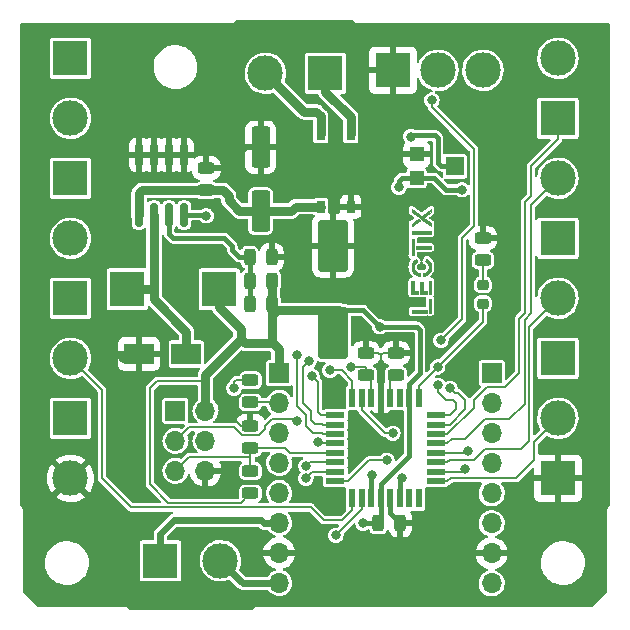
<source format=gtl>
G04 #@! TF.GenerationSoftware,KiCad,Pcbnew,6.0.9-8da3e8f707~116~ubuntu20.04.1*
G04 #@! TF.CreationDate,2023-04-24T17:25:29+00:00*
G04 #@! TF.ProjectId,LEC008011,4c454330-3038-4303-9131-2e6b69636164,rev?*
G04 #@! TF.SameCoordinates,Original*
G04 #@! TF.FileFunction,Copper,L1,Top*
G04 #@! TF.FilePolarity,Positive*
%FSLAX46Y46*%
G04 Gerber Fmt 4.6, Leading zero omitted, Abs format (unit mm)*
G04 Created by KiCad (PCBNEW 6.0.9-8da3e8f707~116~ubuntu20.04.1) date 2023-04-24 17:25:29*
%MOMM*%
%LPD*%
G01*
G04 APERTURE LIST*
G04 Aperture macros list*
%AMRoundRect*
0 Rectangle with rounded corners*
0 $1 Rounding radius*
0 $2 $3 $4 $5 $6 $7 $8 $9 X,Y pos of 4 corners*
0 Add a 4 corners polygon primitive as box body*
4,1,4,$2,$3,$4,$5,$6,$7,$8,$9,$2,$3,0*
0 Add four circle primitives for the rounded corners*
1,1,$1+$1,$2,$3*
1,1,$1+$1,$4,$5*
1,1,$1+$1,$6,$7*
1,1,$1+$1,$8,$9*
0 Add four rect primitives between the rounded corners*
20,1,$1+$1,$2,$3,$4,$5,0*
20,1,$1+$1,$4,$5,$6,$7,0*
20,1,$1+$1,$6,$7,$8,$9,0*
20,1,$1+$1,$8,$9,$2,$3,0*%
G04 Aperture macros list end*
G04 #@! TA.AperFunction,EtchedComponent*
%ADD10C,0.010000*%
G04 #@! TD*
G04 #@! TA.AperFunction,SMDPad,CuDef*
%ADD11RoundRect,0.243750X0.456250X-0.243750X0.456250X0.243750X-0.456250X0.243750X-0.456250X-0.243750X0*%
G04 #@! TD*
G04 #@! TA.AperFunction,SMDPad,CuDef*
%ADD12RoundRect,0.243750X-0.243750X-0.456250X0.243750X-0.456250X0.243750X0.456250X-0.243750X0.456250X0*%
G04 #@! TD*
G04 #@! TA.AperFunction,SMDPad,CuDef*
%ADD13RoundRect,0.250000X1.000000X-1.950000X1.000000X1.950000X-1.000000X1.950000X-1.000000X-1.950000X0*%
G04 #@! TD*
G04 #@! TA.AperFunction,SMDPad,CuDef*
%ADD14RoundRect,0.218750X-0.256250X0.218750X-0.256250X-0.218750X0.256250X-0.218750X0.256250X0.218750X0*%
G04 #@! TD*
G04 #@! TA.AperFunction,ComponentPad*
%ADD15R,1.700000X1.700000*%
G04 #@! TD*
G04 #@! TA.AperFunction,ComponentPad*
%ADD16O,1.700000X1.700000*%
G04 #@! TD*
G04 #@! TA.AperFunction,SMDPad,CuDef*
%ADD17R,0.550000X1.600000*%
G04 #@! TD*
G04 #@! TA.AperFunction,SMDPad,CuDef*
%ADD18R,1.600000X0.550000*%
G04 #@! TD*
G04 #@! TA.AperFunction,ComponentPad*
%ADD19R,3.000000X3.000000*%
G04 #@! TD*
G04 #@! TA.AperFunction,ComponentPad*
%ADD20C,3.000000*%
G04 #@! TD*
G04 #@! TA.AperFunction,SMDPad,CuDef*
%ADD21R,1.200000X1.200000*%
G04 #@! TD*
G04 #@! TA.AperFunction,SMDPad,CuDef*
%ADD22R,1.500000X1.600000*%
G04 #@! TD*
G04 #@! TA.AperFunction,ComponentPad*
%ADD23R,2.999740X2.999740*%
G04 #@! TD*
G04 #@! TA.AperFunction,ComponentPad*
%ADD24C,2.999740*%
G04 #@! TD*
G04 #@! TA.AperFunction,SMDPad,CuDef*
%ADD25RoundRect,0.243750X0.243750X0.456250X-0.243750X0.456250X-0.243750X-0.456250X0.243750X-0.456250X0*%
G04 #@! TD*
G04 #@! TA.AperFunction,SMDPad,CuDef*
%ADD26R,2.500000X1.800000*%
G04 #@! TD*
G04 #@! TA.AperFunction,SMDPad,CuDef*
%ADD27R,3.000000X3.000000*%
G04 #@! TD*
G04 #@! TA.AperFunction,SMDPad,CuDef*
%ADD28RoundRect,0.162500X0.162500X-0.825000X0.162500X0.825000X-0.162500X0.825000X-0.162500X-0.825000X0*%
G04 #@! TD*
G04 #@! TA.AperFunction,SMDPad,CuDef*
%ADD29RoundRect,0.250000X0.550000X-1.500000X0.550000X1.500000X-0.550000X1.500000X-0.550000X-1.500000X0*%
G04 #@! TD*
G04 #@! TA.AperFunction,SMDPad,CuDef*
%ADD30R,0.800000X1.000000*%
G04 #@! TD*
G04 #@! TA.AperFunction,ViaPad*
%ADD31C,0.800000*%
G04 #@! TD*
G04 #@! TA.AperFunction,Conductor*
%ADD32C,0.200000*%
G04 #@! TD*
G04 #@! TA.AperFunction,Conductor*
%ADD33C,0.400000*%
G04 #@! TD*
G04 #@! TA.AperFunction,Conductor*
%ADD34C,0.800000*%
G04 #@! TD*
G04 #@! TA.AperFunction,Conductor*
%ADD35C,0.600000*%
G04 #@! TD*
G04 APERTURE END LIST*
G04 #@! TO.C,LOGO1*
G36*
X104462864Y-65256350D02*
G01*
X104468246Y-65258764D01*
X104476130Y-65263171D01*
X104487022Y-65269839D01*
X104501432Y-65279037D01*
X104506730Y-65282468D01*
X104557247Y-65318255D01*
X104604456Y-65357767D01*
X104648181Y-65400747D01*
X104688245Y-65446939D01*
X104724473Y-65496085D01*
X104756690Y-65547929D01*
X104784719Y-65602214D01*
X104808386Y-65658683D01*
X104827513Y-65717078D01*
X104840608Y-65770614D01*
X104844715Y-65791549D01*
X104847937Y-65810693D01*
X104850387Y-65829214D01*
X104852177Y-65848279D01*
X104853419Y-65869056D01*
X104854226Y-65892714D01*
X104854665Y-65916810D01*
X104854860Y-65935035D01*
X104854960Y-65951929D01*
X104854966Y-65966719D01*
X104854880Y-65978633D01*
X104854704Y-65986897D01*
X104854485Y-65990470D01*
X104853741Y-65996358D01*
X104852630Y-66005690D01*
X104851341Y-66016862D01*
X104850735Y-66022220D01*
X104842047Y-66077997D01*
X104828574Y-66133993D01*
X104810545Y-66189599D01*
X104788188Y-66244206D01*
X104761731Y-66297203D01*
X104731401Y-66347981D01*
X104725955Y-66356230D01*
X104705098Y-66386202D01*
X104684653Y-66412956D01*
X104663317Y-66438058D01*
X104639790Y-66463073D01*
X104624501Y-66478282D01*
X104577656Y-66520480D01*
X104528179Y-66558384D01*
X104476236Y-66591914D01*
X104421994Y-66620986D01*
X104365618Y-66645518D01*
X104307274Y-66665426D01*
X104247129Y-66680629D01*
X104201477Y-66688813D01*
X104192261Y-66690020D01*
X104179810Y-66691423D01*
X104165307Y-66692913D01*
X104149937Y-66694382D01*
X104134885Y-66695719D01*
X104121334Y-66696815D01*
X104110470Y-66697562D01*
X104103505Y-66697850D01*
X104103107Y-66695398D01*
X104102738Y-66688379D01*
X104102405Y-66677308D01*
X104102119Y-66662696D01*
X104101886Y-66645059D01*
X104101717Y-66624909D01*
X104101620Y-66602759D01*
X104101600Y-66586481D01*
X104101600Y-66475101D01*
X104135255Y-66473598D01*
X104184642Y-66468880D01*
X104233391Y-66459286D01*
X104281126Y-66445012D01*
X104327472Y-66426257D01*
X104372055Y-66403216D01*
X104414500Y-66376087D01*
X104454432Y-66345067D01*
X104491476Y-66310352D01*
X104525258Y-66272140D01*
X104530066Y-66266060D01*
X104558193Y-66225962D01*
X104582754Y-66182655D01*
X104603491Y-66136786D01*
X104620147Y-66089001D01*
X104632466Y-66039946D01*
X104640191Y-65990267D01*
X104640331Y-65988939D01*
X104641812Y-65967583D01*
X104642277Y-65942988D01*
X104641784Y-65916830D01*
X104640393Y-65890784D01*
X104638161Y-65866525D01*
X104635369Y-65846960D01*
X104623968Y-65796580D01*
X104608011Y-65747829D01*
X104587722Y-65701027D01*
X104563326Y-65656494D01*
X104535050Y-65614553D01*
X104503119Y-65575523D01*
X104467757Y-65539725D01*
X104429189Y-65507479D01*
X104387642Y-65479107D01*
X104369570Y-65468541D01*
X104361866Y-65464236D01*
X104356162Y-65461023D01*
X104353660Y-65459581D01*
X104353648Y-65459572D01*
X104354589Y-65457282D01*
X104357586Y-65451034D01*
X104362356Y-65441378D01*
X104368617Y-65428866D01*
X104376087Y-65414050D01*
X104384484Y-65397482D01*
X104393526Y-65379712D01*
X104402930Y-65361291D01*
X104412414Y-65342773D01*
X104421697Y-65324708D01*
X104430496Y-65307647D01*
X104438530Y-65292143D01*
X104445515Y-65278746D01*
X104451170Y-65268008D01*
X104455212Y-65260481D01*
X104457360Y-65256716D01*
X104457574Y-65256421D01*
X104459476Y-65255658D01*
X104462864Y-65256350D01*
G37*
D10*
X104462864Y-65256350D02*
X104468246Y-65258764D01*
X104476130Y-65263171D01*
X104487022Y-65269839D01*
X104501432Y-65279037D01*
X104506730Y-65282468D01*
X104557247Y-65318255D01*
X104604456Y-65357767D01*
X104648181Y-65400747D01*
X104688245Y-65446939D01*
X104724473Y-65496085D01*
X104756690Y-65547929D01*
X104784719Y-65602214D01*
X104808386Y-65658683D01*
X104827513Y-65717078D01*
X104840608Y-65770614D01*
X104844715Y-65791549D01*
X104847937Y-65810693D01*
X104850387Y-65829214D01*
X104852177Y-65848279D01*
X104853419Y-65869056D01*
X104854226Y-65892714D01*
X104854665Y-65916810D01*
X104854860Y-65935035D01*
X104854960Y-65951929D01*
X104854966Y-65966719D01*
X104854880Y-65978633D01*
X104854704Y-65986897D01*
X104854485Y-65990470D01*
X104853741Y-65996358D01*
X104852630Y-66005690D01*
X104851341Y-66016862D01*
X104850735Y-66022220D01*
X104842047Y-66077997D01*
X104828574Y-66133993D01*
X104810545Y-66189599D01*
X104788188Y-66244206D01*
X104761731Y-66297203D01*
X104731401Y-66347981D01*
X104725955Y-66356230D01*
X104705098Y-66386202D01*
X104684653Y-66412956D01*
X104663317Y-66438058D01*
X104639790Y-66463073D01*
X104624501Y-66478282D01*
X104577656Y-66520480D01*
X104528179Y-66558384D01*
X104476236Y-66591914D01*
X104421994Y-66620986D01*
X104365618Y-66645518D01*
X104307274Y-66665426D01*
X104247129Y-66680629D01*
X104201477Y-66688813D01*
X104192261Y-66690020D01*
X104179810Y-66691423D01*
X104165307Y-66692913D01*
X104149937Y-66694382D01*
X104134885Y-66695719D01*
X104121334Y-66696815D01*
X104110470Y-66697562D01*
X104103505Y-66697850D01*
X104103107Y-66695398D01*
X104102738Y-66688379D01*
X104102405Y-66677308D01*
X104102119Y-66662696D01*
X104101886Y-66645059D01*
X104101717Y-66624909D01*
X104101620Y-66602759D01*
X104101600Y-66586481D01*
X104101600Y-66475101D01*
X104135255Y-66473598D01*
X104184642Y-66468880D01*
X104233391Y-66459286D01*
X104281126Y-66445012D01*
X104327472Y-66426257D01*
X104372055Y-66403216D01*
X104414500Y-66376087D01*
X104454432Y-66345067D01*
X104491476Y-66310352D01*
X104525258Y-66272140D01*
X104530066Y-66266060D01*
X104558193Y-66225962D01*
X104582754Y-66182655D01*
X104603491Y-66136786D01*
X104620147Y-66089001D01*
X104632466Y-66039946D01*
X104640191Y-65990267D01*
X104640331Y-65988939D01*
X104641812Y-65967583D01*
X104642277Y-65942988D01*
X104641784Y-65916830D01*
X104640393Y-65890784D01*
X104638161Y-65866525D01*
X104635369Y-65846960D01*
X104623968Y-65796580D01*
X104608011Y-65747829D01*
X104587722Y-65701027D01*
X104563326Y-65656494D01*
X104535050Y-65614553D01*
X104503119Y-65575523D01*
X104467757Y-65539725D01*
X104429189Y-65507479D01*
X104387642Y-65479107D01*
X104369570Y-65468541D01*
X104361866Y-65464236D01*
X104356162Y-65461023D01*
X104353660Y-65459581D01*
X104353648Y-65459572D01*
X104354589Y-65457282D01*
X104357586Y-65451034D01*
X104362356Y-65441378D01*
X104368617Y-65428866D01*
X104376087Y-65414050D01*
X104384484Y-65397482D01*
X104393526Y-65379712D01*
X104402930Y-65361291D01*
X104412414Y-65342773D01*
X104421697Y-65324708D01*
X104430496Y-65307647D01*
X104438530Y-65292143D01*
X104445515Y-65278746D01*
X104451170Y-65268008D01*
X104455212Y-65260481D01*
X104457360Y-65256716D01*
X104457574Y-65256421D01*
X104459476Y-65255658D01*
X104462864Y-65256350D01*
G36*
X103387860Y-67972940D02*
G01*
X103700280Y-67972940D01*
X103700280Y-68196460D01*
X103166880Y-68196460D01*
X103166880Y-67099180D01*
X103387860Y-67099180D01*
X103387860Y-67972940D01*
G37*
X103387860Y-67972940D02*
X103700280Y-67972940D01*
X103700280Y-68196460D01*
X103166880Y-68196460D01*
X103166880Y-67099180D01*
X103387860Y-67099180D01*
X103387860Y-67972940D01*
G36*
X103395480Y-64950340D02*
G01*
X103174500Y-64950340D01*
X103174500Y-63581280D01*
X103395480Y-63581280D01*
X103395480Y-64950340D01*
G37*
X103395480Y-64950340D02*
X103174500Y-64950340D01*
X103174500Y-63581280D01*
X103395480Y-63581280D01*
X103395480Y-64950340D01*
G36*
X103747001Y-61861871D02*
G01*
X103753439Y-61865923D01*
X103762779Y-61872183D01*
X103774461Y-61880245D01*
X103787928Y-61889707D01*
X103802622Y-61900162D01*
X103817984Y-61911207D01*
X103833457Y-61922438D01*
X103848483Y-61933449D01*
X103862504Y-61943838D01*
X103874962Y-61953199D01*
X103885298Y-61961128D01*
X103892955Y-61967221D01*
X103897375Y-61971073D01*
X103898247Y-61972190D01*
X103896223Y-61973929D01*
X103890295Y-61978496D01*
X103880671Y-61985736D01*
X103867561Y-61995498D01*
X103851174Y-62007627D01*
X103831719Y-62021971D01*
X103809405Y-62038375D01*
X103784442Y-62056687D01*
X103757037Y-62076753D01*
X103727402Y-62098421D01*
X103695743Y-62121535D01*
X103662272Y-62145944D01*
X103627196Y-62171494D01*
X103590724Y-62198032D01*
X103553067Y-62225404D01*
X103541493Y-62233810D01*
X103503445Y-62261442D01*
X103466468Y-62288293D01*
X103430772Y-62314211D01*
X103396572Y-62339040D01*
X103364081Y-62362626D01*
X103333511Y-62384814D01*
X103305075Y-62405451D01*
X103278985Y-62424382D01*
X103255456Y-62441452D01*
X103234699Y-62456507D01*
X103216927Y-62469392D01*
X103202354Y-62479953D01*
X103191192Y-62488036D01*
X103183654Y-62493486D01*
X103179952Y-62496149D01*
X103179630Y-62496375D01*
X103178417Y-62497123D01*
X103177412Y-62497285D01*
X103176595Y-62496437D01*
X103175947Y-62494156D01*
X103175449Y-62490019D01*
X103175081Y-62483601D01*
X103174823Y-62474478D01*
X103174655Y-62462228D01*
X103174559Y-62446427D01*
X103174514Y-62426651D01*
X103174500Y-62402475D01*
X103174499Y-62385446D01*
X103174500Y-62271032D01*
X103457044Y-62065731D01*
X103490835Y-62041201D01*
X103523537Y-62017507D01*
X103554909Y-61994820D01*
X103584714Y-61973311D01*
X103612711Y-61953152D01*
X103638663Y-61934513D01*
X103662329Y-61917565D01*
X103683470Y-61902480D01*
X103701848Y-61889429D01*
X103717223Y-61878582D01*
X103729356Y-61870111D01*
X103738009Y-61864186D01*
X103742942Y-61860979D01*
X103744021Y-61860430D01*
X103747001Y-61861871D01*
G37*
X103747001Y-61861871D02*
X103753439Y-61865923D01*
X103762779Y-61872183D01*
X103774461Y-61880245D01*
X103787928Y-61889707D01*
X103802622Y-61900162D01*
X103817984Y-61911207D01*
X103833457Y-61922438D01*
X103848483Y-61933449D01*
X103862504Y-61943838D01*
X103874962Y-61953199D01*
X103885298Y-61961128D01*
X103892955Y-61967221D01*
X103897375Y-61971073D01*
X103898247Y-61972190D01*
X103896223Y-61973929D01*
X103890295Y-61978496D01*
X103880671Y-61985736D01*
X103867561Y-61995498D01*
X103851174Y-62007627D01*
X103831719Y-62021971D01*
X103809405Y-62038375D01*
X103784442Y-62056687D01*
X103757037Y-62076753D01*
X103727402Y-62098421D01*
X103695743Y-62121535D01*
X103662272Y-62145944D01*
X103627196Y-62171494D01*
X103590724Y-62198032D01*
X103553067Y-62225404D01*
X103541493Y-62233810D01*
X103503445Y-62261442D01*
X103466468Y-62288293D01*
X103430772Y-62314211D01*
X103396572Y-62339040D01*
X103364081Y-62362626D01*
X103333511Y-62384814D01*
X103305075Y-62405451D01*
X103278985Y-62424382D01*
X103255456Y-62441452D01*
X103234699Y-62456507D01*
X103216927Y-62469392D01*
X103202354Y-62479953D01*
X103191192Y-62488036D01*
X103183654Y-62493486D01*
X103179952Y-62496149D01*
X103179630Y-62496375D01*
X103178417Y-62497123D01*
X103177412Y-62497285D01*
X103176595Y-62496437D01*
X103175947Y-62494156D01*
X103175449Y-62490019D01*
X103175081Y-62483601D01*
X103174823Y-62474478D01*
X103174655Y-62462228D01*
X103174559Y-62446427D01*
X103174514Y-62426651D01*
X103174500Y-62402475D01*
X103174499Y-62385446D01*
X103174500Y-62271032D01*
X103457044Y-62065731D01*
X103490835Y-62041201D01*
X103523537Y-62017507D01*
X103554909Y-61994820D01*
X103584714Y-61973311D01*
X103612711Y-61953152D01*
X103638663Y-61934513D01*
X103662329Y-61917565D01*
X103683470Y-61902480D01*
X103701848Y-61889429D01*
X103717223Y-61878582D01*
X103729356Y-61870111D01*
X103738009Y-61864186D01*
X103742942Y-61860979D01*
X103744021Y-61860430D01*
X103747001Y-61861871D01*
G36*
X103599183Y-61329852D02*
G01*
X103640298Y-61359936D01*
X103680325Y-61389213D01*
X103719069Y-61417542D01*
X103756338Y-61444783D01*
X103791940Y-61470794D01*
X103825680Y-61495434D01*
X103857366Y-61518564D01*
X103886806Y-61540043D01*
X103913806Y-61559729D01*
X103938172Y-61577482D01*
X103959713Y-61593161D01*
X103978236Y-61606626D01*
X103993546Y-61617735D01*
X104005452Y-61626349D01*
X104013760Y-61632326D01*
X104018277Y-61635526D01*
X104019087Y-61636054D01*
X104021269Y-61634593D01*
X104027370Y-61630293D01*
X104037192Y-61623297D01*
X104050541Y-61613744D01*
X104067220Y-61601776D01*
X104087032Y-61587535D01*
X104109783Y-61571162D01*
X104135275Y-61552798D01*
X104163314Y-61532584D01*
X104193701Y-61510663D01*
X104226243Y-61487175D01*
X104260742Y-61462261D01*
X104297003Y-61436062D01*
X104334829Y-61408721D01*
X104374025Y-61380378D01*
X104414395Y-61351175D01*
X104430766Y-61339329D01*
X104471564Y-61309810D01*
X104511274Y-61281087D01*
X104549701Y-61253301D01*
X104586647Y-61226595D01*
X104621916Y-61201111D01*
X104655310Y-61176990D01*
X104686635Y-61154374D01*
X104715692Y-61133405D01*
X104742285Y-61114225D01*
X104766218Y-61096975D01*
X104787293Y-61081798D01*
X104805315Y-61068836D01*
X104820086Y-61058230D01*
X104831411Y-61050122D01*
X104839091Y-61044654D01*
X104842932Y-61041967D01*
X104843347Y-61041704D01*
X104843981Y-61043984D01*
X104844522Y-61051178D01*
X104844969Y-61063122D01*
X104845317Y-61079651D01*
X104845563Y-61100600D01*
X104845703Y-61125804D01*
X104845734Y-61154734D01*
X104845649Y-61268610D01*
X104511780Y-61509910D01*
X104475037Y-61536474D01*
X104439426Y-61562235D01*
X104405163Y-61587035D01*
X104372466Y-61610717D01*
X104341550Y-61633124D01*
X104312632Y-61654098D01*
X104285929Y-61673483D01*
X104261658Y-61691120D01*
X104240034Y-61706853D01*
X104221274Y-61720525D01*
X104205596Y-61731977D01*
X104193215Y-61741052D01*
X104184347Y-61747594D01*
X104179211Y-61751444D01*
X104177933Y-61752480D01*
X104179950Y-61754094D01*
X104185854Y-61758545D01*
X104195427Y-61765676D01*
X104208455Y-61775326D01*
X104224722Y-61787339D01*
X104244010Y-61801553D01*
X104266106Y-61817812D01*
X104290791Y-61835956D01*
X104317851Y-61855827D01*
X104347070Y-61877266D01*
X104378231Y-61900113D01*
X104411119Y-61924211D01*
X104445518Y-61949400D01*
X104481211Y-61975523D01*
X104509644Y-61996320D01*
X104546214Y-62023075D01*
X104581667Y-62049035D01*
X104615786Y-62074039D01*
X104648355Y-62097928D01*
X104679156Y-62120542D01*
X104707973Y-62141721D01*
X104734589Y-62161307D01*
X104758787Y-62179137D01*
X104780350Y-62195054D01*
X104799061Y-62208898D01*
X104814704Y-62220507D01*
X104827061Y-62229724D01*
X104835916Y-62236387D01*
X104841051Y-62240338D01*
X104842335Y-62241430D01*
X104842529Y-62244426D01*
X104842680Y-62251975D01*
X104842789Y-62263550D01*
X104842853Y-62278625D01*
X104842870Y-62296673D01*
X104842839Y-62317167D01*
X104842759Y-62339581D01*
X104842672Y-62356352D01*
X104842010Y-62468733D01*
X104013970Y-61862775D01*
X103955907Y-61820283D01*
X103898878Y-61778543D01*
X103843019Y-61737657D01*
X103788469Y-61697724D01*
X103735363Y-61658846D01*
X103683839Y-61621122D01*
X103634036Y-61584653D01*
X103586089Y-61549541D01*
X103540136Y-61515885D01*
X103496314Y-61483786D01*
X103454761Y-61453345D01*
X103415614Y-61424662D01*
X103379011Y-61397838D01*
X103345087Y-61372973D01*
X103313981Y-61350168D01*
X103285831Y-61329523D01*
X103260772Y-61311140D01*
X103238943Y-61295118D01*
X103220481Y-61281559D01*
X103205522Y-61270563D01*
X103194205Y-61262229D01*
X103186667Y-61256660D01*
X103183044Y-61253955D01*
X103182728Y-61253706D01*
X103181936Y-61251871D01*
X103181292Y-61247807D01*
X103180789Y-61241140D01*
X103180418Y-61231496D01*
X103180171Y-61218503D01*
X103180039Y-61201788D01*
X103180016Y-61180976D01*
X103180092Y-61155696D01*
X103180188Y-61137150D01*
X103180850Y-61023704D01*
X103599183Y-61329852D01*
G37*
X103599183Y-61329852D02*
X103640298Y-61359936D01*
X103680325Y-61389213D01*
X103719069Y-61417542D01*
X103756338Y-61444783D01*
X103791940Y-61470794D01*
X103825680Y-61495434D01*
X103857366Y-61518564D01*
X103886806Y-61540043D01*
X103913806Y-61559729D01*
X103938172Y-61577482D01*
X103959713Y-61593161D01*
X103978236Y-61606626D01*
X103993546Y-61617735D01*
X104005452Y-61626349D01*
X104013760Y-61632326D01*
X104018277Y-61635526D01*
X104019087Y-61636054D01*
X104021269Y-61634593D01*
X104027370Y-61630293D01*
X104037192Y-61623297D01*
X104050541Y-61613744D01*
X104067220Y-61601776D01*
X104087032Y-61587535D01*
X104109783Y-61571162D01*
X104135275Y-61552798D01*
X104163314Y-61532584D01*
X104193701Y-61510663D01*
X104226243Y-61487175D01*
X104260742Y-61462261D01*
X104297003Y-61436062D01*
X104334829Y-61408721D01*
X104374025Y-61380378D01*
X104414395Y-61351175D01*
X104430766Y-61339329D01*
X104471564Y-61309810D01*
X104511274Y-61281087D01*
X104549701Y-61253301D01*
X104586647Y-61226595D01*
X104621916Y-61201111D01*
X104655310Y-61176990D01*
X104686635Y-61154374D01*
X104715692Y-61133405D01*
X104742285Y-61114225D01*
X104766218Y-61096975D01*
X104787293Y-61081798D01*
X104805315Y-61068836D01*
X104820086Y-61058230D01*
X104831411Y-61050122D01*
X104839091Y-61044654D01*
X104842932Y-61041967D01*
X104843347Y-61041704D01*
X104843981Y-61043984D01*
X104844522Y-61051178D01*
X104844969Y-61063122D01*
X104845317Y-61079651D01*
X104845563Y-61100600D01*
X104845703Y-61125804D01*
X104845734Y-61154734D01*
X104845649Y-61268610D01*
X104511780Y-61509910D01*
X104475037Y-61536474D01*
X104439426Y-61562235D01*
X104405163Y-61587035D01*
X104372466Y-61610717D01*
X104341550Y-61633124D01*
X104312632Y-61654098D01*
X104285929Y-61673483D01*
X104261658Y-61691120D01*
X104240034Y-61706853D01*
X104221274Y-61720525D01*
X104205596Y-61731977D01*
X104193215Y-61741052D01*
X104184347Y-61747594D01*
X104179211Y-61751444D01*
X104177933Y-61752480D01*
X104179950Y-61754094D01*
X104185854Y-61758545D01*
X104195427Y-61765676D01*
X104208455Y-61775326D01*
X104224722Y-61787339D01*
X104244010Y-61801553D01*
X104266106Y-61817812D01*
X104290791Y-61835956D01*
X104317851Y-61855827D01*
X104347070Y-61877266D01*
X104378231Y-61900113D01*
X104411119Y-61924211D01*
X104445518Y-61949400D01*
X104481211Y-61975523D01*
X104509644Y-61996320D01*
X104546214Y-62023075D01*
X104581667Y-62049035D01*
X104615786Y-62074039D01*
X104648355Y-62097928D01*
X104679156Y-62120542D01*
X104707973Y-62141721D01*
X104734589Y-62161307D01*
X104758787Y-62179137D01*
X104780350Y-62195054D01*
X104799061Y-62208898D01*
X104814704Y-62220507D01*
X104827061Y-62229724D01*
X104835916Y-62236387D01*
X104841051Y-62240338D01*
X104842335Y-62241430D01*
X104842529Y-62244426D01*
X104842680Y-62251975D01*
X104842789Y-62263550D01*
X104842853Y-62278625D01*
X104842870Y-62296673D01*
X104842839Y-62317167D01*
X104842759Y-62339581D01*
X104842672Y-62356352D01*
X104842010Y-62468733D01*
X104013970Y-61862775D01*
X103955907Y-61820283D01*
X103898878Y-61778543D01*
X103843019Y-61737657D01*
X103788469Y-61697724D01*
X103735363Y-61658846D01*
X103683839Y-61621122D01*
X103634036Y-61584653D01*
X103586089Y-61549541D01*
X103540136Y-61515885D01*
X103496314Y-61483786D01*
X103454761Y-61453345D01*
X103415614Y-61424662D01*
X103379011Y-61397838D01*
X103345087Y-61372973D01*
X103313981Y-61350168D01*
X103285831Y-61329523D01*
X103260772Y-61311140D01*
X103238943Y-61295118D01*
X103220481Y-61281559D01*
X103205522Y-61270563D01*
X103194205Y-61262229D01*
X103186667Y-61256660D01*
X103183044Y-61253955D01*
X103182728Y-61253706D01*
X103181936Y-61251871D01*
X103181292Y-61247807D01*
X103180789Y-61241140D01*
X103180418Y-61231496D01*
X103180171Y-61218503D01*
X103180039Y-61201788D01*
X103180016Y-61180976D01*
X103180092Y-61155696D01*
X103180188Y-61137150D01*
X103180850Y-61023704D01*
X103599183Y-61329852D01*
G36*
X104845820Y-63134240D02*
G01*
X103174500Y-63134240D01*
X103174500Y-62913260D01*
X104845820Y-62913260D01*
X104845820Y-63134240D01*
G37*
X104845820Y-63134240D02*
X103174500Y-63134240D01*
X103174500Y-62913260D01*
X104845820Y-62913260D01*
X104845820Y-63134240D01*
G36*
X104853440Y-69791580D02*
G01*
X104629920Y-69791580D01*
X104629920Y-68643500D01*
X104853440Y-68643500D01*
X104853440Y-69791580D01*
G37*
X104853440Y-69791580D02*
X104629920Y-69791580D01*
X104629920Y-68643500D01*
X104853440Y-68643500D01*
X104853440Y-69791580D01*
G36*
X104853440Y-68191380D02*
G01*
X104629920Y-68191380D01*
X104629920Y-67099180D01*
X104853440Y-67099180D01*
X104853440Y-68191380D01*
G37*
X104853440Y-68191380D02*
X104629920Y-68191380D01*
X104629920Y-67099180D01*
X104853440Y-67099180D01*
X104853440Y-68191380D01*
G36*
X104109220Y-67972940D02*
G01*
X104452120Y-67972940D01*
X104452120Y-68193920D01*
X103885700Y-68193920D01*
X103885700Y-67213480D01*
X104109220Y-67213480D01*
X104109220Y-67972940D01*
G37*
X104109220Y-67972940D02*
X104452120Y-67972940D01*
X104452120Y-68193920D01*
X103885700Y-68193920D01*
X103885700Y-67213480D01*
X104109220Y-67213480D01*
X104109220Y-67972940D01*
G36*
X104452120Y-69791580D02*
G01*
X103177040Y-69791580D01*
X103177040Y-69570600D01*
X104452120Y-69570600D01*
X104452120Y-69791580D01*
G37*
X104452120Y-69791580D02*
X103177040Y-69791580D01*
X103177040Y-69570600D01*
X104452120Y-69570600D01*
X104452120Y-69791580D01*
G36*
X104845820Y-64381380D02*
G01*
X103563120Y-64381380D01*
X103563120Y-64160400D01*
X104845820Y-64160400D01*
X104845820Y-64381380D01*
G37*
X104845820Y-64381380D02*
X103563120Y-64381380D01*
X103563120Y-64160400D01*
X104845820Y-64160400D01*
X104845820Y-64381380D01*
G36*
X103548046Y-65292073D02*
G01*
X103549794Y-65294384D01*
X103553936Y-65300416D01*
X103560116Y-65309624D01*
X103567976Y-65321459D01*
X103577159Y-65335373D01*
X103587308Y-65350819D01*
X103598066Y-65367250D01*
X103609075Y-65384117D01*
X103619979Y-65400873D01*
X103630419Y-65416971D01*
X103640039Y-65431862D01*
X103648482Y-65445000D01*
X103655390Y-65455835D01*
X103660407Y-65463822D01*
X103663174Y-65468412D01*
X103663584Y-65469206D01*
X103662718Y-65472032D01*
X103658095Y-65476095D01*
X103649339Y-65481695D01*
X103643914Y-65484816D01*
X103616428Y-65501911D01*
X103588002Y-65522573D01*
X103559852Y-65545771D01*
X103533197Y-65570472D01*
X103509254Y-65595644D01*
X103499140Y-65607520D01*
X103469172Y-65648154D01*
X103443127Y-65691753D01*
X103421226Y-65737804D01*
X103403690Y-65785792D01*
X103390740Y-65835203D01*
X103383813Y-65875548D01*
X103381768Y-65897054D01*
X103380722Y-65921779D01*
X103380637Y-65948240D01*
X103381480Y-65974955D01*
X103383214Y-66000443D01*
X103385804Y-66023221D01*
X103387603Y-66034174D01*
X103399608Y-66084714D01*
X103416099Y-66133225D01*
X103436857Y-66179466D01*
X103461666Y-66223196D01*
X103490308Y-66264174D01*
X103522566Y-66302159D01*
X103558223Y-66336910D01*
X103597062Y-66368186D01*
X103638864Y-66395748D01*
X103683413Y-66419352D01*
X103730492Y-66438760D01*
X103761621Y-66448801D01*
X103806052Y-66459444D01*
X103852105Y-66466072D01*
X103890145Y-66468568D01*
X103931420Y-66469972D01*
X103931420Y-66690969D01*
X103886335Y-66689493D01*
X103826765Y-66685049D01*
X103768219Y-66675761D01*
X103710945Y-66661804D01*
X103655192Y-66643357D01*
X103601206Y-66620595D01*
X103549239Y-66593694D01*
X103499537Y-66562832D01*
X103452349Y-66528184D01*
X103407923Y-66489927D01*
X103366510Y-66448238D01*
X103328355Y-66403292D01*
X103293709Y-66355267D01*
X103262820Y-66304339D01*
X103235936Y-66250684D01*
X103222046Y-66217800D01*
X103203465Y-66164923D01*
X103188763Y-66110211D01*
X103177716Y-66052795D01*
X103175434Y-66037460D01*
X103173688Y-66021281D01*
X103172339Y-66001218D01*
X103171399Y-65978456D01*
X103170875Y-65954175D01*
X103170777Y-65929559D01*
X103171115Y-65905791D01*
X103171898Y-65884051D01*
X103173135Y-65865524D01*
X103174013Y-65857120D01*
X103184111Y-65795464D01*
X103198858Y-65735518D01*
X103218120Y-65677498D01*
X103241760Y-65621620D01*
X103269642Y-65568099D01*
X103301632Y-65517150D01*
X103337592Y-65468988D01*
X103377388Y-65423829D01*
X103420884Y-65381889D01*
X103467944Y-65343383D01*
X103518433Y-65308525D01*
X103520462Y-65307247D01*
X103530604Y-65301050D01*
X103539176Y-65296127D01*
X103545284Y-65292968D01*
X103548034Y-65292067D01*
X103548046Y-65292073D01*
G37*
X103548046Y-65292073D02*
X103549794Y-65294384D01*
X103553936Y-65300416D01*
X103560116Y-65309624D01*
X103567976Y-65321459D01*
X103577159Y-65335373D01*
X103587308Y-65350819D01*
X103598066Y-65367250D01*
X103609075Y-65384117D01*
X103619979Y-65400873D01*
X103630419Y-65416971D01*
X103640039Y-65431862D01*
X103648482Y-65445000D01*
X103655390Y-65455835D01*
X103660407Y-65463822D01*
X103663174Y-65468412D01*
X103663584Y-65469206D01*
X103662718Y-65472032D01*
X103658095Y-65476095D01*
X103649339Y-65481695D01*
X103643914Y-65484816D01*
X103616428Y-65501911D01*
X103588002Y-65522573D01*
X103559852Y-65545771D01*
X103533197Y-65570472D01*
X103509254Y-65595644D01*
X103499140Y-65607520D01*
X103469172Y-65648154D01*
X103443127Y-65691753D01*
X103421226Y-65737804D01*
X103403690Y-65785792D01*
X103390740Y-65835203D01*
X103383813Y-65875548D01*
X103381768Y-65897054D01*
X103380722Y-65921779D01*
X103380637Y-65948240D01*
X103381480Y-65974955D01*
X103383214Y-66000443D01*
X103385804Y-66023221D01*
X103387603Y-66034174D01*
X103399608Y-66084714D01*
X103416099Y-66133225D01*
X103436857Y-66179466D01*
X103461666Y-66223196D01*
X103490308Y-66264174D01*
X103522566Y-66302159D01*
X103558223Y-66336910D01*
X103597062Y-66368186D01*
X103638864Y-66395748D01*
X103683413Y-66419352D01*
X103730492Y-66438760D01*
X103761621Y-66448801D01*
X103806052Y-66459444D01*
X103852105Y-66466072D01*
X103890145Y-66468568D01*
X103931420Y-66469972D01*
X103931420Y-66690969D01*
X103886335Y-66689493D01*
X103826765Y-66685049D01*
X103768219Y-66675761D01*
X103710945Y-66661804D01*
X103655192Y-66643357D01*
X103601206Y-66620595D01*
X103549239Y-66593694D01*
X103499537Y-66562832D01*
X103452349Y-66528184D01*
X103407923Y-66489927D01*
X103366510Y-66448238D01*
X103328355Y-66403292D01*
X103293709Y-66355267D01*
X103262820Y-66304339D01*
X103235936Y-66250684D01*
X103222046Y-66217800D01*
X103203465Y-66164923D01*
X103188763Y-66110211D01*
X103177716Y-66052795D01*
X103175434Y-66037460D01*
X103173688Y-66021281D01*
X103172339Y-66001218D01*
X103171399Y-65978456D01*
X103170875Y-65954175D01*
X103170777Y-65929559D01*
X103171115Y-65905791D01*
X103171898Y-65884051D01*
X103173135Y-65865524D01*
X103174013Y-65857120D01*
X103184111Y-65795464D01*
X103198858Y-65735518D01*
X103218120Y-65677498D01*
X103241760Y-65621620D01*
X103269642Y-65568099D01*
X103301632Y-65517150D01*
X103337592Y-65468988D01*
X103377388Y-65423829D01*
X103420884Y-65381889D01*
X103467944Y-65343383D01*
X103518433Y-65308525D01*
X103520462Y-65307247D01*
X103530604Y-65301050D01*
X103539176Y-65296127D01*
X103545284Y-65292968D01*
X103548034Y-65292067D01*
X103548046Y-65292073D01*
G04 #@! TD*
D11*
G04 #@! TO.P,C2,1*
G04 #@! TO.N,Net-(C2-Pad1)*
X101854000Y-75105500D03*
G04 #@! TO.P,C2,2*
G04 #@! TO.N,GND*
X101854000Y-73230500D03*
G04 #@! TD*
G04 #@! TO.P,C3,1*
G04 #@! TO.N,Net-(C1-Pad1)*
X85800000Y-59437500D03*
G04 #@! TO.P,C3,2*
G04 #@! TO.N,GND*
X85800000Y-57562500D03*
G04 #@! TD*
D12*
G04 #@! TO.P,C4,1*
G04 #@! TO.N,+5V*
X100360000Y-87630000D03*
G04 #@! TO.P,C4,2*
G04 #@! TO.N,GND*
X102235000Y-87630000D03*
G04 #@! TD*
D13*
G04 #@! TO.P,C6,1*
G04 #@! TO.N,+5V*
X96520000Y-71518000D03*
G04 #@! TO.P,C6,2*
G04 #@! TO.N,GND*
X96520000Y-64118000D03*
G04 #@! TD*
D11*
G04 #@! TO.P,C7,1*
G04 #@! TO.N,/RESET*
X89535000Y-81250000D03*
G04 #@! TO.P,C7,2*
G04 #@! TO.N,GND*
X89535000Y-79375000D03*
G04 #@! TD*
D14*
G04 #@! TO.P,D2,1,K*
G04 #@! TO.N,Net-(D2-Pad1)*
X109220000Y-67460000D03*
G04 #@! TO.P,D2,2,A*
G04 #@! TO.N,/SCK*
X109220000Y-69035000D03*
G04 #@! TD*
D15*
G04 #@! TO.P,J3,1,Pin_1*
G04 #@! TO.N,/MISO*
X83185000Y-78105000D03*
D16*
G04 #@! TO.P,J3,2,Pin_2*
G04 #@! TO.N,+5V*
X85725000Y-78105000D03*
G04 #@! TO.P,J3,3,Pin_3*
G04 #@! TO.N,/SCK*
X83185000Y-80645000D03*
G04 #@! TO.P,J3,4,Pin_4*
G04 #@! TO.N,/MOSI*
X85725000Y-80645000D03*
G04 #@! TO.P,J3,5,Pin_5*
G04 #@! TO.N,/RESET*
X83185000Y-83185000D03*
G04 #@! TO.P,J3,6,Pin_6*
G04 #@! TO.N,GND*
X85725000Y-83185000D03*
G04 #@! TD*
D11*
G04 #@! TO.P,R1,1*
G04 #@! TO.N,+5V*
X89535000Y-85090000D03*
G04 #@! TO.P,R1,2*
G04 #@! TO.N,/RESET*
X89535000Y-83215000D03*
G04 #@! TD*
G04 #@! TO.P,R2,1*
G04 #@! TO.N,Net-(D2-Pad1)*
X109220000Y-65375000D03*
G04 #@! TO.P,R2,2*
G04 #@! TO.N,GND*
X109220000Y-63500000D03*
G04 #@! TD*
D17*
G04 #@! TO.P,U2,1,PD3*
G04 #@! TO.N,/S6*
X98165000Y-85530000D03*
G04 #@! TO.P,U2,2,PD4*
G04 #@! TO.N,/S7*
X98965000Y-85530000D03*
G04 #@! TO.P,U2,3,PE0*
G04 #@! TO.N,Net-(JP2-Pad2)*
X99765000Y-85530000D03*
G04 #@! TO.P,U2,4,VCC*
G04 #@! TO.N,+5V*
X100565000Y-85530000D03*
G04 #@! TO.P,U2,5,GND*
G04 #@! TO.N,GND*
X101365000Y-85530000D03*
G04 #@! TO.P,U2,6,PE1*
G04 #@! TO.N,Net-(JP3-Pad2)*
X102165000Y-85530000D03*
G04 #@! TO.P,U2,7,XTAL1/PB6*
G04 #@! TO.N,unconnected-(U2-Pad7)*
X102965000Y-85530000D03*
G04 #@! TO.P,U2,8,XTAL2/PB7*
G04 #@! TO.N,unconnected-(U2-Pad8)*
X103765000Y-85530000D03*
D18*
G04 #@! TO.P,U2,9,PD5*
G04 #@! TO.N,/S8*
X105215000Y-84080000D03*
G04 #@! TO.P,U2,10,PD6*
G04 #@! TO.N,/S9*
X105215000Y-83280000D03*
G04 #@! TO.P,U2,11,PD7*
G04 #@! TO.N,/S10*
X105215000Y-82480000D03*
G04 #@! TO.P,U2,12,PB0*
G04 #@! TO.N,/S11*
X105215000Y-81680000D03*
G04 #@! TO.P,U2,13,PB1*
G04 #@! TO.N,/S12*
X105215000Y-80880000D03*
G04 #@! TO.P,U2,14,PB2*
G04 #@! TO.N,/S13*
X105215000Y-80080000D03*
G04 #@! TO.P,U2,15,PB3*
G04 #@! TO.N,/MOSI*
X105215000Y-79280000D03*
G04 #@! TO.P,U2,16,PB4*
G04 #@! TO.N,/MISO*
X105215000Y-78480000D03*
D17*
G04 #@! TO.P,U2,17,PB5*
G04 #@! TO.N,/SCK*
X103765000Y-77030000D03*
G04 #@! TO.P,U2,18,AVCC*
G04 #@! TO.N,+5V*
X102965000Y-77030000D03*
G04 #@! TO.P,U2,19,PE2*
G04 #@! TO.N,unconnected-(U2-Pad19)*
X102165000Y-77030000D03*
G04 #@! TO.P,U2,20,AREF*
G04 #@! TO.N,Net-(C2-Pad1)*
X101365000Y-77030000D03*
G04 #@! TO.P,U2,21,GND*
G04 #@! TO.N,GND*
X100565000Y-77030000D03*
G04 #@! TO.P,U2,22,PE3*
G04 #@! TO.N,Net-(C8-Pad1)*
X99765000Y-77030000D03*
G04 #@! TO.P,U2,23,PC0*
G04 #@! TO.N,/S14*
X98965000Y-77030000D03*
G04 #@! TO.P,U2,24,PC1*
G04 #@! TO.N,/S1*
X98165000Y-77030000D03*
D18*
G04 #@! TO.P,U2,25,PC2*
G04 #@! TO.N,/S2*
X96715000Y-78480000D03*
G04 #@! TO.P,U2,26,PC3*
G04 #@! TO.N,/S3*
X96715000Y-79280000D03*
G04 #@! TO.P,U2,27,PC4*
G04 #@! TO.N,/S4*
X96715000Y-80080000D03*
G04 #@! TO.P,U2,28,PC5*
G04 #@! TO.N,/S5*
X96715000Y-80880000D03*
G04 #@! TO.P,U2,29,~{RESET}/PC6*
G04 #@! TO.N,/RESET*
X96715000Y-81680000D03*
G04 #@! TO.P,U2,30,PD0*
G04 #@! TO.N,/DFP_TX*
X96715000Y-82480000D03*
G04 #@! TO.P,U2,31,PD1*
G04 #@! TO.N,/DFP_RX*
X96715000Y-83280000D03*
G04 #@! TO.P,U2,32,PD2*
G04 #@! TO.N,/DFP_BUSY*
X96715000Y-84080000D03*
G04 #@! TD*
D19*
G04 #@! TO.P,J1,1,Pin_1*
G04 #@! TO.N,Net-(D1-Pad3)*
X95885000Y-49530000D03*
D20*
G04 #@! TO.P,J1,2,Pin_2*
G04 #@! TO.N,Net-(D1-Pad4)*
X90805000Y-49530000D03*
G04 #@! TD*
D19*
G04 #@! TO.P,J4,1,Pin_1*
G04 #@! TO.N,/S1*
X74295000Y-48260000D03*
D20*
G04 #@! TO.P,J4,2,Pin_2*
G04 #@! TO.N,/S2*
X74295000Y-53340000D03*
G04 #@! TD*
D19*
G04 #@! TO.P,J5,1,Pin_1*
G04 #@! TO.N,/S3*
X74295000Y-58420000D03*
D20*
G04 #@! TO.P,J5,2,Pin_2*
G04 #@! TO.N,/S4*
X74295000Y-63500000D03*
G04 #@! TD*
D19*
G04 #@! TO.P,J6,1,Pin_1*
G04 #@! TO.N,/S5*
X74295000Y-68580000D03*
D20*
G04 #@! TO.P,J6,2,Pin_2*
G04 #@! TO.N,/S6*
X74295000Y-73660000D03*
G04 #@! TD*
D19*
G04 #@! TO.P,J7,1,Pin_1*
G04 #@! TO.N,/S7*
X74295000Y-78740000D03*
D20*
G04 #@! TO.P,J7,2,Pin_2*
G04 #@! TO.N,GND*
X74295000Y-83820000D03*
G04 #@! TD*
D19*
G04 #@! TO.P,J8,1,Pin_1*
G04 #@! TO.N,/S13*
X115570000Y-53340000D03*
D20*
G04 #@! TO.P,J8,2,Pin_2*
G04 #@! TO.N,/S14*
X115570000Y-48260000D03*
G04 #@! TD*
D19*
G04 #@! TO.P,J9,1,Pin_1*
G04 #@! TO.N,/S11*
X115570000Y-63500000D03*
D20*
G04 #@! TO.P,J9,2,Pin_2*
G04 #@! TO.N,/S12*
X115570000Y-58420000D03*
G04 #@! TD*
D19*
G04 #@! TO.P,J10,1,Pin_1*
G04 #@! TO.N,/S9*
X115570000Y-73660000D03*
D20*
G04 #@! TO.P,J10,2,Pin_2*
G04 #@! TO.N,/S10*
X115570000Y-68580000D03*
G04 #@! TD*
D19*
G04 #@! TO.P,J12,1,Pin_1*
G04 #@! TO.N,/SPK+*
X81915000Y-90805000D03*
D20*
G04 #@! TO.P,J12,2,Pin_2*
G04 #@! TO.N,/SPK-*
X86995000Y-90805000D03*
G04 #@! TD*
D21*
G04 #@! TO.P,RV1,1,1*
G04 #@! TO.N,GND*
X103600000Y-56400000D03*
D22*
G04 #@! TO.P,RV1,2,2*
G04 #@! TO.N,Net-(JP1-Pad1)*
X106850000Y-57400000D03*
D21*
G04 #@! TO.P,RV1,3,3*
G04 #@! TO.N,+5V*
X103600000Y-58400000D03*
G04 #@! TD*
D11*
G04 #@! TO.P,R3,1*
G04 #@! TO.N,Net-(DF1-Pad2)*
X89535000Y-77391500D03*
G04 #@! TO.P,R3,2*
G04 #@! TO.N,/DFP_RX*
X89535000Y-75516500D03*
G04 #@! TD*
D19*
G04 #@! TO.P,J11,1,Pin_1*
G04 #@! TO.N,GND*
X115570000Y-83820000D03*
D20*
G04 #@! TO.P,J11,2,Pin_2*
G04 #@! TO.N,/S8*
X115570000Y-78740000D03*
G04 #@! TD*
D23*
G04 #@! TO.P,J2,1,Pin_1*
G04 #@! TO.N,GND*
X101600000Y-49276000D03*
D24*
G04 #@! TO.P,J2,2,Pin_2*
G04 #@! TO.N,Net-(J2-Pad2)*
X105410000Y-49276000D03*
G04 #@! TO.P,J2,3,Pin_3*
G04 #@! TO.N,+5V*
X109220000Y-49276000D03*
G04 #@! TD*
D25*
G04 #@! TO.P,C5,1*
G04 #@! TO.N,+5V*
X91375000Y-69100000D03*
G04 #@! TO.P,C5,2*
G04 #@! TO.N,Net-(C5-Pad2)*
X89500000Y-69100000D03*
G04 #@! TD*
D26*
G04 #@! TO.P,D3,1,K*
G04 #@! TO.N,Net-(D3-Pad1)*
X84100000Y-73300000D03*
G04 #@! TO.P,D3,2,A*
G04 #@! TO.N,GND*
X80100000Y-73300000D03*
G04 #@! TD*
D27*
G04 #@! TO.P,L1,1,1*
G04 #@! TO.N,+5V*
X86900000Y-67800000D03*
G04 #@! TO.P,L1,2,2*
G04 #@! TO.N,Net-(D3-Pad1)*
X79100000Y-67800000D03*
G04 #@! TD*
D25*
G04 #@! TO.P,R4,1*
G04 #@! TO.N,+5V*
X91375000Y-67100000D03*
G04 #@! TO.P,R4,2*
G04 #@! TO.N,Net-(C5-Pad2)*
X89500000Y-67100000D03*
G04 #@! TD*
D12*
G04 #@! TO.P,R5,1*
G04 #@! TO.N,Net-(C5-Pad2)*
X89462500Y-65100000D03*
G04 #@! TO.P,R5,2*
G04 #@! TO.N,GND*
X91337500Y-65100000D03*
G04 #@! TD*
D28*
G04 #@! TO.P,U1,1,VIN*
G04 #@! TO.N,Net-(C1-Pad1)*
X80095000Y-61537500D03*
G04 #@! TO.P,U1,2,OUTPUT*
G04 #@! TO.N,Net-(D3-Pad1)*
X81365000Y-61537500D03*
G04 #@! TO.P,U1,3,FEEDBACK*
G04 #@! TO.N,Net-(C5-Pad2)*
X82635000Y-61537500D03*
G04 #@! TO.P,U1,4,~{ENABLE}*
G04 #@! TO.N,Net-(JP4-Pad1)*
X83905000Y-61537500D03*
G04 #@! TO.P,U1,5,GND*
G04 #@! TO.N,GND*
X83905000Y-56462500D03*
G04 #@! TO.P,U1,6,GND*
X82635000Y-56462500D03*
G04 #@! TO.P,U1,7,GND*
X81365000Y-56462500D03*
G04 #@! TO.P,U1,8,GND*
X80095000Y-56462500D03*
G04 #@! TD*
D29*
G04 #@! TO.P,C1,1*
G04 #@! TO.N,Net-(C1-Pad1)*
X90400000Y-61200000D03*
G04 #@! TO.P,C1,2*
G04 #@! TO.N,GND*
X90400000Y-55800000D03*
G04 #@! TD*
D11*
G04 #@! TO.P,C8,1*
G04 #@! TO.N,Net-(C8-Pad1)*
X99314000Y-75105500D03*
G04 #@! TO.P,C8,2*
G04 #@! TO.N,GND*
X99314000Y-73230500D03*
G04 #@! TD*
D30*
G04 #@! TO.P,D1,1,+*
G04 #@! TO.N,Net-(C1-Pad1)*
X95480000Y-60825000D03*
G04 #@! TO.P,D1,2,-*
G04 #@! TO.N,GND*
X98020000Y-60825000D03*
G04 #@! TO.P,D1,3*
G04 #@! TO.N,Net-(D1-Pad3)*
X98020000Y-54675000D03*
G04 #@! TO.P,D1,4*
G04 #@! TO.N,Net-(D1-Pad4)*
X95480000Y-54675000D03*
G04 #@! TD*
D15*
G04 #@! TO.P,J14,1,Pin_1*
G04 #@! TO.N,+5V*
X91970000Y-74910000D03*
D16*
G04 #@! TO.P,J14,2,Pin_2*
G04 #@! TO.N,Net-(DF1-Pad2)*
X91970000Y-77450000D03*
G04 #@! TO.P,J14,3,Pin_3*
G04 #@! TO.N,/DFP_TX*
X91970000Y-79990000D03*
G04 #@! TO.P,J14,4,Pin_4*
G04 #@! TO.N,unconnected-(DF1-Pad4)*
X91970000Y-82530000D03*
G04 #@! TO.P,J14,5,Pin_5*
G04 #@! TO.N,unconnected-(DF1-Pad5)*
X91970000Y-85070000D03*
G04 #@! TO.P,J14,6,Pin_6*
G04 #@! TO.N,/SPK+*
X91970000Y-87610000D03*
G04 #@! TO.P,J14,7,Pin_7*
G04 #@! TO.N,GND*
X91970000Y-90150000D03*
G04 #@! TO.P,J14,8,Pin_8*
G04 #@! TO.N,/SPK-*
X91970000Y-92690000D03*
G04 #@! TD*
D15*
G04 #@! TO.P,J13,1,Pin_1*
G04 #@! TO.N,/DFP_BUSY*
X109960000Y-74930000D03*
D16*
G04 #@! TO.P,J13,2,Pin_2*
G04 #@! TO.N,unconnected-(DF1-Pad15)*
X109960000Y-77470000D03*
G04 #@! TO.P,J13,3,Pin_3*
G04 #@! TO.N,unconnected-(DF1-Pad14)*
X109960000Y-80010000D03*
G04 #@! TO.P,J13,4,Pin_4*
G04 #@! TO.N,unconnected-(DF1-Pad13)*
X109960000Y-82550000D03*
G04 #@! TO.P,J13,5,Pin_5*
G04 #@! TO.N,unconnected-(DF1-Pad12)*
X109960000Y-85090000D03*
G04 #@! TO.P,J13,6,Pin_6*
G04 #@! TO.N,unconnected-(DF1-Pad11)*
X109960000Y-87630000D03*
G04 #@! TO.P,J13,7,Pin_7*
G04 #@! TO.N,GND*
X109960000Y-90170000D03*
G04 #@! TO.P,J13,8,Pin_8*
G04 #@! TO.N,unconnected-(DF1-Pad9)*
X109960000Y-92710000D03*
G04 #@! TD*
D31*
G04 #@! TO.N,GND*
X111760000Y-88900000D03*
X76200000Y-50800000D03*
X111760000Y-60960000D03*
X111760000Y-91440000D03*
X76200000Y-71120000D03*
X111760000Y-53340000D03*
X78740000Y-91440000D03*
X114300000Y-71120000D03*
X78740000Y-55880000D03*
X101600000Y-81280000D03*
X78740000Y-63500000D03*
X78740000Y-53340000D03*
X78740000Y-73660000D03*
X88900000Y-58420000D03*
X109220000Y-60960000D03*
X114300000Y-81280000D03*
X91440000Y-58420000D03*
X83820000Y-53340000D03*
X83820000Y-68580000D03*
X101600000Y-53340000D03*
X86360000Y-53340000D03*
X111760000Y-93980000D03*
X99060000Y-68580000D03*
X99060000Y-66040000D03*
X78740000Y-58420000D03*
X114300000Y-60960000D03*
X93980000Y-91440000D03*
X106680000Y-86360000D03*
X78740000Y-76200000D03*
X93980000Y-93980000D03*
X111760000Y-55880000D03*
X78740000Y-93980000D03*
X106680000Y-93980000D03*
X106680000Y-88900000D03*
X81280000Y-53340000D03*
X101600000Y-55880000D03*
X104140000Y-91440000D03*
X78740000Y-50800000D03*
X76200000Y-81280000D03*
X106680000Y-91440000D03*
X87630000Y-78486000D03*
X78740000Y-48260000D03*
X73660000Y-60960000D03*
X83820000Y-66040000D03*
X73660000Y-71120000D03*
X116840000Y-71120000D03*
X96520000Y-58420000D03*
X116840000Y-60960000D03*
X111760000Y-58420000D03*
X104140000Y-93980000D03*
X96520000Y-91440000D03*
X101600000Y-93980000D03*
X99060000Y-93980000D03*
X78740000Y-81280000D03*
X78740000Y-88900000D03*
X109220000Y-53340000D03*
X73660000Y-50800000D03*
X88900000Y-55880000D03*
X116840000Y-81280000D03*
X96520000Y-93980000D03*
X73660000Y-81280000D03*
X96520000Y-76200000D03*
X78740000Y-78740000D03*
G04 #@! TO.N,+5V*
X99060000Y-87630000D03*
X107442000Y-59400000D03*
X100500000Y-71000000D03*
X102108000Y-59182000D03*
G04 #@! TO.N,/SCK*
X93472000Y-78994000D03*
X105391500Y-74403500D03*
G04 #@! TO.N,/DFP_BUSY*
X101092000Y-82296000D03*
G04 #@! TO.N,/DFP_TX*
X94234000Y-82804000D03*
G04 #@! TO.N,/DFP_RX*
X88138000Y-76200000D03*
X94234000Y-83820000D03*
G04 #@! TO.N,/MOSI*
X106426000Y-76200000D03*
G04 #@! TO.N,/MISO*
X105410000Y-75946000D03*
G04 #@! TO.N,/S2*
X94742000Y-75184000D03*
G04 #@! TO.N,/S1*
X96266000Y-74676000D03*
G04 #@! TO.N,/S4*
X93472000Y-73406000D03*
G04 #@! TO.N,/S3*
X94488000Y-73914000D03*
G04 #@! TO.N,/S5*
X95250000Y-80772000D03*
G04 #@! TO.N,/S7*
X96774000Y-88646000D03*
G04 #@! TO.N,/S14*
X101600000Y-80010000D03*
G04 #@! TO.N,/S11*
X107950000Y-81534000D03*
G04 #@! TO.N,/S9*
X107696000Y-83058000D03*
G04 #@! TO.N,Net-(JP1-Pad1)*
X103100000Y-54900000D03*
G04 #@! TO.N,Net-(JP2-Pad2)*
X99822000Y-83566000D03*
G04 #@! TO.N,Net-(JP3-Pad2)*
X102362000Y-83820000D03*
G04 #@! TO.N,Net-(JP4-Pad1)*
X85800000Y-61600000D03*
G04 #@! TO.N,Net-(C8-Pad1)*
X98044000Y-74422000D03*
X105664000Y-72136000D03*
X104900000Y-51800000D03*
G04 #@! TD*
D32*
G04 #@! TO.N,GND*
X88735000Y-79375000D02*
X88646000Y-79286000D01*
X87846000Y-78486000D02*
X87630000Y-78486000D01*
X89535000Y-79375000D02*
X88735000Y-79375000D01*
X100370500Y-73230500D02*
X99314000Y-73230500D01*
X100565000Y-73425000D02*
X100370500Y-73230500D01*
X100759500Y-73230500D02*
X101854000Y-73230500D01*
X100565000Y-73425000D02*
X100759500Y-73230500D01*
X88646000Y-79286000D02*
X87846000Y-78486000D01*
D33*
X101365000Y-85530000D02*
X101365000Y-86760000D01*
D32*
X91965000Y-89645000D02*
X91965000Y-90170000D01*
D33*
X101365000Y-86760000D02*
X102235000Y-87630000D01*
D32*
X100565000Y-77030000D02*
X100565000Y-73425000D01*
D34*
G04 #@! TO.N,Net-(C1-Pad1)*
X93000000Y-61200000D02*
X90400000Y-61200000D01*
X85800000Y-59437500D02*
X80362500Y-59437500D01*
X87237500Y-59437500D02*
X85800000Y-59437500D01*
X90400000Y-61200000D02*
X88600000Y-61200000D01*
X93375000Y-60825000D02*
X95480000Y-60825000D01*
X87700000Y-60300000D02*
X87700000Y-59900000D01*
X88600000Y-61200000D02*
X87700000Y-60300000D01*
X87700000Y-59900000D02*
X87237500Y-59437500D01*
X80362500Y-59437500D02*
X80095000Y-59705000D01*
X80095000Y-59705000D02*
X80095000Y-61537500D01*
X93000000Y-61200000D02*
X93375000Y-60825000D01*
D32*
G04 #@! TO.N,Net-(C2-Pad1)*
X101365000Y-75594500D02*
X101854000Y-75105500D01*
X101365000Y-77030000D02*
X101365000Y-75594500D01*
D34*
G04 #@! TO.N,+5V*
X91440000Y-72390000D02*
X91965000Y-72915000D01*
D32*
X82587991Y-85889991D02*
X81026000Y-84328000D01*
D34*
X97000000Y-69600000D02*
X91750000Y-69600000D01*
X91375000Y-69100000D02*
X91375000Y-69975000D01*
X91375000Y-69975000D02*
X91375000Y-72325000D01*
D33*
X100565000Y-84330000D02*
X102965000Y-81930000D01*
D34*
X88729750Y-71191750D02*
X88729750Y-72052250D01*
D33*
X100360000Y-87630000D02*
X99060000Y-87630000D01*
X100500000Y-71000000D02*
X99100000Y-69600000D01*
D34*
X91375000Y-72325000D02*
X91440000Y-72390000D01*
D33*
X102965000Y-77030000D02*
X102965000Y-75830000D01*
X102324315Y-58400000D02*
X103600000Y-58400000D01*
X100565000Y-87425000D02*
X100360000Y-87630000D01*
X102965000Y-81930000D02*
X102965000Y-78230000D01*
X100565000Y-85530000D02*
X100565000Y-84330000D01*
D34*
X88729750Y-72052250D02*
X89067500Y-72390000D01*
D33*
X99100000Y-69600000D02*
X97000000Y-69600000D01*
D34*
X91965000Y-72915000D02*
X91965000Y-74930000D01*
D32*
X89535000Y-85090000D02*
X88735009Y-85889991D01*
D33*
X103886000Y-71286000D02*
X103600000Y-71000000D01*
X105100000Y-58400000D02*
X103600000Y-58400000D01*
X100565000Y-85530000D02*
X100565000Y-87425000D01*
D32*
X81026000Y-76200000D02*
X81661000Y-75565000D01*
X88735009Y-85889991D02*
X82587991Y-85889991D01*
D33*
X107442000Y-59400000D02*
X106100000Y-59400000D01*
X103886000Y-74909000D02*
X103886000Y-71286000D01*
D32*
X81661000Y-75565000D02*
X85725000Y-75565000D01*
D34*
X91750000Y-69600000D02*
X91375000Y-69975000D01*
D33*
X103600000Y-71000000D02*
X100500000Y-71000000D01*
D34*
X86900000Y-69362000D02*
X88729750Y-71191750D01*
D32*
X81026000Y-84328000D02*
X81026000Y-76200000D01*
D33*
X102108000Y-59182000D02*
X102108000Y-58616315D01*
D34*
X85725000Y-75057000D02*
X88729750Y-72052250D01*
D33*
X106100000Y-59400000D02*
X105100000Y-58400000D01*
X102108000Y-58616315D02*
X102324315Y-58400000D01*
D34*
X91375000Y-67100000D02*
X91375000Y-69100000D01*
X85725000Y-75565000D02*
X85725000Y-75057000D01*
X86900000Y-67800000D02*
X86900000Y-69362000D01*
D33*
X102965000Y-78230000D02*
X102965000Y-77030000D01*
D34*
X89067500Y-72390000D02*
X91440000Y-72390000D01*
D33*
X102965000Y-75830000D02*
X103886000Y-74909000D01*
D34*
X85725000Y-78105000D02*
X85725000Y-75565000D01*
D32*
G04 #@! TO.N,/RESET*
X84335001Y-82034999D02*
X89415001Y-82034999D01*
X89415001Y-82034999D02*
X89535000Y-81915000D01*
X96715000Y-81680000D02*
X92871002Y-81680000D01*
X89535000Y-83215000D02*
X89535000Y-81915000D01*
X92871002Y-81680000D02*
X92441002Y-81250000D01*
X92441002Y-81250000D02*
X89535000Y-81250000D01*
X83185000Y-83185000D02*
X84335001Y-82034999D01*
X89535000Y-81915000D02*
X89535000Y-81250000D01*
G04 #@! TO.N,/SCK*
X103765000Y-77030000D02*
X103765000Y-76030000D01*
X88130999Y-79494999D02*
X88798510Y-80162510D01*
X103765000Y-76030000D02*
X105391500Y-74403500D01*
X88798510Y-80162510D02*
X90216484Y-80162510D01*
X90764999Y-79613995D02*
X90764999Y-79433999D01*
X84335001Y-79494999D02*
X88130999Y-79494999D01*
X105391500Y-74403500D02*
X109220000Y-70575000D01*
X93287999Y-78809999D02*
X93472000Y-78994000D01*
X109220000Y-70575000D02*
X109220000Y-69772500D01*
X90216484Y-80162510D02*
X90764999Y-79613995D01*
X109220000Y-69772500D02*
X109220000Y-69185000D01*
X91388999Y-78809999D02*
X93287999Y-78809999D01*
X90764999Y-79433999D02*
X91388999Y-78809999D01*
X83185000Y-80645000D02*
X84335001Y-79494999D01*
G04 #@! TO.N,Net-(D2-Pad1)*
X109220000Y-65375000D02*
X109220000Y-67310000D01*
G04 #@! TO.N,/DFP_BUSY*
X99568000Y-82296000D02*
X101092000Y-82296000D01*
X96715000Y-84080000D02*
X97784000Y-84080000D01*
X97784000Y-84080000D02*
X99568000Y-82296000D01*
D35*
G04 #@! TO.N,/SPK-*
X91965000Y-92710000D02*
X88900000Y-92710000D01*
X88900000Y-92710000D02*
X86995000Y-90805000D01*
G04 #@! TO.N,/SPK+*
X81915000Y-88519000D02*
X81915000Y-90805000D01*
X90692208Y-87630000D02*
X90438208Y-87376000D01*
X83058000Y-87376000D02*
X81915000Y-88519000D01*
X91965000Y-87630000D02*
X90692208Y-87630000D01*
X90438208Y-87376000D02*
X83058000Y-87376000D01*
D32*
G04 #@! TO.N,/DFP_TX*
X94558000Y-82480000D02*
X94234000Y-82804000D01*
X96715000Y-82480000D02*
X94558000Y-82480000D01*
G04 #@! TO.N,/DFP_RX*
X94774000Y-83280000D02*
X94234000Y-83820000D01*
X88138000Y-76200000D02*
X88138000Y-75692000D01*
X88313500Y-75516500D02*
X89535000Y-75516500D01*
X88138000Y-75692000D02*
X88313500Y-75516500D01*
X96715000Y-83280000D02*
X94774000Y-83280000D01*
G04 #@! TO.N,/MOSI*
X106394000Y-79280000D02*
X105215000Y-79280000D01*
X107696000Y-77216000D02*
X107696000Y-77978000D01*
X106825999Y-76599999D02*
X107079999Y-76599999D01*
X107696000Y-77978000D02*
X106394000Y-79280000D01*
X107079999Y-76599999D02*
X107696000Y-77216000D01*
X106426000Y-76200000D02*
X106825999Y-76599999D01*
G04 #@! TO.N,/MISO*
X106680000Y-77216000D02*
X106934000Y-77470000D01*
X105410000Y-76511685D02*
X106114315Y-77216000D01*
X106114315Y-77216000D02*
X106680000Y-77216000D01*
X106432000Y-78480000D02*
X105215000Y-78480000D01*
X106934000Y-77978000D02*
X106432000Y-78480000D01*
X106934000Y-77470000D02*
X106934000Y-77978000D01*
X105410000Y-75946000D02*
X105410000Y-76511685D01*
G04 #@! TO.N,/S2*
X95504000Y-78486000D02*
X95250000Y-78232000D01*
X95764000Y-78480000D02*
X95758000Y-78486000D01*
X95250000Y-78232000D02*
X95250000Y-75692000D01*
X96715000Y-78480000D02*
X95764000Y-78480000D01*
X95250000Y-75692000D02*
X94742000Y-75184000D01*
X95758000Y-78486000D02*
X95504000Y-78486000D01*
G04 #@! TO.N,/S1*
X98165000Y-75559000D02*
X98165000Y-77030000D01*
X97282000Y-74676000D02*
X98165000Y-75559000D01*
X96266000Y-74676000D02*
X97282000Y-74676000D01*
G04 #@! TO.N,/S4*
X95715000Y-80080000D02*
X95645000Y-80010000D01*
X96715000Y-80080000D02*
X95715000Y-80080000D01*
X93472000Y-77724000D02*
X93472000Y-73406000D01*
X94234000Y-78486000D02*
X93472000Y-77724000D01*
X95645000Y-80010000D02*
X94852000Y-80010000D01*
X94852000Y-80010000D02*
X94234000Y-79392000D01*
X94234000Y-79392000D02*
X94234000Y-78486000D01*
G04 #@! TO.N,/S3*
X94634010Y-78886010D02*
X94634010Y-78124010D01*
X93980000Y-74422000D02*
X94488000Y-73914000D01*
X95683000Y-79248000D02*
X94996000Y-79248000D01*
X94996000Y-79248000D02*
X94742000Y-78994000D01*
X95715000Y-79280000D02*
X95683000Y-79248000D01*
X93980000Y-77470000D02*
X93980000Y-74422000D01*
X94742000Y-78994000D02*
X94634010Y-78886010D01*
X96715000Y-79280000D02*
X95715000Y-79280000D01*
X94634010Y-78124010D02*
X93980000Y-77470000D01*
G04 #@! TO.N,/S6*
X76962000Y-83820000D02*
X76962000Y-76327000D01*
X94672001Y-86290001D02*
X79432001Y-86290001D01*
X79432001Y-86290001D02*
X76962000Y-83820000D01*
X97319000Y-87376000D02*
X95758000Y-87376000D01*
X95758000Y-87376000D02*
X94672001Y-86290001D01*
X98165000Y-85530000D02*
X98165000Y-86530000D01*
X98165000Y-86530000D02*
X97319000Y-87376000D01*
X76962000Y-76327000D02*
X74295000Y-73660000D01*
G04 #@! TO.N,/S5*
X96715000Y-80880000D02*
X95358000Y-80880000D01*
X95358000Y-80880000D02*
X95250000Y-80772000D01*
G04 #@! TO.N,/S7*
X96774000Y-88646000D02*
X98965000Y-86455000D01*
X98965000Y-86455000D02*
X98965000Y-85530000D01*
G04 #@! TO.N,/S14*
X98965000Y-77030000D02*
X98965000Y-78030000D01*
X100945000Y-80010000D02*
X101600000Y-80010000D01*
X98965000Y-78030000D02*
X100945000Y-80010000D01*
G04 #@! TO.N,/S13*
X108458000Y-77200998D02*
X109528997Y-76130001D01*
X108458000Y-77837000D02*
X108458000Y-77200998D01*
X112776000Y-69792302D02*
X112776000Y-60452000D01*
X112776000Y-60452000D02*
X113284000Y-59944000D01*
X115570000Y-55118000D02*
X115570000Y-53340000D01*
X112268000Y-70300302D02*
X112776000Y-69792302D01*
X112268000Y-74930000D02*
X112268000Y-70300302D01*
X109528997Y-76130001D02*
X111067999Y-76130001D01*
X113284000Y-59944000D02*
X113284000Y-57404000D01*
X106215000Y-80080000D02*
X108458000Y-77837000D01*
X113284000Y-57404000D02*
X115570000Y-55118000D01*
X111067999Y-76130001D02*
X112268000Y-74930000D01*
X105215000Y-80080000D02*
X106215000Y-80080000D01*
G04 #@! TO.N,/S12*
X105215000Y-80880000D02*
X106215000Y-80880000D01*
X106577000Y-80518000D02*
X107696000Y-80518000D01*
X107696000Y-80502998D02*
X109388999Y-78809999D01*
X113284000Y-60706000D02*
X115570000Y-58420000D01*
X107696000Y-80518000D02*
X107696000Y-80502998D01*
X111436001Y-78809999D02*
X112737980Y-77508020D01*
X112737980Y-70396020D02*
X113284000Y-69850000D01*
X112737980Y-77508020D02*
X112737980Y-70396020D01*
X109388999Y-78809999D02*
X111436001Y-78809999D01*
X106215000Y-80880000D02*
X106577000Y-80518000D01*
X113284000Y-69850000D02*
X113284000Y-60706000D01*
G04 #@! TO.N,/S11*
X107804000Y-81680000D02*
X107950000Y-81534000D01*
X105215000Y-81680000D02*
X107804000Y-81680000D01*
G04 #@! TO.N,/S10*
X106215000Y-82480000D02*
X106399000Y-82296000D01*
X114070001Y-70079999D02*
X115570000Y-68580000D01*
X112452001Y-81349999D02*
X113137990Y-80664010D01*
X108442998Y-82296000D02*
X109388999Y-81349999D01*
X113137990Y-71012010D02*
X114070001Y-70079999D01*
X109388999Y-81349999D02*
X112452001Y-81349999D01*
X113137990Y-80664010D02*
X113137990Y-71012010D01*
X106399000Y-82296000D02*
X108442998Y-82296000D01*
X105215000Y-82480000D02*
X106215000Y-82480000D01*
G04 #@! TO.N,/S9*
X105215000Y-83280000D02*
X107474000Y-83280000D01*
X107474000Y-83280000D02*
X107696000Y-83058000D01*
G04 #@! TO.N,/S8*
X112014000Y-83820000D02*
X113538000Y-82296000D01*
X106215000Y-84080000D02*
X106475000Y-83820000D01*
X113538000Y-82296000D02*
X113538000Y-80772000D01*
X105215000Y-84080000D02*
X106215000Y-84080000D01*
X106475000Y-83820000D02*
X112014000Y-83820000D01*
X113538000Y-80772000D02*
X115570000Y-78740000D01*
D33*
G04 #@! TO.N,Net-(JP1-Pad1)*
X105200000Y-54800000D02*
X103200000Y-54800000D01*
X103200000Y-54800000D02*
X103100000Y-54900000D01*
X105410000Y-55010000D02*
X105410000Y-57110000D01*
X105700000Y-57400000D02*
X106850000Y-57400000D01*
X105410000Y-55010000D02*
X105200000Y-54800000D01*
X105410000Y-57110000D02*
X105700000Y-57400000D01*
X105410000Y-55178000D02*
X105410000Y-55010000D01*
G04 #@! TO.N,Net-(JP2-Pad2)*
X99765000Y-85530000D02*
X99765000Y-83623000D01*
X99765000Y-83623000D02*
X99822000Y-83566000D01*
G04 #@! TO.N,Net-(JP3-Pad2)*
X102165000Y-84017000D02*
X102165000Y-85530000D01*
X102362000Y-83820000D02*
X102165000Y-84017000D01*
D32*
G04 #@! TO.N,Net-(DF1-Pad2)*
X91886500Y-77391500D02*
X91965000Y-77470000D01*
X89535000Y-77391500D02*
X91886500Y-77391500D01*
D33*
G04 #@! TO.N,Net-(C5-Pad2)*
X89462500Y-65100000D02*
X88600000Y-65100000D01*
X89500000Y-67100000D02*
X89500000Y-65137500D01*
X88600000Y-65100000D02*
X88000000Y-64500000D01*
X89500000Y-69100000D02*
X89500000Y-67100000D01*
X88000000Y-64200000D02*
X87300000Y-63500000D01*
X82635000Y-63135000D02*
X82635000Y-61537500D01*
X87300000Y-63500000D02*
X83000000Y-63500000D01*
X83000000Y-63500000D02*
X82635000Y-63135000D01*
X89500000Y-65137500D02*
X89462500Y-65100000D01*
X88000000Y-64500000D02*
X88000000Y-64200000D01*
D34*
G04 #@! TO.N,Net-(D3-Pad1)*
X79100000Y-67800000D02*
X81130000Y-67800000D01*
X81130000Y-67800000D02*
X81365000Y-67565000D01*
X84100000Y-71400000D02*
X84100000Y-73300000D01*
X81365000Y-68665000D02*
X84100000Y-71400000D01*
X81365000Y-61537500D02*
X81365000Y-67565000D01*
X81365000Y-67565000D02*
X81365000Y-68665000D01*
D33*
G04 #@! TO.N,Net-(JP4-Pad1)*
X85737500Y-61537500D02*
X85800000Y-61600000D01*
X83905000Y-61537500D02*
X85737500Y-61537500D01*
D32*
G04 #@! TO.N,Net-(C8-Pad1)*
X99314000Y-74518000D02*
X99314000Y-75105500D01*
X107442000Y-70358000D02*
X105664000Y-72136000D01*
X108458000Y-55976000D02*
X108458000Y-62484000D01*
X99218000Y-74422000D02*
X99314000Y-74518000D01*
X104900000Y-51800000D02*
X104900000Y-52418000D01*
X108458000Y-62484000D02*
X107442000Y-63500000D01*
X99765000Y-77030000D02*
X99765000Y-75127000D01*
X107442000Y-63500000D02*
X107442000Y-70358000D01*
X98044000Y-74422000D02*
X99218000Y-74422000D01*
X104900000Y-52418000D02*
X108458000Y-55976000D01*
X99765000Y-75127000D02*
X99568000Y-74930000D01*
D34*
G04 #@! TO.N,Net-(D1-Pad4)*
X95100000Y-52800000D02*
X95480000Y-53180000D01*
X95480000Y-53180000D02*
X95480000Y-54675000D01*
X90805000Y-49530000D02*
X94075000Y-52800000D01*
X94075000Y-52800000D02*
X95100000Y-52800000D01*
G04 #@! TO.N,Net-(D1-Pad3)*
X98020000Y-53220000D02*
X98020000Y-54675000D01*
X95885000Y-49530000D02*
X95885000Y-51085000D01*
X95885000Y-51085000D02*
X98020000Y-53220000D01*
G04 #@! TD*
G04 #@! TA.AperFunction,Conductor*
G04 #@! TO.N,GND*
G36*
X98162923Y-45018907D02*
G01*
X98174736Y-45028996D01*
X98298527Y-45152787D01*
X98310839Y-45167790D01*
X98319399Y-45180601D01*
X98327508Y-45186019D01*
X98372461Y-45216055D01*
X98372463Y-45216058D01*
X98372464Y-45216057D01*
X98402259Y-45235966D01*
X98500000Y-45255408D01*
X98515112Y-45252402D01*
X98534426Y-45250500D01*
X119855232Y-45250500D01*
X119913423Y-45269407D01*
X119925236Y-45279496D01*
X119971004Y-45325264D01*
X119998781Y-45379781D01*
X120000000Y-45395268D01*
X120000000Y-86104732D01*
X119981093Y-86162923D01*
X119971004Y-86174736D01*
X119847213Y-86298527D01*
X119832210Y-86310839D01*
X119819399Y-86319399D01*
X119813981Y-86327508D01*
X119783945Y-86372461D01*
X119783942Y-86372463D01*
X119783943Y-86372464D01*
X119764034Y-86402259D01*
X119744592Y-86500000D01*
X119746494Y-86509562D01*
X119747598Y-86515112D01*
X119749500Y-86534426D01*
X119749500Y-93355232D01*
X119730593Y-93413423D01*
X119720504Y-93425236D01*
X118425236Y-94720504D01*
X118370719Y-94748281D01*
X118355232Y-94749500D01*
X90034426Y-94749500D01*
X90015112Y-94747598D01*
X90009562Y-94746494D01*
X90000000Y-94744592D01*
X89902259Y-94764034D01*
X89872464Y-94783943D01*
X89872464Y-94783942D01*
X89872461Y-94783945D01*
X89819399Y-94819399D01*
X89813983Y-94827505D01*
X89813982Y-94827506D01*
X89810839Y-94832210D01*
X89798527Y-94847213D01*
X89674736Y-94971004D01*
X89620219Y-94998781D01*
X89604732Y-95000000D01*
X79395268Y-95000000D01*
X79337077Y-94981093D01*
X79325264Y-94971004D01*
X79201473Y-94847213D01*
X79189161Y-94832210D01*
X79186018Y-94827506D01*
X79186017Y-94827505D01*
X79180601Y-94819399D01*
X79127539Y-94783945D01*
X79127537Y-94783942D01*
X79127536Y-94783943D01*
X79097741Y-94764034D01*
X79000000Y-94744592D01*
X78990438Y-94746494D01*
X78984888Y-94747598D01*
X78965574Y-94749500D01*
X71644768Y-94749500D01*
X71586577Y-94730593D01*
X71574764Y-94720504D01*
X70279496Y-93425236D01*
X70251719Y-93370719D01*
X70250500Y-93355232D01*
X70250500Y-91042095D01*
X72145028Y-91042095D01*
X72145368Y-91045657D01*
X72145368Y-91045664D01*
X72166821Y-91270513D01*
X72170534Y-91309431D01*
X72234364Y-91570285D01*
X72235710Y-91573608D01*
X72296449Y-91723564D01*
X72335182Y-91819192D01*
X72336993Y-91822285D01*
X72336994Y-91822287D01*
X72397854Y-91926228D01*
X72470875Y-92050938D01*
X72473110Y-92053733D01*
X72473113Y-92053737D01*
X72519767Y-92112075D01*
X72638601Y-92260669D01*
X72717569Y-92334437D01*
X72801781Y-92413103D01*
X72834846Y-92443991D01*
X73055499Y-92597064D01*
X73177066Y-92657542D01*
X73292723Y-92715081D01*
X73292728Y-92715083D01*
X73295938Y-92716680D01*
X73299349Y-92717798D01*
X73299351Y-92717799D01*
X73547721Y-92799219D01*
X73547724Y-92799220D01*
X73551126Y-92800335D01*
X73815717Y-92846276D01*
X73864761Y-92848717D01*
X73899335Y-92850439D01*
X73899348Y-92850439D01*
X73900567Y-92850500D01*
X74068223Y-92850500D01*
X74267846Y-92836016D01*
X74530080Y-92778120D01*
X74533429Y-92776851D01*
X74533433Y-92776850D01*
X74635087Y-92738337D01*
X74781211Y-92682975D01*
X74935879Y-92597064D01*
X75012837Y-92554318D01*
X75012841Y-92554315D01*
X75015976Y-92552574D01*
X75021395Y-92548439D01*
X75226607Y-92391826D01*
X75226609Y-92391825D01*
X75229458Y-92389650D01*
X75417185Y-92197614D01*
X75575225Y-91980491D01*
X75578586Y-91974104D01*
X75698595Y-91746002D01*
X75700265Y-91742828D01*
X75780533Y-91515527D01*
X75788491Y-91492993D01*
X75788491Y-91492991D01*
X75789688Y-91489603D01*
X75791419Y-91480824D01*
X75840925Y-91229648D01*
X75841620Y-91226122D01*
X75854972Y-90957905D01*
X75854632Y-90954343D01*
X75854632Y-90954336D01*
X75829807Y-90694139D01*
X75829806Y-90694134D01*
X75829466Y-90690569D01*
X75765636Y-90429715D01*
X75664818Y-90180808D01*
X75589807Y-90052698D01*
X75530936Y-89952155D01*
X75529125Y-89949062D01*
X75501964Y-89915098D01*
X75363634Y-89742126D01*
X75361399Y-89739331D01*
X75165154Y-89556009D01*
X74944501Y-89402936D01*
X74809099Y-89335575D01*
X74707277Y-89284919D01*
X74707272Y-89284917D01*
X74704062Y-89283320D01*
X74694929Y-89280326D01*
X74452279Y-89200781D01*
X74452276Y-89200780D01*
X74448874Y-89199665D01*
X74184283Y-89153724D01*
X74135239Y-89151283D01*
X74100665Y-89149561D01*
X74100652Y-89149561D01*
X74099433Y-89149500D01*
X73931777Y-89149500D01*
X73732154Y-89163984D01*
X73469920Y-89221880D01*
X73466571Y-89223149D01*
X73466567Y-89223150D01*
X73369681Y-89259857D01*
X73218789Y-89317025D01*
X73088411Y-89389444D01*
X72987163Y-89445682D01*
X72987159Y-89445685D01*
X72984024Y-89447426D01*
X72981174Y-89449601D01*
X72981171Y-89449603D01*
X72806185Y-89583148D01*
X72770542Y-89610350D01*
X72582815Y-89802386D01*
X72424775Y-90019509D01*
X72299735Y-90257172D01*
X72298539Y-90260559D01*
X72215179Y-90496616D01*
X72210312Y-90510397D01*
X72209618Y-90513919D01*
X72209617Y-90513922D01*
X72164479Y-90742934D01*
X72158380Y-90773878D01*
X72145028Y-91042095D01*
X70250500Y-91042095D01*
X70250500Y-86534426D01*
X70252402Y-86515112D01*
X70253506Y-86509562D01*
X70255408Y-86500000D01*
X70235966Y-86402259D01*
X70216057Y-86372464D01*
X70216058Y-86372464D01*
X70216055Y-86372461D01*
X70186019Y-86327508D01*
X70180601Y-86319399D01*
X70167790Y-86310839D01*
X70152787Y-86298527D01*
X70028996Y-86174736D01*
X70001219Y-86120219D01*
X70000000Y-86104732D01*
X70000000Y-85409909D01*
X73070130Y-85409909D01*
X73070584Y-85412780D01*
X73072779Y-85415534D01*
X73109388Y-85446144D01*
X73114823Y-85450092D01*
X73341040Y-85591997D01*
X73346976Y-85595181D01*
X73590363Y-85705074D01*
X73596661Y-85707417D01*
X73852718Y-85783264D01*
X73859270Y-85784729D01*
X74123248Y-85825123D01*
X74129954Y-85825686D01*
X74396973Y-85829881D01*
X74403677Y-85829530D01*
X74668789Y-85797448D01*
X74675412Y-85796184D01*
X74933707Y-85728421D01*
X74940077Y-85726278D01*
X75186805Y-85624080D01*
X75192822Y-85621093D01*
X75423394Y-85486357D01*
X75428949Y-85482582D01*
X75511572Y-85417797D01*
X75519012Y-85406726D01*
X75518936Y-85404653D01*
X75516277Y-85400487D01*
X74306086Y-84190296D01*
X74294203Y-84184242D01*
X74289172Y-84185038D01*
X73076184Y-85398026D01*
X73070130Y-85409909D01*
X70000000Y-85409909D01*
X70000000Y-83802293D01*
X72282612Y-83802293D01*
X72297985Y-84068897D01*
X72298827Y-84075560D01*
X72350239Y-84337611D01*
X72351981Y-84344113D01*
X72438484Y-84596769D01*
X72441084Y-84602955D01*
X72561077Y-84841535D01*
X72564503Y-84847326D01*
X72695727Y-85038257D01*
X72706310Y-85046379D01*
X72706706Y-85046389D01*
X72713358Y-85042432D01*
X73924704Y-83831086D01*
X73929946Y-83820797D01*
X74659242Y-83820797D01*
X74660038Y-83825828D01*
X75872456Y-85038246D01*
X75884339Y-85044300D01*
X75885560Y-85044107D01*
X75890402Y-85039993D01*
X75992377Y-84901170D01*
X75995979Y-84895495D01*
X76123403Y-84660808D01*
X76126204Y-84654690D01*
X76220599Y-84404882D01*
X76222541Y-84398447D01*
X76282158Y-84138145D01*
X76283212Y-84131493D01*
X76307079Y-83864079D01*
X76307271Y-83860222D01*
X76307672Y-83821937D01*
X76307560Y-83818065D01*
X76289299Y-83550211D01*
X76288385Y-83543540D01*
X76234233Y-83282046D01*
X76232424Y-83275569D01*
X76143282Y-83023841D01*
X76140612Y-83017670D01*
X76018136Y-82780375D01*
X76014644Y-82774609D01*
X75893630Y-82602424D01*
X75882964Y-82594416D01*
X75882286Y-82594406D01*
X75876051Y-82598159D01*
X74665296Y-83808914D01*
X74659242Y-83820797D01*
X73929946Y-83820797D01*
X73930758Y-83819203D01*
X73929962Y-83814172D01*
X72717088Y-82601298D01*
X72705205Y-82595244D01*
X72704258Y-82595394D01*
X72699090Y-82599832D01*
X72586398Y-82756658D01*
X72582849Y-82762383D01*
X72457893Y-82998382D01*
X72455153Y-83004536D01*
X72363384Y-83255311D01*
X72361507Y-83261772D01*
X72304617Y-83522685D01*
X72303635Y-83529337D01*
X72282683Y-83795560D01*
X72282612Y-83802293D01*
X70000000Y-83802293D01*
X70000000Y-82233048D01*
X73070828Y-82233048D01*
X73070939Y-82235398D01*
X73073364Y-82239154D01*
X74283914Y-83449704D01*
X74295797Y-83455758D01*
X74300828Y-83454962D01*
X75513330Y-82242460D01*
X75519384Y-82230577D01*
X75518973Y-82227979D01*
X75516467Y-82224868D01*
X75463528Y-82181537D01*
X75458033Y-82177633D01*
X75230347Y-82038107D01*
X75224390Y-82034992D01*
X74979858Y-81927650D01*
X74973531Y-81925373D01*
X74716714Y-81852216D01*
X74710115Y-81850814D01*
X74445750Y-81813189D01*
X74439034Y-81812695D01*
X74171982Y-81811298D01*
X74165288Y-81811719D01*
X73900528Y-81846575D01*
X73893915Y-81847908D01*
X73636351Y-81918370D01*
X73629985Y-81920587D01*
X73384366Y-82025352D01*
X73378358Y-82028413D01*
X73149225Y-82165547D01*
X73143697Y-82169389D01*
X73078150Y-82221901D01*
X73070828Y-82233048D01*
X70000000Y-82233048D01*
X70000000Y-80264674D01*
X72544500Y-80264674D01*
X72559034Y-80337740D01*
X72574291Y-80360574D01*
X72601745Y-80401662D01*
X72614399Y-80420601D01*
X72622509Y-80426020D01*
X72633288Y-80433222D01*
X72697260Y-80475966D01*
X72770326Y-80490500D01*
X75819674Y-80490500D01*
X75892740Y-80475966D01*
X75956712Y-80433222D01*
X75967491Y-80426020D01*
X75975601Y-80420601D01*
X75988256Y-80401662D01*
X76015709Y-80360574D01*
X76030966Y-80337740D01*
X76045500Y-80264674D01*
X76045500Y-77215326D01*
X76030966Y-77142260D01*
X75985624Y-77074399D01*
X75981020Y-77067509D01*
X75975601Y-77059399D01*
X75948065Y-77041000D01*
X75900847Y-77009451D01*
X75900848Y-77009451D01*
X75892740Y-77004034D01*
X75819674Y-76989500D01*
X72770326Y-76989500D01*
X72697260Y-77004034D01*
X72689152Y-77009451D01*
X72689153Y-77009451D01*
X72641936Y-77041000D01*
X72614399Y-77059399D01*
X72608980Y-77067509D01*
X72604376Y-77074399D01*
X72559034Y-77142260D01*
X72544500Y-77215326D01*
X72544500Y-80264674D01*
X70000000Y-80264674D01*
X70000000Y-73614049D01*
X72540194Y-73614049D01*
X72540370Y-73617714D01*
X72540370Y-73617717D01*
X72546887Y-73753389D01*
X72552677Y-73873930D01*
X72575249Y-73987407D01*
X72601688Y-74120327D01*
X72603435Y-74129112D01*
X72604675Y-74132567D01*
X72604676Y-74132569D01*
X72664864Y-74300206D01*
X72691355Y-74373989D01*
X72814504Y-74603180D01*
X72833461Y-74628566D01*
X72924631Y-74750657D01*
X72970177Y-74811651D01*
X73154954Y-74994823D01*
X73157913Y-74996993D01*
X73157917Y-74996996D01*
X73246532Y-75061971D01*
X73364775Y-75148670D01*
X73595033Y-75269815D01*
X73598504Y-75271027D01*
X73598506Y-75271028D01*
X73660102Y-75292538D01*
X73840667Y-75355594D01*
X73844271Y-75356278D01*
X73844270Y-75356278D01*
X74092673Y-75403439D01*
X74092675Y-75403439D01*
X74096282Y-75404124D01*
X74234430Y-75409552D01*
X74352593Y-75414195D01*
X74352596Y-75414195D01*
X74356263Y-75414339D01*
X74499145Y-75398691D01*
X74611257Y-75386413D01*
X74611260Y-75386412D01*
X74614898Y-75386014D01*
X74841494Y-75326356D01*
X74862954Y-75320706D01*
X74862955Y-75320706D01*
X74866505Y-75319771D01*
X75105557Y-75217066D01*
X75110252Y-75214161D01*
X75158675Y-75184196D01*
X75193837Y-75162437D01*
X75253269Y-75147894D01*
X75309898Y-75171062D01*
X75315936Y-75176618D01*
X76582504Y-76443186D01*
X76610281Y-76497703D01*
X76611500Y-76513190D01*
X76611500Y-83772052D01*
X76609282Y-83792888D01*
X76607049Y-83803261D01*
X76609413Y-83823231D01*
X76610814Y-83835071D01*
X76611161Y-83840963D01*
X76611164Y-83840963D01*
X76611500Y-83845030D01*
X76611500Y-83849115D01*
X76612170Y-83853141D01*
X76612171Y-83853152D01*
X76614496Y-83867119D01*
X76615152Y-83871726D01*
X76620764Y-83919138D01*
X76624118Y-83926122D01*
X76624539Y-83927454D01*
X76625812Y-83935103D01*
X76648505Y-83977160D01*
X76650605Y-83981283D01*
X76668580Y-84018717D01*
X76668582Y-84018721D01*
X76671274Y-84024326D01*
X76674592Y-84028274D01*
X76676100Y-84029782D01*
X76677282Y-84031071D01*
X76678148Y-84032097D01*
X76681222Y-84037794D01*
X76687227Y-84043345D01*
X76687231Y-84043350D01*
X76718018Y-84071809D01*
X76720821Y-84074503D01*
X79150254Y-86503935D01*
X79163419Y-86520237D01*
X79169176Y-86529153D01*
X79175605Y-86534221D01*
X79194329Y-86548982D01*
X79198738Y-86552899D01*
X79198739Y-86552898D01*
X79201868Y-86555549D01*
X79204748Y-86558429D01*
X79208066Y-86560800D01*
X79208067Y-86560801D01*
X79219585Y-86569032D01*
X79223314Y-86571832D01*
X79260812Y-86601393D01*
X79268117Y-86603958D01*
X79269367Y-86604608D01*
X79275670Y-86609112D01*
X79306102Y-86618213D01*
X79321416Y-86622793D01*
X79325852Y-86624234D01*
X79365034Y-86637994D01*
X79365037Y-86637995D01*
X79370907Y-86640056D01*
X79376045Y-86640501D01*
X79378183Y-86640501D01*
X79379902Y-86640575D01*
X79381263Y-86640690D01*
X79387465Y-86642545D01*
X79395636Y-86642224D01*
X79437555Y-86640577D01*
X79441442Y-86640501D01*
X82918558Y-86640501D01*
X82976749Y-86659408D01*
X83012713Y-86708908D01*
X83012713Y-86770094D01*
X82976749Y-86819594D01*
X82931994Y-86837585D01*
X82915259Y-86839877D01*
X82915256Y-86839878D01*
X82908568Y-86840794D01*
X82892554Y-86847724D01*
X82875856Y-86853247D01*
X82858864Y-86857232D01*
X82852951Y-86860483D01*
X82852945Y-86860485D01*
X82819613Y-86878809D01*
X82811240Y-86882911D01*
X82776339Y-86898014D01*
X82776335Y-86898016D01*
X82770145Y-86900695D01*
X82764902Y-86904940D01*
X82764901Y-86904941D01*
X82756590Y-86911671D01*
X82741986Y-86921484D01*
X82731235Y-86927395D01*
X82731232Y-86927397D01*
X82726692Y-86929893D01*
X82718578Y-86936897D01*
X82693031Y-86962444D01*
X82685331Y-86969376D01*
X82652930Y-86995614D01*
X82649022Y-87001113D01*
X82640723Y-87012791D01*
X82630029Y-87025446D01*
X81535952Y-88119524D01*
X81532959Y-88122394D01*
X81486844Y-88164799D01*
X81474508Y-88184696D01*
X81463243Y-88202864D01*
X81457959Y-88210551D01*
X81434973Y-88240834D01*
X81434970Y-88240839D01*
X81430888Y-88246217D01*
X81424467Y-88262434D01*
X81416560Y-88278155D01*
X81410922Y-88287248D01*
X81410920Y-88287253D01*
X81407365Y-88292986D01*
X81396122Y-88331687D01*
X81394872Y-88335988D01*
X81391850Y-88344813D01*
X81377849Y-88380174D01*
X81377847Y-88380181D01*
X81375364Y-88386453D01*
X81374659Y-88393162D01*
X81373540Y-88403806D01*
X81370153Y-88421068D01*
X81365285Y-88437825D01*
X81364905Y-88442998D01*
X81364905Y-88442999D01*
X81364864Y-88443564D01*
X81364500Y-88448515D01*
X81364500Y-88484631D01*
X81363958Y-88494979D01*
X81359599Y-88536454D01*
X81360724Y-88543105D01*
X81363114Y-88557236D01*
X81364500Y-88573746D01*
X81364500Y-88955500D01*
X81345593Y-89013691D01*
X81296093Y-89049655D01*
X81265500Y-89054500D01*
X80390326Y-89054500D01*
X80317260Y-89069034D01*
X80234399Y-89124399D01*
X80228980Y-89132509D01*
X80214905Y-89153574D01*
X80179034Y-89207260D01*
X80164500Y-89280326D01*
X80164500Y-92329674D01*
X80179034Y-92402740D01*
X80234399Y-92485601D01*
X80242509Y-92491020D01*
X80255027Y-92499384D01*
X80317260Y-92540966D01*
X80390326Y-92555500D01*
X83439674Y-92555500D01*
X83512740Y-92540966D01*
X83574973Y-92499384D01*
X83587491Y-92491020D01*
X83595601Y-92485601D01*
X83650966Y-92402740D01*
X83665500Y-92329674D01*
X83665500Y-90759049D01*
X85240194Y-90759049D01*
X85240370Y-90762714D01*
X85240370Y-90762717D01*
X85245436Y-90868176D01*
X85252677Y-91018930D01*
X85303435Y-91274112D01*
X85304675Y-91277567D01*
X85304676Y-91277569D01*
X85327900Y-91342253D01*
X85391355Y-91518989D01*
X85514504Y-91748180D01*
X85670177Y-91956651D01*
X85854954Y-92139823D01*
X85857913Y-92141993D01*
X85857917Y-92141996D01*
X85881790Y-92159500D01*
X86064775Y-92293670D01*
X86295033Y-92414815D01*
X86298504Y-92416027D01*
X86298506Y-92416028D01*
X86371565Y-92441541D01*
X86540667Y-92500594D01*
X86596559Y-92511205D01*
X86792673Y-92548439D01*
X86792675Y-92548439D01*
X86796282Y-92549124D01*
X86928474Y-92554318D01*
X87052593Y-92559195D01*
X87052596Y-92559195D01*
X87056263Y-92559339D01*
X87189123Y-92544789D01*
X87311257Y-92531413D01*
X87311260Y-92531412D01*
X87314898Y-92531014D01*
X87566505Y-92464771D01*
X87721520Y-92398171D01*
X87782448Y-92392572D01*
X87830603Y-92419127D01*
X88500524Y-93089048D01*
X88503394Y-93092041D01*
X88545799Y-93138156D01*
X88551536Y-93141713D01*
X88583864Y-93161757D01*
X88591551Y-93167041D01*
X88621834Y-93190027D01*
X88621839Y-93190030D01*
X88627217Y-93194112D01*
X88643434Y-93200533D01*
X88659155Y-93208440D01*
X88668248Y-93214078D01*
X88668253Y-93214080D01*
X88673986Y-93217635D01*
X88680464Y-93219517D01*
X88716988Y-93230128D01*
X88725813Y-93233150D01*
X88761174Y-93247151D01*
X88761181Y-93247153D01*
X88767453Y-93249636D01*
X88784806Y-93251460D01*
X88802068Y-93254847D01*
X88818825Y-93259715D01*
X88823998Y-93260095D01*
X88823999Y-93260095D01*
X88827714Y-93260368D01*
X88827721Y-93260368D01*
X88829515Y-93260500D01*
X88865631Y-93260500D01*
X88875979Y-93261042D01*
X88910745Y-93264696D01*
X88910746Y-93264696D01*
X88917454Y-93265401D01*
X88938237Y-93261886D01*
X88954746Y-93260500D01*
X90974239Y-93260500D01*
X91032430Y-93279407D01*
X91055086Y-93302362D01*
X91129588Y-93407780D01*
X91274466Y-93548913D01*
X91442637Y-93661282D01*
X91628470Y-93741122D01*
X91825740Y-93785760D01*
X92027842Y-93793700D01*
X92081377Y-93785938D01*
X92223519Y-93765329D01*
X92223522Y-93765328D01*
X92228007Y-93764678D01*
X92323769Y-93732171D01*
X92415234Y-93701123D01*
X92415237Y-93701121D01*
X92419531Y-93699664D01*
X92596001Y-93600837D01*
X92751505Y-93471505D01*
X92880837Y-93316001D01*
X92979664Y-93139531D01*
X92981818Y-93133188D01*
X93043219Y-92952304D01*
X93044678Y-92948007D01*
X93073700Y-92747842D01*
X93075215Y-92690000D01*
X93074811Y-92685597D01*
X93057123Y-92493109D01*
X93056708Y-92488591D01*
X93001807Y-92293926D01*
X92985407Y-92260669D01*
X92914359Y-92116599D01*
X92912351Y-92112527D01*
X92791335Y-91950467D01*
X92642812Y-91813174D01*
X92620125Y-91798859D01*
X92475594Y-91707667D01*
X92471757Y-91705246D01*
X92373669Y-91666113D01*
X92323539Y-91646113D01*
X92276497Y-91606989D01*
X92261436Y-91547686D01*
X92284109Y-91490857D01*
X92331775Y-91459337D01*
X92463304Y-91419876D01*
X92470852Y-91416918D01*
X92664087Y-91322253D01*
X92671046Y-91318104D01*
X92846231Y-91193148D01*
X92852412Y-91187924D01*
X93004831Y-91036035D01*
X93010088Y-91029858D01*
X93135651Y-90855119D01*
X93139823Y-90848176D01*
X93235164Y-90655268D01*
X93238144Y-90647744D01*
X93300701Y-90441843D01*
X93301745Y-90437014D01*
X108628043Y-90437014D01*
X108658807Y-90573524D01*
X108661231Y-90581258D01*
X108742183Y-90780620D01*
X108745840Y-90787860D01*
X108858266Y-90971322D01*
X108863056Y-90977867D01*
X109003935Y-91140502D01*
X109009729Y-91146176D01*
X109175292Y-91283629D01*
X109181921Y-91288270D01*
X109367713Y-91396838D01*
X109375008Y-91400334D01*
X109576038Y-91477099D01*
X109583811Y-91479358D01*
X109585714Y-91479745D01*
X109586316Y-91480086D01*
X109587718Y-91480493D01*
X109587622Y-91480824D01*
X109638966Y-91509877D01*
X109664336Y-91565555D01*
X109652135Y-91625511D01*
X109607022Y-91666845D01*
X109600237Y-91669638D01*
X109488455Y-91710876D01*
X109488449Y-91710879D01*
X109484193Y-91712449D01*
X109310371Y-91815862D01*
X109306956Y-91818857D01*
X109306953Y-91818859D01*
X109290630Y-91833174D01*
X109158305Y-91949220D01*
X109155497Y-91952782D01*
X109045682Y-92092083D01*
X109033089Y-92108057D01*
X108938914Y-92287053D01*
X108937569Y-92291384D01*
X108937568Y-92291387D01*
X108883732Y-92464771D01*
X108878937Y-92480213D01*
X108873035Y-92530081D01*
X108865349Y-92595021D01*
X108855164Y-92681069D01*
X108855940Y-92692913D01*
X108865337Y-92836276D01*
X108868392Y-92882894D01*
X108918178Y-93078928D01*
X109002856Y-93262607D01*
X109119588Y-93427780D01*
X109264466Y-93568913D01*
X109432637Y-93681282D01*
X109618470Y-93761122D01*
X109815740Y-93805760D01*
X110017842Y-93813700D01*
X110071377Y-93805938D01*
X110213519Y-93785329D01*
X110213522Y-93785328D01*
X110218007Y-93784678D01*
X110313769Y-93752171D01*
X110405234Y-93721123D01*
X110405237Y-93721121D01*
X110409531Y-93719664D01*
X110586001Y-93620837D01*
X110741505Y-93491505D01*
X110870837Y-93336001D01*
X110882038Y-93316001D01*
X110902531Y-93279407D01*
X110969664Y-93159531D01*
X110975713Y-93141713D01*
X111033219Y-92972304D01*
X111034678Y-92968007D01*
X111063700Y-92767842D01*
X111065215Y-92710000D01*
X111063378Y-92690000D01*
X111050432Y-92549124D01*
X111046708Y-92508591D01*
X110991807Y-92313926D01*
X110902351Y-92132527D01*
X110781335Y-91970467D01*
X110632812Y-91833174D01*
X110615558Y-91822287D01*
X110465594Y-91727667D01*
X110461757Y-91725246D01*
X110322374Y-91669638D01*
X110313539Y-91666113D01*
X110266497Y-91626989D01*
X110251436Y-91567686D01*
X110274109Y-91510857D01*
X110321775Y-91479337D01*
X110453304Y-91439876D01*
X110460852Y-91436918D01*
X110654087Y-91342253D01*
X110661046Y-91338104D01*
X110836231Y-91213148D01*
X110842412Y-91207924D01*
X110994831Y-91056035D01*
X111000088Y-91049858D01*
X111005666Y-91042095D01*
X114145028Y-91042095D01*
X114145368Y-91045657D01*
X114145368Y-91045664D01*
X114166821Y-91270513D01*
X114170534Y-91309431D01*
X114234364Y-91570285D01*
X114235710Y-91573608D01*
X114296449Y-91723564D01*
X114335182Y-91819192D01*
X114336993Y-91822285D01*
X114336994Y-91822287D01*
X114397854Y-91926228D01*
X114470875Y-92050938D01*
X114473110Y-92053733D01*
X114473113Y-92053737D01*
X114519767Y-92112075D01*
X114638601Y-92260669D01*
X114717569Y-92334437D01*
X114801781Y-92413103D01*
X114834846Y-92443991D01*
X115055499Y-92597064D01*
X115177066Y-92657542D01*
X115292723Y-92715081D01*
X115292728Y-92715083D01*
X115295938Y-92716680D01*
X115299349Y-92717798D01*
X115299351Y-92717799D01*
X115547721Y-92799219D01*
X115547724Y-92799220D01*
X115551126Y-92800335D01*
X115815717Y-92846276D01*
X115864761Y-92848717D01*
X115899335Y-92850439D01*
X115899348Y-92850439D01*
X115900567Y-92850500D01*
X116068223Y-92850500D01*
X116267846Y-92836016D01*
X116530080Y-92778120D01*
X116533429Y-92776851D01*
X116533433Y-92776850D01*
X116635087Y-92738337D01*
X116781211Y-92682975D01*
X116935879Y-92597064D01*
X117012837Y-92554318D01*
X117012841Y-92554315D01*
X117015976Y-92552574D01*
X117021395Y-92548439D01*
X117226607Y-92391826D01*
X117226609Y-92391825D01*
X117229458Y-92389650D01*
X117417185Y-92197614D01*
X117575225Y-91980491D01*
X117578586Y-91974104D01*
X117698595Y-91746002D01*
X117700265Y-91742828D01*
X117780533Y-91515527D01*
X117788491Y-91492993D01*
X117788491Y-91492991D01*
X117789688Y-91489603D01*
X117791419Y-91480824D01*
X117840925Y-91229648D01*
X117841620Y-91226122D01*
X117854972Y-90957905D01*
X117854632Y-90954343D01*
X117854632Y-90954336D01*
X117829807Y-90694139D01*
X117829806Y-90694134D01*
X117829466Y-90690569D01*
X117765636Y-90429715D01*
X117664818Y-90180808D01*
X117589807Y-90052698D01*
X117530936Y-89952155D01*
X117529125Y-89949062D01*
X117501964Y-89915098D01*
X117363634Y-89742126D01*
X117361399Y-89739331D01*
X117165154Y-89556009D01*
X116944501Y-89402936D01*
X116809099Y-89335575D01*
X116707277Y-89284919D01*
X116707272Y-89284917D01*
X116704062Y-89283320D01*
X116694929Y-89280326D01*
X116452279Y-89200781D01*
X116452276Y-89200780D01*
X116448874Y-89199665D01*
X116184283Y-89153724D01*
X116135239Y-89151283D01*
X116100665Y-89149561D01*
X116100652Y-89149561D01*
X116099433Y-89149500D01*
X115931777Y-89149500D01*
X115732154Y-89163984D01*
X115469920Y-89221880D01*
X115466571Y-89223149D01*
X115466567Y-89223150D01*
X115369681Y-89259857D01*
X115218789Y-89317025D01*
X115088411Y-89389444D01*
X114987163Y-89445682D01*
X114987159Y-89445685D01*
X114984024Y-89447426D01*
X114981174Y-89449601D01*
X114981171Y-89449603D01*
X114806185Y-89583148D01*
X114770542Y-89610350D01*
X114582815Y-89802386D01*
X114424775Y-90019509D01*
X114299735Y-90257172D01*
X114298539Y-90260559D01*
X114215179Y-90496616D01*
X114210312Y-90510397D01*
X114209618Y-90513919D01*
X114209617Y-90513922D01*
X114164479Y-90742934D01*
X114158380Y-90773878D01*
X114145028Y-91042095D01*
X111005666Y-91042095D01*
X111125651Y-90875119D01*
X111129823Y-90868176D01*
X111225164Y-90675268D01*
X111228144Y-90667744D01*
X111290701Y-90461843D01*
X111292410Y-90453938D01*
X111294304Y-90439547D01*
X111291873Y-90426431D01*
X111290571Y-90425195D01*
X111285290Y-90424000D01*
X108640790Y-90424000D01*
X108628460Y-90428006D01*
X108628043Y-90437014D01*
X93301745Y-90437014D01*
X93302410Y-90433938D01*
X93304304Y-90419547D01*
X93301873Y-90406431D01*
X93300571Y-90405195D01*
X93295290Y-90404000D01*
X90650790Y-90404000D01*
X90638460Y-90408006D01*
X90638043Y-90417014D01*
X90668807Y-90553524D01*
X90671231Y-90561258D01*
X90752183Y-90760620D01*
X90755840Y-90767860D01*
X90868266Y-90951322D01*
X90873056Y-90957867D01*
X91013935Y-91120502D01*
X91019729Y-91126176D01*
X91185292Y-91263629D01*
X91191921Y-91268270D01*
X91377713Y-91376838D01*
X91385008Y-91380334D01*
X91586038Y-91457099D01*
X91593811Y-91459358D01*
X91595714Y-91459745D01*
X91596316Y-91460086D01*
X91597718Y-91460493D01*
X91597622Y-91460824D01*
X91648966Y-91489877D01*
X91674336Y-91545555D01*
X91662135Y-91605511D01*
X91617022Y-91646845D01*
X91610237Y-91649638D01*
X91498455Y-91690876D01*
X91498449Y-91690879D01*
X91494193Y-91692449D01*
X91320371Y-91795862D01*
X91316956Y-91798857D01*
X91316953Y-91798859D01*
X91218487Y-91885212D01*
X91168305Y-91929220D01*
X91165497Y-91932782D01*
X91127887Y-91980491D01*
X91043089Y-92088057D01*
X91040974Y-92092076D01*
X91040970Y-92092083D01*
X91033334Y-92106596D01*
X90989507Y-92149291D01*
X90945721Y-92159500D01*
X89169033Y-92159500D01*
X89110842Y-92140593D01*
X89099029Y-92130504D01*
X88608831Y-91640306D01*
X88581054Y-91585789D01*
X88588570Y-91529643D01*
X88644544Y-91405385D01*
X88715168Y-91154972D01*
X88748002Y-90896871D01*
X88748572Y-90875119D01*
X88750343Y-90807492D01*
X88750343Y-90807487D01*
X88750408Y-90805000D01*
X88750224Y-90802527D01*
X88750224Y-90802517D01*
X88731398Y-90549188D01*
X88731397Y-90549182D01*
X88731126Y-90545534D01*
X88673705Y-90291768D01*
X88661569Y-90260559D01*
X88580735Y-90052698D01*
X88579405Y-90049277D01*
X88497164Y-89905384D01*
X108624056Y-89905384D01*
X108625756Y-89913462D01*
X108627566Y-89915098D01*
X108631792Y-89916000D01*
X111280779Y-89916000D01*
X111292730Y-89912117D01*
X111293058Y-89902462D01*
X111250946Y-89734809D01*
X111248333Y-89727133D01*
X111162534Y-89529807D01*
X111158701Y-89522660D01*
X111041826Y-89341997D01*
X111036880Y-89335575D01*
X110892065Y-89176426D01*
X110886139Y-89170899D01*
X110717269Y-89037534D01*
X110710525Y-89033054D01*
X110522141Y-88929060D01*
X110514749Y-88925738D01*
X110319904Y-88856740D01*
X110271362Y-88819493D01*
X110253985Y-88760827D01*
X110274409Y-88703152D01*
X110321128Y-88669673D01*
X110405234Y-88641123D01*
X110405237Y-88641121D01*
X110409531Y-88639664D01*
X110568845Y-88550445D01*
X110582039Y-88543056D01*
X110582041Y-88543055D01*
X110586001Y-88540837D01*
X110741505Y-88411505D01*
X110870837Y-88256001D01*
X110876137Y-88246538D01*
X110908039Y-88189571D01*
X110969664Y-88079531D01*
X110975713Y-88061713D01*
X111015193Y-87945407D01*
X111034678Y-87888007D01*
X111063700Y-87687842D01*
X111065215Y-87630000D01*
X111064585Y-87623138D01*
X111047123Y-87433109D01*
X111046708Y-87428591D01*
X110991807Y-87233926D01*
X110902351Y-87052527D01*
X110781335Y-86890467D01*
X110632812Y-86753174D01*
X110622633Y-86746751D01*
X110465594Y-86647667D01*
X110461757Y-86645246D01*
X110273898Y-86570298D01*
X110075526Y-86530839D01*
X109975930Y-86529535D01*
X109877826Y-86528251D01*
X109877821Y-86528251D01*
X109873286Y-86528192D01*
X109868813Y-86528961D01*
X109868808Y-86528961D01*
X109770245Y-86545898D01*
X109673949Y-86562444D01*
X109484193Y-86632449D01*
X109310371Y-86735862D01*
X109306956Y-86738857D01*
X109306953Y-86738859D01*
X109233357Y-86803401D01*
X109158305Y-86869220D01*
X109155497Y-86872782D01*
X109036066Y-87024281D01*
X109033089Y-87028057D01*
X108938914Y-87207053D01*
X108937569Y-87211384D01*
X108937568Y-87211387D01*
X108884951Y-87380845D01*
X108878937Y-87400213D01*
X108870085Y-87475000D01*
X108856482Y-87589937D01*
X108855164Y-87601069D01*
X108857644Y-87638900D01*
X108867869Y-87794907D01*
X108868392Y-87802894D01*
X108869508Y-87807287D01*
X108869508Y-87807289D01*
X108891099Y-87892304D01*
X108918178Y-87998928D01*
X109002856Y-88182607D01*
X109119588Y-88347780D01*
X109264466Y-88488913D01*
X109432637Y-88601282D01*
X109506968Y-88633217D01*
X109604448Y-88675098D01*
X109650449Y-88715440D01*
X109663953Y-88775117D01*
X109639800Y-88831333D01*
X109596125Y-88860159D01*
X109435807Y-88912558D01*
X109428350Y-88915693D01*
X109237479Y-89015054D01*
X109230627Y-89019369D01*
X109058544Y-89148573D01*
X109052491Y-89153947D01*
X108903830Y-89309513D01*
X108898727Y-89315814D01*
X108777466Y-89493575D01*
X108773468Y-89500613D01*
X108682871Y-89695790D01*
X108680073Y-89703394D01*
X108624056Y-89905384D01*
X88497164Y-89905384D01*
X88450299Y-89823388D01*
X88289223Y-89619064D01*
X88286550Y-89616550D01*
X88286545Y-89616544D01*
X88102387Y-89443306D01*
X88102383Y-89443303D01*
X88099714Y-89440792D01*
X87885937Y-89292489D01*
X87652587Y-89177414D01*
X87578111Y-89153574D01*
X87408288Y-89099213D01*
X87408287Y-89099213D01*
X87404792Y-89098094D01*
X87401175Y-89097505D01*
X87401171Y-89097504D01*
X87151613Y-89056861D01*
X87151608Y-89056861D01*
X87147994Y-89056272D01*
X87144329Y-89056224D01*
X87012644Y-89054500D01*
X86887835Y-89052866D01*
X86884207Y-89053360D01*
X86884203Y-89053360D01*
X86783011Y-89067132D01*
X86630030Y-89087952D01*
X86380243Y-89160758D01*
X86325777Y-89185867D01*
X86147296Y-89268148D01*
X86147290Y-89268151D01*
X86143961Y-89269686D01*
X85926375Y-89412341D01*
X85923643Y-89414780D01*
X85923641Y-89414781D01*
X85767700Y-89553964D01*
X85732265Y-89585591D01*
X85565895Y-89785629D01*
X85430920Y-90008061D01*
X85330305Y-90248001D01*
X85329401Y-90251563D01*
X85329400Y-90251564D01*
X85275997Y-90461843D01*
X85266261Y-90500177D01*
X85240194Y-90759049D01*
X83665500Y-90759049D01*
X83665500Y-89280326D01*
X83650966Y-89207260D01*
X83615095Y-89153574D01*
X83601020Y-89132509D01*
X83595601Y-89124399D01*
X83512740Y-89069034D01*
X83439674Y-89054500D01*
X82564500Y-89054500D01*
X82506309Y-89035593D01*
X82470345Y-88986093D01*
X82465500Y-88955500D01*
X82465500Y-88788033D01*
X82484407Y-88729842D01*
X82494496Y-88718029D01*
X83257028Y-87955496D01*
X83311545Y-87927719D01*
X83327032Y-87926500D01*
X90169176Y-87926500D01*
X90227367Y-87945407D01*
X90239180Y-87955496D01*
X90292733Y-88009049D01*
X90295603Y-88012042D01*
X90338007Y-88058156D01*
X90343740Y-88061711D01*
X90343743Y-88061713D01*
X90363059Y-88073689D01*
X90376077Y-88081760D01*
X90383753Y-88087036D01*
X90419424Y-88114112D01*
X90435650Y-88120537D01*
X90451361Y-88128438D01*
X90466194Y-88137635D01*
X90472673Y-88139517D01*
X90472672Y-88139517D01*
X90509211Y-88150133D01*
X90518023Y-88153150D01*
X90559661Y-88169635D01*
X90566370Y-88170340D01*
X90566374Y-88170341D01*
X90576999Y-88171457D01*
X90594277Y-88174847D01*
X90606045Y-88178266D01*
X90606047Y-88178266D01*
X90611033Y-88179715D01*
X90617666Y-88180202D01*
X90619922Y-88180368D01*
X90619929Y-88180368D01*
X90621723Y-88180500D01*
X90657841Y-88180500D01*
X90668190Y-88181042D01*
X90702954Y-88184696D01*
X90709662Y-88185401D01*
X90730445Y-88181886D01*
X90746954Y-88180500D01*
X90974239Y-88180500D01*
X91032430Y-88199407D01*
X91055086Y-88222362D01*
X91129588Y-88327780D01*
X91274466Y-88468913D01*
X91442637Y-88581282D01*
X91493362Y-88603075D01*
X91614448Y-88655098D01*
X91660449Y-88695440D01*
X91673953Y-88755117D01*
X91649800Y-88811333D01*
X91606125Y-88840159D01*
X91445807Y-88892558D01*
X91438350Y-88895693D01*
X91247479Y-88995054D01*
X91240627Y-88999369D01*
X91068544Y-89128573D01*
X91062491Y-89133947D01*
X90913830Y-89289513D01*
X90908727Y-89295814D01*
X90787466Y-89473575D01*
X90783468Y-89480613D01*
X90692871Y-89675790D01*
X90690073Y-89683394D01*
X90634056Y-89885384D01*
X90635756Y-89893462D01*
X90637566Y-89895098D01*
X90641792Y-89896000D01*
X93290779Y-89896000D01*
X93302730Y-89892117D01*
X93303058Y-89882462D01*
X93260946Y-89714809D01*
X93258333Y-89707133D01*
X93172534Y-89509807D01*
X93168701Y-89502660D01*
X93051826Y-89321997D01*
X93046880Y-89315575D01*
X92902065Y-89156426D01*
X92896139Y-89150899D01*
X92727269Y-89017534D01*
X92720525Y-89013054D01*
X92532141Y-88909060D01*
X92524749Y-88905738D01*
X92329904Y-88836740D01*
X92281362Y-88799493D01*
X92263985Y-88740827D01*
X92284409Y-88683152D01*
X92331128Y-88649673D01*
X92415234Y-88621123D01*
X92415237Y-88621121D01*
X92419531Y-88619664D01*
X92568115Y-88536454D01*
X92592039Y-88523056D01*
X92592041Y-88523055D01*
X92596001Y-88520837D01*
X92751505Y-88391505D01*
X92880837Y-88236001D01*
X92979664Y-88059531D01*
X92981818Y-88053188D01*
X93043219Y-87872304D01*
X93044678Y-87868007D01*
X93046406Y-87856093D01*
X93067763Y-87708791D01*
X93073700Y-87667842D01*
X93074871Y-87623138D01*
X93075139Y-87612913D01*
X93075139Y-87612908D01*
X93075215Y-87610000D01*
X93074811Y-87605597D01*
X93057123Y-87413109D01*
X93056708Y-87408591D01*
X93001807Y-87213926D01*
X92912351Y-87032527D01*
X92791335Y-86870467D01*
X92728301Y-86812199D01*
X92698404Y-86758815D01*
X92705596Y-86698054D01*
X92747128Y-86653124D01*
X92795502Y-86640501D01*
X94485811Y-86640501D01*
X94544002Y-86659408D01*
X94555815Y-86669497D01*
X95476255Y-87589937D01*
X95489420Y-87606240D01*
X95490733Y-87608274D01*
X95490736Y-87608278D01*
X95495175Y-87615152D01*
X95520332Y-87634984D01*
X95524738Y-87638900D01*
X95524739Y-87638899D01*
X95527868Y-87641550D01*
X95530747Y-87644429D01*
X95534061Y-87646797D01*
X95534062Y-87646798D01*
X95545591Y-87655037D01*
X95549319Y-87657836D01*
X95558322Y-87664933D01*
X95586811Y-87687392D01*
X95594114Y-87689957D01*
X95595369Y-87690609D01*
X95601670Y-87695111D01*
X95639476Y-87706417D01*
X95647412Y-87708791D01*
X95651846Y-87710232D01*
X95691030Y-87723992D01*
X95691034Y-87723993D01*
X95696906Y-87726055D01*
X95702044Y-87726500D01*
X95704182Y-87726500D01*
X95705901Y-87726574D01*
X95707262Y-87726689D01*
X95713464Y-87728544D01*
X95721635Y-87728223D01*
X95763554Y-87726576D01*
X95767441Y-87726500D01*
X96958810Y-87726500D01*
X97017001Y-87745407D01*
X97052965Y-87794907D01*
X97052965Y-87856093D01*
X97028814Y-87895504D01*
X96953600Y-87970718D01*
X96899083Y-87998495D01*
X96867959Y-87997107D01*
X96867835Y-87998091D01*
X96861918Y-87997343D01*
X96856128Y-87995889D01*
X96776564Y-87995473D01*
X96704650Y-87995096D01*
X96704648Y-87995096D01*
X96698684Y-87995065D01*
X96545588Y-88031820D01*
X96504188Y-88053188D01*
X96410985Y-88101293D01*
X96410983Y-88101295D01*
X96405679Y-88104032D01*
X96287034Y-88207533D01*
X96196501Y-88336348D01*
X96139309Y-88483039D01*
X96138531Y-88488950D01*
X96138530Y-88488953D01*
X96131401Y-88543105D01*
X96118758Y-88639138D01*
X96119413Y-88645071D01*
X96119413Y-88645075D01*
X96129984Y-88740827D01*
X96136035Y-88795633D01*
X96141780Y-88811333D01*
X96183647Y-88925738D01*
X96190143Y-88943490D01*
X96193472Y-88948444D01*
X96274629Y-89069219D01*
X96274632Y-89069223D01*
X96277958Y-89074172D01*
X96282369Y-89078186D01*
X96282371Y-89078188D01*
X96389995Y-89176118D01*
X96394410Y-89180135D01*
X96429437Y-89199153D01*
X96527530Y-89252414D01*
X96527532Y-89252415D01*
X96532776Y-89255262D01*
X96610159Y-89275563D01*
X96679300Y-89293702D01*
X96679304Y-89293702D01*
X96685069Y-89295215D01*
X96691030Y-89295309D01*
X96691033Y-89295309D01*
X96763782Y-89296452D01*
X96842495Y-89297688D01*
X96848311Y-89296356D01*
X96990149Y-89263871D01*
X96990151Y-89263870D01*
X96995968Y-89262538D01*
X97001299Y-89259857D01*
X97131299Y-89194474D01*
X97131301Y-89194473D01*
X97136625Y-89191795D01*
X97154777Y-89176292D01*
X97251810Y-89093418D01*
X97251811Y-89093417D01*
X97256348Y-89089542D01*
X97348224Y-88961683D01*
X97361339Y-88929060D01*
X97404726Y-88821131D01*
X97404727Y-88821129D01*
X97406950Y-88815598D01*
X97408994Y-88801240D01*
X97428678Y-88662929D01*
X97428678Y-88662925D01*
X97429134Y-88659723D01*
X97429278Y-88646000D01*
X97418537Y-88557236D01*
X97417838Y-88551462D01*
X97429618Y-88491421D01*
X97446117Y-88469565D01*
X98247819Y-87667863D01*
X98302336Y-87640086D01*
X98362768Y-87649657D01*
X98406033Y-87692922D01*
X98416225Y-87727003D01*
X98422035Y-87779633D01*
X98428891Y-87798368D01*
X98464438Y-87895504D01*
X98476143Y-87927490D01*
X98479472Y-87932444D01*
X98560629Y-88053219D01*
X98560632Y-88053223D01*
X98563958Y-88058172D01*
X98568369Y-88062186D01*
X98568371Y-88062188D01*
X98668342Y-88153154D01*
X98680410Y-88164135D01*
X98745152Y-88199287D01*
X98813530Y-88236414D01*
X98813532Y-88236415D01*
X98818776Y-88239262D01*
X98882582Y-88256001D01*
X98965300Y-88277702D01*
X98965304Y-88277702D01*
X98971069Y-88279215D01*
X98977030Y-88279309D01*
X98977033Y-88279309D01*
X99049782Y-88280451D01*
X99128495Y-88281688D01*
X99176694Y-88270649D01*
X99276149Y-88247871D01*
X99276151Y-88247870D01*
X99281968Y-88246538D01*
X99287299Y-88243857D01*
X99417299Y-88178474D01*
X99417301Y-88178473D01*
X99422625Y-88175795D01*
X99467826Y-88137190D01*
X99524353Y-88113776D01*
X99583848Y-88128060D01*
X99623584Y-88174586D01*
X99627994Y-88188209D01*
X99628566Y-88193474D01*
X99630745Y-88199286D01*
X99630745Y-88199287D01*
X99661636Y-88281688D01*
X99678263Y-88326041D01*
X99682493Y-88331685D01*
X99682494Y-88331687D01*
X99749486Y-88421074D01*
X99763169Y-88439331D01*
X99768817Y-88443564D01*
X99870813Y-88520006D01*
X99870815Y-88520007D01*
X99876459Y-88524237D01*
X99883065Y-88526714D01*
X99883066Y-88526714D01*
X99926659Y-88543056D01*
X100009026Y-88573934D01*
X100015198Y-88574604D01*
X100015200Y-88574605D01*
X100049997Y-88578385D01*
X100069468Y-88580500D01*
X100650532Y-88580500D01*
X100670003Y-88578385D01*
X100704800Y-88574605D01*
X100704802Y-88574604D01*
X100710974Y-88573934D01*
X100793341Y-88543056D01*
X100836934Y-88526714D01*
X100836935Y-88526714D01*
X100843541Y-88524237D01*
X100849185Y-88520007D01*
X100849187Y-88520006D01*
X100951183Y-88443564D01*
X100956831Y-88439331D01*
X100970514Y-88421074D01*
X101037506Y-88331687D01*
X101037507Y-88331685D01*
X101041737Y-88326041D01*
X101058864Y-88280356D01*
X101069004Y-88253306D01*
X101107134Y-88205456D01*
X101166109Y-88189156D01*
X101223401Y-88210634D01*
X101255615Y-88256727D01*
X101304033Y-88401855D01*
X101308880Y-88412204D01*
X101395075Y-88551491D01*
X101402162Y-88560434D01*
X101518090Y-88676160D01*
X101527055Y-88683240D01*
X101666489Y-88769188D01*
X101676843Y-88774016D01*
X101832634Y-88825690D01*
X101843148Y-88827943D01*
X101938775Y-88837741D01*
X101943832Y-88838000D01*
X101965320Y-88838000D01*
X101978005Y-88833878D01*
X101981000Y-88829757D01*
X101981000Y-88822319D01*
X102489000Y-88822319D01*
X102493122Y-88835004D01*
X102497243Y-88837999D01*
X102526130Y-88837999D01*
X102531260Y-88837733D01*
X102628136Y-88827682D01*
X102638669Y-88825407D01*
X102794355Y-88773467D01*
X102804704Y-88768620D01*
X102943991Y-88682425D01*
X102952934Y-88675338D01*
X103068660Y-88559410D01*
X103075740Y-88550445D01*
X103161688Y-88411011D01*
X103166516Y-88400657D01*
X103218190Y-88244866D01*
X103220443Y-88234352D01*
X103230241Y-88138725D01*
X103230500Y-88133668D01*
X103230500Y-87899680D01*
X103226378Y-87886995D01*
X103222257Y-87884000D01*
X102504680Y-87884000D01*
X102491995Y-87888122D01*
X102489000Y-87892243D01*
X102489000Y-88822319D01*
X101981000Y-88822319D01*
X101981000Y-87475000D01*
X101999907Y-87416809D01*
X102049407Y-87380845D01*
X102080000Y-87376000D01*
X103214819Y-87376000D01*
X103227504Y-87371878D01*
X103230499Y-87367757D01*
X103230499Y-87126370D01*
X103230233Y-87121240D01*
X103220182Y-87024364D01*
X103217907Y-87013831D01*
X103165967Y-86858145D01*
X103161120Y-86847796D01*
X103089212Y-86731595D01*
X103074669Y-86672163D01*
X103097837Y-86615534D01*
X103149866Y-86583337D01*
X103173397Y-86580500D01*
X103264674Y-86580500D01*
X103337740Y-86565966D01*
X103338035Y-86567449D01*
X103388115Y-86563509D01*
X103389026Y-86563805D01*
X103392260Y-86565966D01*
X103465326Y-86580500D01*
X104064674Y-86580500D01*
X104137740Y-86565966D01*
X104190312Y-86530839D01*
X104212491Y-86516020D01*
X104220601Y-86510601D01*
X104275966Y-86427740D01*
X104290500Y-86354674D01*
X104290500Y-84705326D01*
X104292809Y-84705326D01*
X104304011Y-84654330D01*
X104349757Y-84613698D01*
X104390326Y-84607272D01*
X104390326Y-84605500D01*
X106039674Y-84605500D01*
X106112740Y-84590966D01*
X106172035Y-84551347D01*
X106187491Y-84541020D01*
X106195601Y-84535601D01*
X106206194Y-84519748D01*
X106243043Y-84464598D01*
X106291093Y-84426718D01*
X106298301Y-84424989D01*
X106298153Y-84424481D01*
X106306011Y-84422198D01*
X106314138Y-84421236D01*
X106321122Y-84417882D01*
X106322454Y-84417461D01*
X106330103Y-84416188D01*
X106372160Y-84393495D01*
X106376283Y-84391395D01*
X106413717Y-84373420D01*
X106413721Y-84373418D01*
X106419326Y-84370726D01*
X106423274Y-84367408D01*
X106424782Y-84365900D01*
X106426071Y-84364718D01*
X106427097Y-84363852D01*
X106432794Y-84360778D01*
X106438345Y-84354773D01*
X106438350Y-84354769D01*
X106466809Y-84323982D01*
X106469503Y-84321179D01*
X106591186Y-84199496D01*
X106645703Y-84171719D01*
X106661190Y-84170500D01*
X109079320Y-84170500D01*
X109137511Y-84189407D01*
X109173475Y-84238907D01*
X109173475Y-84300093D01*
X109157067Y-84330790D01*
X109039835Y-84479500D01*
X109033089Y-84488057D01*
X108938914Y-84667053D01*
X108937569Y-84671384D01*
X108937568Y-84671387D01*
X108883749Y-84844717D01*
X108878937Y-84860213D01*
X108874761Y-84895495D01*
X108856902Y-85046389D01*
X108855164Y-85061069D01*
X108855940Y-85072913D01*
X108866785Y-85238368D01*
X108868392Y-85262894D01*
X108869508Y-85267287D01*
X108869508Y-85267289D01*
X108895783Y-85370748D01*
X108918178Y-85458928D01*
X109002856Y-85642607D01*
X109119588Y-85807780D01*
X109264466Y-85948913D01*
X109432637Y-86061282D01*
X109618470Y-86141122D01*
X109815740Y-86185760D01*
X110017842Y-86193700D01*
X110071377Y-86185938D01*
X110213519Y-86165329D01*
X110213522Y-86165328D01*
X110218007Y-86164678D01*
X110313769Y-86132171D01*
X110405234Y-86101123D01*
X110405237Y-86101121D01*
X110409531Y-86099664D01*
X110548974Y-86021573D01*
X110582039Y-86003056D01*
X110582041Y-86003055D01*
X110586001Y-86000837D01*
X110741505Y-85871505D01*
X110870837Y-85716001D01*
X110876957Y-85705074D01*
X110892535Y-85677256D01*
X110969664Y-85539531D01*
X110979521Y-85510495D01*
X111008870Y-85424035D01*
X111028770Y-85365411D01*
X113562001Y-85365411D01*
X113562290Y-85370751D01*
X113568078Y-85424035D01*
X113570927Y-85436020D01*
X113617351Y-85559855D01*
X113624059Y-85572108D01*
X113702863Y-85677256D01*
X113712744Y-85687137D01*
X113817892Y-85765941D01*
X113830145Y-85772649D01*
X113953978Y-85819072D01*
X113965967Y-85821923D01*
X114019252Y-85827711D01*
X114024586Y-85828000D01*
X115300320Y-85828000D01*
X115313005Y-85823878D01*
X115316000Y-85819757D01*
X115316000Y-85812319D01*
X115824000Y-85812319D01*
X115828122Y-85825004D01*
X115832243Y-85827999D01*
X117115411Y-85827999D01*
X117120751Y-85827710D01*
X117174035Y-85821922D01*
X117186020Y-85819073D01*
X117309855Y-85772649D01*
X117322108Y-85765941D01*
X117427256Y-85687137D01*
X117437137Y-85677256D01*
X117515941Y-85572108D01*
X117522649Y-85559855D01*
X117569072Y-85436022D01*
X117571923Y-85424033D01*
X117577711Y-85370748D01*
X117578000Y-85365414D01*
X117578000Y-84089680D01*
X117573878Y-84076995D01*
X117569757Y-84074000D01*
X115839680Y-84074000D01*
X115826995Y-84078122D01*
X115824000Y-84082243D01*
X115824000Y-85812319D01*
X115316000Y-85812319D01*
X115316000Y-84089680D01*
X115311878Y-84076995D01*
X115307757Y-84074000D01*
X113577681Y-84074000D01*
X113564996Y-84078122D01*
X113562001Y-84082243D01*
X113562001Y-85365411D01*
X111028770Y-85365411D01*
X111034678Y-85348007D01*
X111063700Y-85147842D01*
X111065215Y-85090000D01*
X111063378Y-85070000D01*
X111047123Y-84893109D01*
X111046708Y-84888591D01*
X110991807Y-84693926D01*
X110977423Y-84664757D01*
X110904359Y-84516599D01*
X110902351Y-84512527D01*
X110796463Y-84370726D01*
X110784051Y-84354104D01*
X110784050Y-84354103D01*
X110781335Y-84350467D01*
X110772387Y-84342196D01*
X110742493Y-84288812D01*
X110749686Y-84228051D01*
X110791219Y-84183122D01*
X110839591Y-84170500D01*
X111966052Y-84170500D01*
X111986888Y-84172718D01*
X111988170Y-84172994D01*
X111997261Y-84174951D01*
X112029071Y-84171186D01*
X112034963Y-84170839D01*
X112034963Y-84170836D01*
X112039030Y-84170500D01*
X112043115Y-84170500D01*
X112047141Y-84169830D01*
X112047152Y-84169829D01*
X112061119Y-84167504D01*
X112065726Y-84166848D01*
X112088689Y-84164130D01*
X112105012Y-84162198D01*
X112105013Y-84162198D01*
X112113138Y-84161236D01*
X112120122Y-84157882D01*
X112121454Y-84157461D01*
X112129103Y-84156188D01*
X112171160Y-84133495D01*
X112175283Y-84131395D01*
X112212717Y-84113420D01*
X112212721Y-84113418D01*
X112218326Y-84110726D01*
X112222274Y-84107408D01*
X112223782Y-84105900D01*
X112225071Y-84104718D01*
X112226097Y-84103852D01*
X112231794Y-84100778D01*
X112237345Y-84094773D01*
X112237350Y-84094769D01*
X112265809Y-84063982D01*
X112268503Y-84061179D01*
X113392996Y-82936686D01*
X113447513Y-82908909D01*
X113507945Y-82918480D01*
X113551210Y-82961745D01*
X113562000Y-83006690D01*
X113562000Y-83550320D01*
X113566122Y-83563005D01*
X113570243Y-83566000D01*
X115300320Y-83566000D01*
X115313005Y-83561878D01*
X115316000Y-83557757D01*
X115316000Y-83550320D01*
X115824000Y-83550320D01*
X115828122Y-83563005D01*
X115832243Y-83566000D01*
X117562319Y-83566000D01*
X117575004Y-83561878D01*
X117577999Y-83557757D01*
X117577999Y-82274589D01*
X117577710Y-82269249D01*
X117571922Y-82215965D01*
X117569073Y-82203980D01*
X117522649Y-82080145D01*
X117515941Y-82067892D01*
X117437137Y-81962744D01*
X117427256Y-81952863D01*
X117322108Y-81874059D01*
X117309855Y-81867351D01*
X117186022Y-81820928D01*
X117174033Y-81818077D01*
X117120748Y-81812289D01*
X117115414Y-81812000D01*
X115839680Y-81812000D01*
X115826995Y-81816122D01*
X115824000Y-81820243D01*
X115824000Y-83550320D01*
X115316000Y-83550320D01*
X115316000Y-81827681D01*
X115311878Y-81814996D01*
X115307757Y-81812001D01*
X114024589Y-81812001D01*
X114019254Y-81812290D01*
X113998192Y-81814578D01*
X113938299Y-81802066D01*
X113897200Y-81756739D01*
X113888500Y-81716157D01*
X113888500Y-80958190D01*
X113907407Y-80899999D01*
X113917496Y-80888186D01*
X114230119Y-80575563D01*
X114547085Y-80258596D01*
X114601602Y-80230819D01*
X114663183Y-80240986D01*
X114870033Y-80349815D01*
X114873504Y-80351027D01*
X114873506Y-80351028D01*
X114953400Y-80378928D01*
X115115667Y-80435594D01*
X115159600Y-80443935D01*
X115367673Y-80483439D01*
X115367675Y-80483439D01*
X115371282Y-80484124D01*
X115509430Y-80489552D01*
X115627593Y-80494195D01*
X115627596Y-80494195D01*
X115631263Y-80494339D01*
X115781614Y-80477873D01*
X115886257Y-80466413D01*
X115886260Y-80466412D01*
X115889898Y-80466014D01*
X116099310Y-80410880D01*
X116137954Y-80400706D01*
X116137955Y-80400706D01*
X116141505Y-80399771D01*
X116380557Y-80297066D01*
X116391352Y-80290386D01*
X116598677Y-80162090D01*
X116598682Y-80162086D01*
X116601803Y-80160155D01*
X116627379Y-80138504D01*
X116744343Y-80039486D01*
X116800382Y-79992046D01*
X116815377Y-79974948D01*
X116924292Y-79850753D01*
X116971931Y-79796431D01*
X117112683Y-79577608D01*
X117114901Y-79572686D01*
X117218036Y-79343733D01*
X117218037Y-79343731D01*
X117219544Y-79340385D01*
X117290168Y-79089972D01*
X117323002Y-78831871D01*
X117325408Y-78740000D01*
X117325224Y-78737527D01*
X117325224Y-78737517D01*
X117306398Y-78484188D01*
X117306397Y-78484182D01*
X117306126Y-78480534D01*
X117261459Y-78283131D01*
X117249516Y-78230352D01*
X117248705Y-78226768D01*
X117233071Y-78186564D01*
X117207234Y-78120127D01*
X117154405Y-77984277D01*
X117025299Y-77758388D01*
X116864223Y-77554064D01*
X116861550Y-77551550D01*
X116861545Y-77551544D01*
X116677387Y-77378306D01*
X116677383Y-77378303D01*
X116674714Y-77375792D01*
X116460937Y-77227489D01*
X116227587Y-77112414D01*
X116217678Y-77109242D01*
X115983288Y-77034213D01*
X115983287Y-77034213D01*
X115979792Y-77033094D01*
X115976175Y-77032505D01*
X115976171Y-77032504D01*
X115726613Y-76991861D01*
X115726608Y-76991861D01*
X115722994Y-76991272D01*
X115719329Y-76991224D01*
X115587644Y-76989500D01*
X115462835Y-76987866D01*
X115459207Y-76988360D01*
X115459203Y-76988360D01*
X115340612Y-77004500D01*
X115205030Y-77022952D01*
X114955243Y-77095758D01*
X114944096Y-77100897D01*
X114722296Y-77203148D01*
X114722290Y-77203151D01*
X114718961Y-77204686D01*
X114501375Y-77347341D01*
X114498643Y-77349780D01*
X114498641Y-77349781D01*
X114334384Y-77496386D01*
X114307265Y-77520591D01*
X114140895Y-77720629D01*
X114005920Y-77943061D01*
X113905305Y-78183001D01*
X113904401Y-78186563D01*
X113904400Y-78186564D01*
X113843495Y-78426382D01*
X113841261Y-78435177D01*
X113815194Y-78694049D01*
X113815370Y-78697714D01*
X113815370Y-78697717D01*
X113824438Y-78886505D01*
X113827677Y-78953930D01*
X113833489Y-78983148D01*
X113877717Y-79205500D01*
X113878435Y-79209112D01*
X113879675Y-79212567D01*
X113879676Y-79212569D01*
X113957343Y-79428889D01*
X113966355Y-79453989D01*
X113968093Y-79457224D01*
X113968095Y-79457228D01*
X114069223Y-79645436D01*
X114080111Y-79705645D01*
X114052019Y-79762299D01*
X113657494Y-80156824D01*
X113602977Y-80184601D01*
X113542545Y-80175030D01*
X113499280Y-80131765D01*
X113488490Y-80086820D01*
X113488490Y-75184674D01*
X113819500Y-75184674D01*
X113834034Y-75257740D01*
X113849095Y-75280281D01*
X113879119Y-75325215D01*
X113889399Y-75340601D01*
X113972260Y-75395966D01*
X114045326Y-75410500D01*
X117094674Y-75410500D01*
X117167740Y-75395966D01*
X117250601Y-75340601D01*
X117260882Y-75325215D01*
X117290905Y-75280281D01*
X117305966Y-75257740D01*
X117320500Y-75184674D01*
X117320500Y-72135326D01*
X117305966Y-72062260D01*
X117250601Y-71979399D01*
X117241083Y-71973039D01*
X117175847Y-71929451D01*
X117175848Y-71929451D01*
X117167740Y-71924034D01*
X117094674Y-71909500D01*
X114045326Y-71909500D01*
X113972260Y-71924034D01*
X113964152Y-71929451D01*
X113964153Y-71929451D01*
X113898918Y-71973039D01*
X113889399Y-71979399D01*
X113834034Y-72062260D01*
X113819500Y-72135326D01*
X113819500Y-75184674D01*
X113488490Y-75184674D01*
X113488490Y-71198200D01*
X113507397Y-71140009D01*
X113517486Y-71128196D01*
X114432864Y-70212818D01*
X114547085Y-70098596D01*
X114601602Y-70070819D01*
X114663183Y-70080986D01*
X114870033Y-70189815D01*
X114873504Y-70191027D01*
X114873506Y-70191028D01*
X114882455Y-70194153D01*
X115115667Y-70275594D01*
X115119271Y-70276278D01*
X115119270Y-70276278D01*
X115367673Y-70323439D01*
X115367675Y-70323439D01*
X115371282Y-70324124D01*
X115509430Y-70329552D01*
X115627593Y-70334195D01*
X115627596Y-70334195D01*
X115631263Y-70334339D01*
X115772172Y-70318907D01*
X115886257Y-70306413D01*
X115886260Y-70306412D01*
X115889898Y-70306014D01*
X116124128Y-70244346D01*
X116137954Y-70240706D01*
X116137955Y-70240706D01*
X116141505Y-70239771D01*
X116380557Y-70137066D01*
X116432902Y-70104674D01*
X116598677Y-70002090D01*
X116598682Y-70002086D01*
X116601803Y-70000155D01*
X116800382Y-69832046D01*
X116803531Y-69828456D01*
X116889856Y-69730020D01*
X116971931Y-69636431D01*
X117112683Y-69417608D01*
X117125941Y-69388178D01*
X117218036Y-69183733D01*
X117218037Y-69183731D01*
X117219544Y-69180385D01*
X117221891Y-69172065D01*
X117273133Y-68990373D01*
X117290168Y-68929972D01*
X117323002Y-68671871D01*
X117325010Y-68595195D01*
X117325343Y-68582492D01*
X117325343Y-68582487D01*
X117325408Y-68580000D01*
X117325224Y-68577527D01*
X117325224Y-68577517D01*
X117306398Y-68324188D01*
X117306397Y-68324182D01*
X117306126Y-68320534D01*
X117254999Y-68094583D01*
X117249516Y-68070352D01*
X117248705Y-68066768D01*
X117233071Y-68026564D01*
X117187481Y-67909331D01*
X117154405Y-67824277D01*
X117025299Y-67598388D01*
X116864223Y-67394064D01*
X116861550Y-67391550D01*
X116861545Y-67391544D01*
X116677387Y-67218306D01*
X116677383Y-67218303D01*
X116674714Y-67215792D01*
X116460937Y-67067489D01*
X116227587Y-66952414D01*
X116218734Y-66949580D01*
X115983288Y-66874213D01*
X115983287Y-66874213D01*
X115979792Y-66873094D01*
X115976175Y-66872505D01*
X115976171Y-66872504D01*
X115726613Y-66831861D01*
X115726608Y-66831861D01*
X115722994Y-66831272D01*
X115719329Y-66831224D01*
X115626844Y-66830013D01*
X115462835Y-66827866D01*
X115459207Y-66828360D01*
X115459203Y-66828360D01*
X115369444Y-66840576D01*
X115205030Y-66862952D01*
X114955243Y-66935758D01*
X114925261Y-66949580D01*
X114722296Y-67043148D01*
X114722290Y-67043151D01*
X114718961Y-67044686D01*
X114501375Y-67187341D01*
X114498643Y-67189780D01*
X114498641Y-67189781D01*
X114310002Y-67358148D01*
X114307265Y-67360591D01*
X114140895Y-67560629D01*
X114005920Y-67783061D01*
X113905305Y-68023001D01*
X113904401Y-68026563D01*
X113904400Y-68026564D01*
X113851819Y-68233606D01*
X113841261Y-68275177D01*
X113840893Y-68278832D01*
X113832002Y-68367128D01*
X113807360Y-68423131D01*
X113754506Y-68453955D01*
X113693628Y-68447825D01*
X113647980Y-68407083D01*
X113634500Y-68357209D01*
X113634500Y-65099780D01*
X113653407Y-65041589D01*
X113702907Y-65005625D01*
X113764093Y-65005625D01*
X113813593Y-65041589D01*
X113830598Y-65080466D01*
X113834034Y-65097740D01*
X113849909Y-65121499D01*
X113879401Y-65165637D01*
X113889399Y-65180601D01*
X113897509Y-65186020D01*
X113913381Y-65196625D01*
X113972260Y-65235966D01*
X114045326Y-65250500D01*
X117094674Y-65250500D01*
X117167740Y-65235966D01*
X117226619Y-65196625D01*
X117242491Y-65186020D01*
X117250601Y-65180601D01*
X117260600Y-65165637D01*
X117290091Y-65121499D01*
X117305966Y-65097740D01*
X117320500Y-65024674D01*
X117320500Y-61975326D01*
X117305966Y-61902260D01*
X117269442Y-61847597D01*
X117256020Y-61827509D01*
X117250601Y-61819399D01*
X117236906Y-61810248D01*
X117189941Y-61778868D01*
X117167740Y-61764034D01*
X117094674Y-61749500D01*
X114045326Y-61749500D01*
X113972260Y-61764034D01*
X113950059Y-61778868D01*
X113903095Y-61810248D01*
X113889399Y-61819399D01*
X113883980Y-61827509D01*
X113870558Y-61847597D01*
X113834034Y-61902260D01*
X113830713Y-61918958D01*
X113830598Y-61919534D01*
X113800701Y-61972918D01*
X113745136Y-61998534D01*
X113685127Y-61986597D01*
X113643594Y-61941667D01*
X113634500Y-61900220D01*
X113634500Y-60892190D01*
X113653407Y-60833999D01*
X113663496Y-60822186D01*
X114547085Y-59938597D01*
X114601602Y-59910820D01*
X114663185Y-59920987D01*
X114779127Y-59981987D01*
X114870033Y-60029815D01*
X114873504Y-60031027D01*
X114873506Y-60031028D01*
X114932668Y-60051688D01*
X115115667Y-60115594D01*
X115134855Y-60119237D01*
X115367673Y-60163439D01*
X115367675Y-60163439D01*
X115371282Y-60164124D01*
X115509430Y-60169552D01*
X115627593Y-60174195D01*
X115627596Y-60174195D01*
X115631263Y-60174339D01*
X115764123Y-60159789D01*
X115886257Y-60146413D01*
X115886260Y-60146412D01*
X115889898Y-60146014D01*
X116141505Y-60079771D01*
X116380557Y-59977066D01*
X116426761Y-59948474D01*
X116598677Y-59842090D01*
X116598682Y-59842086D01*
X116601803Y-59840155D01*
X116604967Y-59837477D01*
X116719697Y-59740351D01*
X116800382Y-59672046D01*
X116817416Y-59652623D01*
X116914020Y-59542466D01*
X116971931Y-59476431D01*
X117112683Y-59257608D01*
X117115100Y-59252244D01*
X117218036Y-59023733D01*
X117218037Y-59023731D01*
X117219544Y-59020385D01*
X117234165Y-58968545D01*
X117256567Y-58889112D01*
X117290168Y-58769972D01*
X117323002Y-58511871D01*
X117325408Y-58420000D01*
X117325224Y-58417527D01*
X117325224Y-58417517D01*
X117306398Y-58164188D01*
X117306397Y-58164182D01*
X117306126Y-58160534D01*
X117248705Y-57906768D01*
X117246823Y-57901927D01*
X117215754Y-57822036D01*
X117154405Y-57664277D01*
X117025299Y-57438388D01*
X117007331Y-57415595D01*
X116922904Y-57308500D01*
X116864223Y-57234064D01*
X116861550Y-57231550D01*
X116861545Y-57231544D01*
X116677387Y-57058306D01*
X116677383Y-57058303D01*
X116674714Y-57055792D01*
X116460937Y-56907489D01*
X116227587Y-56792414D01*
X116039417Y-56732180D01*
X115983288Y-56714213D01*
X115983287Y-56714213D01*
X115979792Y-56713094D01*
X115976175Y-56712505D01*
X115976171Y-56712504D01*
X115726613Y-56671861D01*
X115726608Y-56671861D01*
X115722994Y-56671272D01*
X115719329Y-56671224D01*
X115587644Y-56669500D01*
X115462835Y-56667866D01*
X115459207Y-56668360D01*
X115459203Y-56668360D01*
X115358011Y-56682132D01*
X115205030Y-56702952D01*
X114955243Y-56775758D01*
X114951905Y-56777297D01*
X114722296Y-56883148D01*
X114722290Y-56883151D01*
X114718961Y-56884686D01*
X114501375Y-57027341D01*
X114498643Y-57029780D01*
X114498641Y-57029781D01*
X114325905Y-57183954D01*
X114307265Y-57200591D01*
X114304918Y-57203413D01*
X114304917Y-57203414D01*
X114176968Y-57357256D01*
X114140895Y-57400629D01*
X114005920Y-57623061D01*
X113905305Y-57863001D01*
X113904401Y-57866563D01*
X113904400Y-57866564D01*
X113843970Y-58104512D01*
X113841261Y-58115177D01*
X113837054Y-58156959D01*
X113832002Y-58207128D01*
X113807360Y-58263131D01*
X113754506Y-58293955D01*
X113693628Y-58287825D01*
X113647980Y-58247083D01*
X113634500Y-58197209D01*
X113634500Y-57590190D01*
X113653407Y-57531999D01*
X113663496Y-57520186D01*
X115783937Y-55399745D01*
X115800240Y-55386580D01*
X115802274Y-55385267D01*
X115802278Y-55385264D01*
X115809152Y-55380825D01*
X115828985Y-55355668D01*
X115832899Y-55351263D01*
X115832898Y-55351262D01*
X115835551Y-55348131D01*
X115838428Y-55345254D01*
X115849044Y-55330399D01*
X115851835Y-55326681D01*
X115854565Y-55323219D01*
X115881392Y-55289189D01*
X115883958Y-55281882D01*
X115884605Y-55280636D01*
X115889111Y-55274331D01*
X115902788Y-55228596D01*
X115904229Y-55224161D01*
X115914534Y-55194816D01*
X115920055Y-55179094D01*
X115920500Y-55173956D01*
X115920500Y-55173320D01*
X115921503Y-55168662D01*
X115952235Y-55115755D01*
X116008196Y-55091015D01*
X116018285Y-55090500D01*
X117094674Y-55090500D01*
X117167740Y-55075966D01*
X117250601Y-55020601D01*
X117305966Y-54937740D01*
X117320500Y-54864674D01*
X117320500Y-51815326D01*
X117305966Y-51742260D01*
X117250601Y-51659399D01*
X117235960Y-51649616D01*
X117175847Y-51609451D01*
X117175848Y-51609451D01*
X117167740Y-51604034D01*
X117094674Y-51589500D01*
X114045326Y-51589500D01*
X113972260Y-51604034D01*
X113964152Y-51609451D01*
X113964153Y-51609451D01*
X113904041Y-51649616D01*
X113889399Y-51659399D01*
X113834034Y-51742260D01*
X113819500Y-51815326D01*
X113819500Y-54864674D01*
X113834034Y-54937740D01*
X113889399Y-55020601D01*
X113972260Y-55075966D01*
X114045326Y-55090500D01*
X114862810Y-55090500D01*
X114921001Y-55109407D01*
X114956965Y-55158907D01*
X114956965Y-55220093D01*
X114932814Y-55259504D01*
X113070063Y-57122255D01*
X113053760Y-57135420D01*
X113051726Y-57136733D01*
X113051722Y-57136736D01*
X113044848Y-57141175D01*
X113025015Y-57166332D01*
X113021101Y-57170737D01*
X113021102Y-57170738D01*
X113018449Y-57173869D01*
X113015572Y-57176746D01*
X113004956Y-57191601D01*
X113002170Y-57195312D01*
X112972608Y-57232811D01*
X112970042Y-57240118D01*
X112969395Y-57241363D01*
X112964889Y-57247669D01*
X112959335Y-57266240D01*
X112951208Y-57293415D01*
X112949767Y-57297851D01*
X112945020Y-57311370D01*
X112933945Y-57342906D01*
X112933500Y-57348044D01*
X112933500Y-57350182D01*
X112933426Y-57351901D01*
X112933311Y-57353262D01*
X112931456Y-57359464D01*
X112931777Y-57367635D01*
X112933424Y-57409554D01*
X112933500Y-57413441D01*
X112933500Y-59757812D01*
X112914593Y-59816003D01*
X112904503Y-59827815D01*
X112562065Y-60170253D01*
X112545764Y-60183418D01*
X112536848Y-60189175D01*
X112517015Y-60214332D01*
X112513101Y-60218737D01*
X112513102Y-60218738D01*
X112510449Y-60221869D01*
X112507572Y-60224746D01*
X112505207Y-60228056D01*
X112505205Y-60228058D01*
X112502533Y-60231797D01*
X112496956Y-60239601D01*
X112494170Y-60243312D01*
X112464608Y-60280811D01*
X112462042Y-60288118D01*
X112461395Y-60289363D01*
X112456889Y-60295669D01*
X112452079Y-60311754D01*
X112443208Y-60341415D01*
X112441767Y-60345851D01*
X112428681Y-60383116D01*
X112425945Y-60390906D01*
X112425500Y-60396044D01*
X112425500Y-60398182D01*
X112425426Y-60399901D01*
X112425311Y-60401262D01*
X112423456Y-60407464D01*
X112423777Y-60415635D01*
X112425424Y-60457554D01*
X112425500Y-60461441D01*
X112425500Y-69606114D01*
X112406593Y-69664305D01*
X112396503Y-69676117D01*
X112054065Y-70018555D01*
X112037764Y-70031720D01*
X112028848Y-70037477D01*
X112009015Y-70062634D01*
X112005101Y-70067039D01*
X112005102Y-70067040D01*
X112002449Y-70070171D01*
X111999572Y-70073048D01*
X111988956Y-70087903D01*
X111986170Y-70091614D01*
X111956608Y-70129113D01*
X111954042Y-70136420D01*
X111953395Y-70137665D01*
X111948889Y-70143971D01*
X111939382Y-70175760D01*
X111935208Y-70189717D01*
X111933767Y-70194153D01*
X111917945Y-70239208D01*
X111917500Y-70244346D01*
X111917500Y-70246484D01*
X111917426Y-70248203D01*
X111917311Y-70249564D01*
X111915456Y-70255766D01*
X111915777Y-70263937D01*
X111917424Y-70305856D01*
X111917500Y-70309743D01*
X111917500Y-74743810D01*
X111898593Y-74802001D01*
X111888504Y-74813814D01*
X111229504Y-75472814D01*
X111174987Y-75500591D01*
X111114555Y-75491020D01*
X111071290Y-75447755D01*
X111060500Y-75402810D01*
X111060500Y-74055326D01*
X111045966Y-73982260D01*
X111016690Y-73938445D01*
X110996020Y-73907509D01*
X110990601Y-73899399D01*
X110907740Y-73844034D01*
X110834674Y-73829500D01*
X109085326Y-73829500D01*
X109012260Y-73844034D01*
X108929399Y-73899399D01*
X108923980Y-73907509D01*
X108903310Y-73938445D01*
X108874034Y-73982260D01*
X108859500Y-74055326D01*
X108859500Y-75804674D01*
X108874034Y-75877740D01*
X108901105Y-75918255D01*
X108913747Y-75937175D01*
X108929399Y-75960601D01*
X108937509Y-75966020D01*
X108992938Y-76003056D01*
X109030818Y-76051106D01*
X109033220Y-76112244D01*
X109007941Y-76155376D01*
X108625262Y-76538054D01*
X108244063Y-76919253D01*
X108227760Y-76932418D01*
X108225726Y-76933731D01*
X108225722Y-76933734D01*
X108218848Y-76938173D01*
X108199015Y-76963330D01*
X108195101Y-76967735D01*
X108195102Y-76967736D01*
X108192449Y-76970867D01*
X108189572Y-76973744D01*
X108178956Y-76988599D01*
X108176170Y-76992310D01*
X108152404Y-77022458D01*
X108150409Y-77024988D01*
X108099535Y-77058980D01*
X108038397Y-77056578D01*
X107989491Y-77017395D01*
X107989421Y-77017287D01*
X107986726Y-77011674D01*
X107983408Y-77007726D01*
X107981904Y-77006222D01*
X107980718Y-77004929D01*
X107979852Y-77003903D01*
X107976778Y-76998206D01*
X107970773Y-76992655D01*
X107970769Y-76992650D01*
X107939982Y-76964191D01*
X107937179Y-76961497D01*
X107361744Y-76386062D01*
X107348579Y-76369759D01*
X107347266Y-76367725D01*
X107347263Y-76367721D01*
X107342824Y-76360847D01*
X107317667Y-76341014D01*
X107313262Y-76337100D01*
X107313261Y-76337101D01*
X107310130Y-76334448D01*
X107307253Y-76331571D01*
X107302255Y-76327999D01*
X107300202Y-76326532D01*
X107292398Y-76320955D01*
X107288680Y-76318164D01*
X107257613Y-76293672D01*
X107257612Y-76293672D01*
X107251188Y-76288607D01*
X107243881Y-76286041D01*
X107242636Y-76285394D01*
X107236330Y-76280888D01*
X107204541Y-76271381D01*
X107190584Y-76267207D01*
X107186148Y-76265766D01*
X107169985Y-76260090D01*
X107143019Y-76250620D01*
X107094381Y-76213501D01*
X107077539Y-76169106D01*
X107075958Y-76156036D01*
X107065849Y-76072497D01*
X107063080Y-76049616D01*
X107063079Y-76049613D01*
X107062363Y-76043694D01*
X107058716Y-76034041D01*
X107008820Y-75901996D01*
X107006710Y-75896412D01*
X106933859Y-75790414D01*
X106920912Y-75771576D01*
X106920911Y-75771575D01*
X106917531Y-75766657D01*
X106913078Y-75762690D01*
X106913075Y-75762686D01*
X106830482Y-75689099D01*
X106799976Y-75661919D01*
X106784253Y-75653594D01*
X106666105Y-75591037D01*
X106666102Y-75591036D01*
X106660831Y-75588245D01*
X106584480Y-75569067D01*
X106513918Y-75551343D01*
X106513915Y-75551343D01*
X106508128Y-75549889D01*
X106428564Y-75549473D01*
X106356650Y-75549096D01*
X106356648Y-75549096D01*
X106350684Y-75549065D01*
X106264733Y-75569700D01*
X106206602Y-75583656D01*
X106197588Y-75585820D01*
X106093728Y-75639426D01*
X106033347Y-75649314D01*
X105978686Y-75621822D01*
X105966738Y-75607534D01*
X105901531Y-75512657D01*
X105897078Y-75508690D01*
X105897075Y-75508686D01*
X105817161Y-75437486D01*
X105783976Y-75407919D01*
X105774327Y-75402810D01*
X105650105Y-75337037D01*
X105650102Y-75337036D01*
X105644831Y-75334245D01*
X105545373Y-75309263D01*
X105497918Y-75297343D01*
X105497915Y-75297343D01*
X105492128Y-75295889D01*
X105412564Y-75295473D01*
X105340650Y-75295096D01*
X105340648Y-75295096D01*
X105334684Y-75295065D01*
X105229827Y-75320239D01*
X105168830Y-75315438D01*
X105122305Y-75275701D01*
X105108021Y-75216207D01*
X105131436Y-75159679D01*
X105136712Y-75153970D01*
X105211637Y-75079045D01*
X105266154Y-75051268D01*
X105295078Y-75050965D01*
X105296796Y-75051200D01*
X105302569Y-75052715D01*
X105308534Y-75052809D01*
X105308536Y-75052809D01*
X105375203Y-75053856D01*
X105459995Y-75055188D01*
X105478434Y-75050965D01*
X105607649Y-75021371D01*
X105607651Y-75021370D01*
X105613468Y-75020038D01*
X105618799Y-75017357D01*
X105748799Y-74951974D01*
X105748801Y-74951973D01*
X105754125Y-74949295D01*
X105788813Y-74919669D01*
X105869310Y-74850918D01*
X105869311Y-74850917D01*
X105873848Y-74847042D01*
X105939573Y-74755576D01*
X105962240Y-74724032D01*
X105962241Y-74724030D01*
X105965724Y-74719183D01*
X105972663Y-74701923D01*
X106022226Y-74578631D01*
X106022227Y-74578629D01*
X106024450Y-74573098D01*
X106025299Y-74567137D01*
X106046178Y-74420429D01*
X106046178Y-74420425D01*
X106046634Y-74417223D01*
X106046778Y-74403500D01*
X106035338Y-74308962D01*
X106047118Y-74248921D01*
X106063617Y-74227065D01*
X109433937Y-70856745D01*
X109450240Y-70843580D01*
X109452274Y-70842267D01*
X109452278Y-70842264D01*
X109459152Y-70837825D01*
X109478984Y-70812668D01*
X109482900Y-70808262D01*
X109482899Y-70808261D01*
X109485550Y-70805132D01*
X109488429Y-70802253D01*
X109490798Y-70798938D01*
X109499037Y-70787409D01*
X109501836Y-70783681D01*
X109519185Y-70761673D01*
X109531392Y-70746189D01*
X109533957Y-70738886D01*
X109534609Y-70737631D01*
X109539111Y-70731330D01*
X109552791Y-70685588D01*
X109554232Y-70681154D01*
X109567992Y-70641970D01*
X109567993Y-70641966D01*
X109570055Y-70636094D01*
X109570500Y-70630956D01*
X109570500Y-70628818D01*
X109570574Y-70627099D01*
X109570689Y-70625738D01*
X109572544Y-70619536D01*
X109570576Y-70569446D01*
X109570500Y-70565559D01*
X109570500Y-69788211D01*
X109589407Y-69730020D01*
X109634749Y-69695511D01*
X109697303Y-69672061D01*
X109697305Y-69672060D01*
X109703912Y-69669583D01*
X109709556Y-69665353D01*
X109709558Y-69665352D01*
X109805824Y-69593205D01*
X109811472Y-69588972D01*
X109815705Y-69583324D01*
X109887852Y-69487058D01*
X109887853Y-69487056D01*
X109892083Y-69481412D01*
X109896021Y-69470909D01*
X109937086Y-69361366D01*
X109939266Y-69355551D01*
X109939936Y-69349379D01*
X109939937Y-69349377D01*
X109943867Y-69313198D01*
X109945500Y-69298165D01*
X109945499Y-68771836D01*
X109939266Y-68714449D01*
X109924227Y-68674331D01*
X109894560Y-68595195D01*
X109894560Y-68595194D01*
X109892083Y-68588588D01*
X109887515Y-68582492D01*
X109815705Y-68486676D01*
X109811472Y-68481028D01*
X109775977Y-68454426D01*
X109709558Y-68404648D01*
X109709556Y-68404647D01*
X109703912Y-68400417D01*
X109578051Y-68353234D01*
X109571879Y-68352564D01*
X109571877Y-68352563D01*
X109539133Y-68349006D01*
X109520665Y-68347000D01*
X109220113Y-68347000D01*
X108919336Y-68347001D01*
X108916677Y-68347290D01*
X108916673Y-68347290D01*
X108897440Y-68349379D01*
X108861949Y-68353234D01*
X108856137Y-68355413D01*
X108856136Y-68355413D01*
X108763862Y-68390005D01*
X108736088Y-68400417D01*
X108730444Y-68404647D01*
X108730442Y-68404648D01*
X108664023Y-68454426D01*
X108628528Y-68481028D01*
X108624295Y-68486676D01*
X108552486Y-68582492D01*
X108547917Y-68588588D01*
X108500734Y-68714449D01*
X108500064Y-68720621D01*
X108500063Y-68720623D01*
X108496506Y-68753367D01*
X108494500Y-68771835D01*
X108494501Y-69298164D01*
X108500734Y-69355551D01*
X108502913Y-69361363D01*
X108502913Y-69361364D01*
X108544573Y-69472491D01*
X108547917Y-69481412D01*
X108552147Y-69487056D01*
X108552148Y-69487058D01*
X108624295Y-69583324D01*
X108628528Y-69588972D01*
X108634176Y-69593205D01*
X108730442Y-69665352D01*
X108730444Y-69665353D01*
X108736088Y-69669583D01*
X108742695Y-69672060D01*
X108742697Y-69672061D01*
X108805251Y-69695511D01*
X108853102Y-69733641D01*
X108869500Y-69788211D01*
X108869500Y-70388810D01*
X108850593Y-70447001D01*
X108840504Y-70458814D01*
X105571100Y-73728218D01*
X105516583Y-73755995D01*
X105485459Y-73754607D01*
X105485335Y-73755591D01*
X105479418Y-73754843D01*
X105473628Y-73753389D01*
X105394064Y-73752973D01*
X105322150Y-73752596D01*
X105322148Y-73752596D01*
X105316184Y-73752565D01*
X105163088Y-73789320D01*
X105092901Y-73825546D01*
X105028485Y-73858793D01*
X105028483Y-73858795D01*
X105023179Y-73861532D01*
X104904534Y-73965033D01*
X104814001Y-74093848D01*
X104756809Y-74240539D01*
X104756031Y-74246450D01*
X104756030Y-74246453D01*
X104748411Y-74304331D01*
X104736258Y-74396638D01*
X104736913Y-74402571D01*
X104736913Y-74402575D01*
X104747587Y-74499262D01*
X104735179Y-74559176D01*
X104719189Y-74580129D01*
X104505504Y-74793814D01*
X104450987Y-74821591D01*
X104390555Y-74812020D01*
X104347290Y-74768755D01*
X104336500Y-74723810D01*
X104336500Y-71318627D01*
X104337186Y-71306991D01*
X104340494Y-71279038D01*
X104341364Y-71271690D01*
X104338034Y-71253453D01*
X104330752Y-71213586D01*
X104330241Y-71210517D01*
X104322549Y-71159355D01*
X104321449Y-71152038D01*
X104318321Y-71145525D01*
X104317025Y-71138427D01*
X104289801Y-71086018D01*
X104288412Y-71083238D01*
X104266013Y-71036592D01*
X104266011Y-71036589D01*
X104262809Y-71029921D01*
X104258703Y-71025479D01*
X104257180Y-71023219D01*
X104254579Y-71018212D01*
X104250275Y-71013172D01*
X104212643Y-70975540D01*
X104209949Y-70972737D01*
X104175876Y-70935876D01*
X104175873Y-70935874D01*
X104170854Y-70930444D01*
X104164790Y-70926922D01*
X104157465Y-70920362D01*
X103941619Y-70704516D01*
X103933877Y-70695803D01*
X103916453Y-70673701D01*
X103911872Y-70667890D01*
X103863251Y-70634286D01*
X103860728Y-70632483D01*
X103819139Y-70601764D01*
X103819137Y-70601763D01*
X103813184Y-70597366D01*
X103806368Y-70594973D01*
X103800431Y-70590869D01*
X103793372Y-70588636D01*
X103793371Y-70588636D01*
X103772205Y-70581942D01*
X103744071Y-70573044D01*
X103741186Y-70572082D01*
X103685369Y-70552481D01*
X103679327Y-70552244D01*
X103676653Y-70551723D01*
X103671270Y-70550020D01*
X103664663Y-70549500D01*
X103611459Y-70549500D01*
X103607572Y-70549424D01*
X103557397Y-70547452D01*
X103557394Y-70547452D01*
X103550006Y-70547162D01*
X103543228Y-70548959D01*
X103533403Y-70549500D01*
X101009980Y-70549500D01*
X100951789Y-70530593D01*
X100944122Y-70524417D01*
X100919777Y-70502726D01*
X100873976Y-70461919D01*
X100845801Y-70447001D01*
X100740105Y-70391037D01*
X100740102Y-70391036D01*
X100734831Y-70388245D01*
X100658479Y-70369067D01*
X100587918Y-70351343D01*
X100587915Y-70351343D01*
X100582128Y-70349889D01*
X100549984Y-70349721D01*
X100527194Y-70349601D01*
X100469103Y-70330389D01*
X100457709Y-70320606D01*
X99441619Y-69304516D01*
X99433877Y-69295803D01*
X99416453Y-69273701D01*
X99411872Y-69267890D01*
X99363251Y-69234286D01*
X99360728Y-69232483D01*
X99319139Y-69201764D01*
X99319137Y-69201763D01*
X99313184Y-69197366D01*
X99306368Y-69194973D01*
X99300431Y-69190869D01*
X99293372Y-69188636D01*
X99293371Y-69188636D01*
X99273027Y-69182202D01*
X99244071Y-69173044D01*
X99241186Y-69172082D01*
X99185369Y-69152481D01*
X99179327Y-69152244D01*
X99176653Y-69151723D01*
X99171270Y-69150020D01*
X99164663Y-69149500D01*
X99111459Y-69149500D01*
X99107572Y-69149424D01*
X99057397Y-69147452D01*
X99057394Y-69147452D01*
X99050006Y-69147162D01*
X99043228Y-69148959D01*
X99033403Y-69149500D01*
X97829197Y-69149500D01*
X97775008Y-69131448D01*
X97774655Y-69132092D01*
X97771103Y-69130147D01*
X97769826Y-69129722D01*
X97762824Y-69124474D01*
X97756218Y-69121997D01*
X97756215Y-69121996D01*
X97704317Y-69102541D01*
X97628580Y-69074149D01*
X97567377Y-69067500D01*
X97407080Y-69067500D01*
X97359386Y-69055254D01*
X97246826Y-68993373D01*
X97246822Y-68993372D01*
X97241368Y-68990373D01*
X97082177Y-68949500D01*
X92212000Y-68949500D01*
X92153809Y-68930593D01*
X92117845Y-68881093D01*
X92113000Y-68850500D01*
X92113000Y-68596968D01*
X92106434Y-68536526D01*
X92070659Y-68441097D01*
X92059214Y-68410566D01*
X92059214Y-68410565D01*
X92056737Y-68403959D01*
X92045278Y-68388669D01*
X92025500Y-68329298D01*
X92025500Y-68196460D01*
X102906374Y-68196460D01*
X102926204Y-68296151D01*
X102982674Y-68380666D01*
X103067189Y-68437136D01*
X103076751Y-68439038D01*
X103134374Y-68450500D01*
X103151276Y-68453862D01*
X103166880Y-68456966D01*
X103176442Y-68455064D01*
X103182485Y-68453862D01*
X103201799Y-68451960D01*
X103665361Y-68451960D01*
X103684675Y-68453862D01*
X103700280Y-68456966D01*
X103709842Y-68455064D01*
X103713050Y-68454426D01*
X103732787Y-68450500D01*
X103732788Y-68450500D01*
X103780063Y-68441097D01*
X103818689Y-68441097D01*
X103851369Y-68447597D01*
X103885700Y-68454426D01*
X103895262Y-68452524D01*
X103901305Y-68451322D01*
X103920619Y-68449420D01*
X104287387Y-68449420D01*
X104345578Y-68468327D01*
X104381542Y-68517827D01*
X104384485Y-68567733D01*
X104381550Y-68582492D01*
X104379102Y-68594798D01*
X104369414Y-68643500D01*
X104371316Y-68653062D01*
X104372518Y-68659105D01*
X104374420Y-68678419D01*
X104374420Y-69216100D01*
X104355513Y-69274291D01*
X104306013Y-69310255D01*
X104275420Y-69315100D01*
X103211959Y-69315100D01*
X103192645Y-69313198D01*
X103186602Y-69311996D01*
X103177040Y-69310094D01*
X103151873Y-69315100D01*
X103077349Y-69329924D01*
X102992834Y-69386394D01*
X102936364Y-69470909D01*
X102923401Y-69536080D01*
X102916534Y-69570600D01*
X102919639Y-69586208D01*
X102921540Y-69605514D01*
X102921540Y-69756661D01*
X102919638Y-69775975D01*
X102916534Y-69791580D01*
X102921540Y-69816747D01*
X102923869Y-69828456D01*
X102936364Y-69891271D01*
X102992834Y-69975786D01*
X103077349Y-70032256D01*
X103136058Y-70043934D01*
X103177040Y-70052086D01*
X103186602Y-70050184D01*
X103192645Y-70048982D01*
X103211959Y-70047080D01*
X104417201Y-70047080D01*
X104436515Y-70048982D01*
X104452120Y-70052086D01*
X104461682Y-70050184D01*
X104493103Y-70043934D01*
X104493105Y-70043934D01*
X104521709Y-70038245D01*
X104560333Y-70038245D01*
X104588936Y-70043934D01*
X104588938Y-70043934D01*
X104629920Y-70052086D01*
X104639482Y-70050184D01*
X104645525Y-70048982D01*
X104664839Y-70047080D01*
X104818521Y-70047080D01*
X104837835Y-70048982D01*
X104853440Y-70052086D01*
X104863002Y-70050184D01*
X104894423Y-70043934D01*
X104926884Y-70037477D01*
X104953131Y-70032256D01*
X105037646Y-69975786D01*
X105094116Y-69891271D01*
X105106611Y-69828456D01*
X105108940Y-69816747D01*
X105113946Y-69791580D01*
X105110842Y-69775975D01*
X105108940Y-69756661D01*
X105108940Y-68678419D01*
X105110842Y-68659105D01*
X105112044Y-68653062D01*
X105113946Y-68643500D01*
X105104259Y-68594798D01*
X105094116Y-68543809D01*
X105046430Y-68472440D01*
X105029822Y-68413553D01*
X105046430Y-68362439D01*
X105046537Y-68362279D01*
X105094116Y-68291071D01*
X105096551Y-68278832D01*
X105105546Y-68233606D01*
X105105547Y-68233602D01*
X105108940Y-68216547D01*
X105112044Y-68200942D01*
X105113946Y-68191380D01*
X105110842Y-68175775D01*
X105108940Y-68156461D01*
X105108940Y-67134099D01*
X105110842Y-67114785D01*
X105112044Y-67108742D01*
X105113946Y-67099180D01*
X105096921Y-67013588D01*
X105094116Y-66999489D01*
X105037646Y-66914974D01*
X104953131Y-66858504D01*
X104922651Y-66852441D01*
X104878607Y-66843680D01*
X104853440Y-66838674D01*
X104853633Y-66837701D01*
X104804290Y-66821669D01*
X104768326Y-66772169D01*
X104768326Y-66710983D01*
X104792659Y-66671391D01*
X104798458Y-66665622D01*
X104802024Y-66662246D01*
X104802283Y-66662013D01*
X104807673Y-66657158D01*
X104808664Y-66656451D01*
X104809807Y-66655235D01*
X104814205Y-66651274D01*
X104816162Y-66648652D01*
X104817108Y-66648114D01*
X104816788Y-66647813D01*
X104821870Y-66642410D01*
X104824162Y-66640053D01*
X104834972Y-66629299D01*
X104837823Y-66626463D01*
X104838433Y-66625555D01*
X104839349Y-66624564D01*
X104841696Y-66622705D01*
X104852233Y-66610308D01*
X104855538Y-66606612D01*
X104859810Y-66602070D01*
X104866676Y-66594770D01*
X104868325Y-66592130D01*
X104869903Y-66590271D01*
X104872381Y-66588089D01*
X104875332Y-66584228D01*
X104882070Y-66575411D01*
X104885296Y-66571409D01*
X104892482Y-66562954D01*
X104895630Y-66559251D01*
X104897259Y-66556326D01*
X104898638Y-66554535D01*
X104900441Y-66552799D01*
X104903215Y-66548813D01*
X104903220Y-66548807D01*
X104910297Y-66538636D01*
X104912880Y-66535094D01*
X104923389Y-66521342D01*
X104924432Y-66519216D01*
X104925250Y-66518066D01*
X104925312Y-66518003D01*
X104926075Y-66516847D01*
X104931560Y-66508540D01*
X104934568Y-66504237D01*
X104934586Y-66504213D01*
X104937845Y-66500606D01*
X104942653Y-66492557D01*
X104946371Y-66486797D01*
X104947271Y-66485504D01*
X104950049Y-66481512D01*
X104951161Y-66478965D01*
X104952057Y-66477492D01*
X104958490Y-66467748D01*
X104960328Y-66463241D01*
X104960346Y-66463207D01*
X104962922Y-66458623D01*
X104970073Y-66446651D01*
X104975121Y-66439255D01*
X104976108Y-66437685D01*
X104979088Y-66433840D01*
X104984366Y-66423267D01*
X104987936Y-66416745D01*
X104993986Y-66406615D01*
X104995618Y-66402031D01*
X104996422Y-66400325D01*
X104999916Y-66392118D01*
X105007119Y-66377690D01*
X105011386Y-66370307D01*
X105012418Y-66368357D01*
X105015103Y-66364303D01*
X105019637Y-66353228D01*
X105022682Y-66346515D01*
X105025856Y-66340158D01*
X105025857Y-66340156D01*
X105028027Y-66335809D01*
X105029307Y-66331121D01*
X105030090Y-66329072D01*
X105032840Y-66320982D01*
X105038843Y-66306321D01*
X105042651Y-66298422D01*
X105043452Y-66296587D01*
X105045827Y-66292341D01*
X105047326Y-66287718D01*
X105047331Y-66287706D01*
X105049480Y-66281075D01*
X105052038Y-66274088D01*
X105054690Y-66267612D01*
X105054691Y-66267609D01*
X105056531Y-66263115D01*
X105057460Y-66258342D01*
X105058021Y-66256465D01*
X105060230Y-66247918D01*
X105065107Y-66232877D01*
X105068650Y-66223824D01*
X105069059Y-66222646D01*
X105071097Y-66218231D01*
X105073774Y-66207106D01*
X105075848Y-66199745D01*
X105079380Y-66188854D01*
X105079949Y-66184026D01*
X105080214Y-66182813D01*
X105081923Y-66173240D01*
X105085695Y-66157563D01*
X105088928Y-66146867D01*
X105088957Y-66146754D01*
X105090629Y-66142187D01*
X105092275Y-66131617D01*
X105093843Y-66123694D01*
X105094510Y-66120922D01*
X105096345Y-66113298D01*
X105096538Y-66108440D01*
X105096549Y-66108362D01*
X105097637Y-66097195D01*
X105099576Y-66084750D01*
X105100399Y-66080293D01*
X105101788Y-66075942D01*
X105103785Y-66058287D01*
X105104333Y-66054210D01*
X105107064Y-66036676D01*
X105107008Y-66035325D01*
X105107092Y-66034542D01*
X105107967Y-66031221D01*
X105108296Y-66025857D01*
X105108667Y-66021766D01*
X105109610Y-66017498D01*
X105109714Y-66012636D01*
X105109771Y-66012159D01*
X105110461Y-66002785D01*
X105110514Y-66002361D01*
X105110514Y-66002360D01*
X105111124Y-65997531D01*
X105110781Y-65992675D01*
X105110914Y-65987826D01*
X105110963Y-65987827D01*
X105110938Y-65982739D01*
X105110968Y-65982252D01*
X105111265Y-65977408D01*
X105110677Y-65973084D01*
X105110644Y-65968974D01*
X105110849Y-65959341D01*
X105110849Y-65959333D01*
X105110858Y-65958912D01*
X105110850Y-65958868D01*
X105110854Y-65957477D01*
X105110615Y-65957480D01*
X105110606Y-65956612D01*
X105110579Y-65954087D01*
X105110576Y-65952360D01*
X105110641Y-65943397D01*
X105110473Y-65942523D01*
X105110456Y-65942141D01*
X105110455Y-65938023D01*
X105111612Y-65938023D01*
X105111526Y-65937299D01*
X105110581Y-65937316D01*
X105110466Y-65931044D01*
X105110451Y-65929352D01*
X105110450Y-65926667D01*
X105112399Y-65926666D01*
X105112485Y-65926275D01*
X105110381Y-65926313D01*
X105110380Y-65926309D01*
X105110291Y-65921363D01*
X105110277Y-65920201D01*
X105110219Y-65910471D01*
X105111223Y-65910465D01*
X105111049Y-65909132D01*
X105110435Y-65909153D01*
X105109983Y-65895897D01*
X105109931Y-65893584D01*
X105109881Y-65888919D01*
X105111518Y-65888901D01*
X105111538Y-65888808D01*
X105111426Y-65888086D01*
X105109720Y-65888144D01*
X105109719Y-65888140D01*
X105109674Y-65886814D01*
X105109633Y-65885267D01*
X105109570Y-65881805D01*
X105110455Y-65881789D01*
X105110014Y-65878932D01*
X105109965Y-65878935D01*
X105109965Y-65878932D01*
X105109441Y-65870166D01*
X105109364Y-65868193D01*
X105109314Y-65867763D01*
X105109297Y-65866832D01*
X105109309Y-65866772D01*
X105109284Y-65866131D01*
X105109225Y-65862897D01*
X105109224Y-65862893D01*
X105109224Y-65862889D01*
X105110090Y-65862873D01*
X105110382Y-65861418D01*
X105108923Y-65861505D01*
X105108734Y-65858335D01*
X105108617Y-65855843D01*
X105108526Y-65853195D01*
X105109088Y-65853176D01*
X105108738Y-65851126D01*
X105108911Y-65849452D01*
X105108382Y-65843821D01*
X105108200Y-65840964D01*
X105108078Y-65840050D01*
X105107913Y-65835193D01*
X105107889Y-65835091D01*
X105108330Y-65832694D01*
X105107348Y-65832787D01*
X105107345Y-65832772D01*
X105107118Y-65830354D01*
X105106860Y-65826997D01*
X105106721Y-65824660D01*
X105106722Y-65824645D01*
X105107079Y-65824624D01*
X105106808Y-65823316D01*
X105106981Y-65820657D01*
X105106342Y-65815832D01*
X105106314Y-65814979D01*
X105106241Y-65814220D01*
X105106010Y-65812768D01*
X105105720Y-65807911D01*
X105105279Y-65806226D01*
X105105542Y-65804557D01*
X105104866Y-65804647D01*
X105104862Y-65804634D01*
X105104564Y-65802384D01*
X105104137Y-65798610D01*
X105104116Y-65798378D01*
X105103962Y-65796743D01*
X105103963Y-65796721D01*
X105104257Y-65796693D01*
X105103996Y-65795610D01*
X105104070Y-65793106D01*
X105103263Y-65788312D01*
X105103168Y-65786922D01*
X105103057Y-65786072D01*
X105102870Y-65785109D01*
X105102416Y-65780274D01*
X105101746Y-65778029D01*
X105101879Y-65776952D01*
X105101673Y-65776301D01*
X105101254Y-65776372D01*
X105100931Y-65774452D01*
X105100787Y-65773493D01*
X105100749Y-65773374D01*
X105100641Y-65772730D01*
X105100638Y-65772708D01*
X105100668Y-65772703D01*
X105100420Y-65771058D01*
X105100277Y-65769981D01*
X105100906Y-65769898D01*
X105100279Y-65767777D01*
X105100281Y-65767059D01*
X105099344Y-65762284D01*
X105099269Y-65761497D01*
X105098679Y-65757901D01*
X105097930Y-65752237D01*
X105097445Y-65750810D01*
X105097667Y-65748182D01*
X105096620Y-65748388D01*
X105096614Y-65748369D01*
X105096578Y-65748182D01*
X105096357Y-65747058D01*
X105095874Y-65744406D01*
X105095092Y-65739754D01*
X105094974Y-65738993D01*
X105094771Y-65734354D01*
X105092885Y-65726644D01*
X105092495Y-65724326D01*
X105092382Y-65724028D01*
X105092437Y-65722915D01*
X105092000Y-65723022D01*
X105091999Y-65723019D01*
X105090730Y-65717833D01*
X105089753Y-65713395D01*
X105087422Y-65701511D01*
X105087421Y-65701507D01*
X105086484Y-65696732D01*
X105084631Y-65692225D01*
X105084481Y-65691726D01*
X105083140Y-65686804D01*
X105080742Y-65676999D01*
X105079051Y-65667702D01*
X105078736Y-65666282D01*
X105078154Y-65661465D01*
X105074548Y-65650456D01*
X105072468Y-65643172D01*
X105070871Y-65636644D01*
X105069717Y-65631926D01*
X105067666Y-65627527D01*
X105067185Y-65626158D01*
X105063705Y-65617353D01*
X105059015Y-65603032D01*
X105057601Y-65598715D01*
X105054844Y-65588288D01*
X105054723Y-65587895D01*
X105053755Y-65583133D01*
X105049529Y-65573051D01*
X105046755Y-65565604D01*
X105044873Y-65559856D01*
X105044870Y-65559849D01*
X105043359Y-65555236D01*
X105040977Y-65551005D01*
X105040814Y-65550636D01*
X105036071Y-65540937D01*
X105028358Y-65522534D01*
X105024843Y-65512554D01*
X105024633Y-65512027D01*
X105023289Y-65507357D01*
X105018231Y-65497560D01*
X105014897Y-65490418D01*
X105012513Y-65484731D01*
X105010632Y-65480243D01*
X105007911Y-65476208D01*
X105007635Y-65475696D01*
X105002251Y-65466609D01*
X104993237Y-65449152D01*
X104988998Y-65439613D01*
X104988696Y-65439001D01*
X104986985Y-65434449D01*
X104981134Y-65425032D01*
X104977255Y-65418200D01*
X104974398Y-65412666D01*
X104974396Y-65412664D01*
X104972168Y-65408348D01*
X104969140Y-65404550D01*
X104968783Y-65403998D01*
X104962742Y-65395437D01*
X104952462Y-65378894D01*
X104947496Y-65369748D01*
X104947131Y-65369135D01*
X104945068Y-65364740D01*
X104942189Y-65360834D01*
X104942185Y-65360828D01*
X104938468Y-65355786D01*
X104934072Y-65349300D01*
X104930766Y-65343981D01*
X104928201Y-65339853D01*
X104924882Y-65336307D01*
X104924455Y-65335750D01*
X104917798Y-65327746D01*
X104906240Y-65312067D01*
X104900560Y-65303335D01*
X104900159Y-65302769D01*
X104897750Y-65298543D01*
X104891617Y-65291471D01*
X104890463Y-65290141D01*
X104885568Y-65284023D01*
X104881862Y-65278996D01*
X104881858Y-65278991D01*
X104878973Y-65275078D01*
X104875380Y-65271803D01*
X104874902Y-65271272D01*
X104867644Y-65263832D01*
X104854779Y-65248999D01*
X104848382Y-65240690D01*
X104847977Y-65240206D01*
X104845236Y-65236178D01*
X104839016Y-65230064D01*
X104837346Y-65228422D01*
X104831960Y-65222689D01*
X104827894Y-65218002D01*
X104824706Y-65214326D01*
X104820861Y-65211342D01*
X104820410Y-65210915D01*
X104812502Y-65204001D01*
X104804704Y-65196336D01*
X104798296Y-65190037D01*
X104791141Y-65182136D01*
X104790788Y-65181776D01*
X104787741Y-65177989D01*
X104782395Y-65173514D01*
X104779318Y-65170939D01*
X104773462Y-65165626D01*
X104769086Y-65161324D01*
X104769082Y-65161320D01*
X104765615Y-65157913D01*
X104761547Y-65155245D01*
X104761145Y-65154921D01*
X104752596Y-65148573D01*
X104736999Y-65135519D01*
X104729101Y-65128091D01*
X104728822Y-65127849D01*
X104725478Y-65124317D01*
X104721506Y-65121503D01*
X104721501Y-65121499D01*
X104716593Y-65118022D01*
X104710277Y-65113155D01*
X104709490Y-65112496D01*
X104701934Y-65106172D01*
X104697676Y-65103843D01*
X104697370Y-65103634D01*
X104688167Y-65097885D01*
X104681888Y-65093437D01*
X104673577Y-65087549D01*
X104669995Y-65084857D01*
X104666737Y-65081691D01*
X104660926Y-65077928D01*
X104660672Y-65077747D01*
X104660115Y-65077212D01*
X104650702Y-65071203D01*
X104646742Y-65068538D01*
X104642026Y-65065197D01*
X104642049Y-65065165D01*
X104641916Y-65065097D01*
X104641888Y-65065071D01*
X104641580Y-65064883D01*
X104633889Y-65059434D01*
X104631096Y-65058187D01*
X104623823Y-65052607D01*
X104623639Y-65052880D01*
X104615559Y-65047421D01*
X104608702Y-65040493D01*
X104599718Y-65036718D01*
X104599716Y-65036716D01*
X104588881Y-65032163D01*
X104587675Y-65031506D01*
X104586452Y-65030444D01*
X104584584Y-65029821D01*
X104571315Y-65022588D01*
X104569902Y-65021621D01*
X104569903Y-65021621D01*
X104561856Y-65016113D01*
X104544519Y-65012463D01*
X104532045Y-65008337D01*
X104527056Y-65007143D01*
X104518202Y-65003069D01*
X104508463Y-65002694D01*
X104506684Y-65002268D01*
X104506197Y-65002228D01*
X104504908Y-65002065D01*
X104498659Y-65000040D01*
X104495985Y-65000253D01*
X104490035Y-64998267D01*
X104482774Y-64998780D01*
X104482627Y-64998754D01*
X104475948Y-64997224D01*
X104475947Y-64997224D01*
X104470401Y-64995953D01*
X104468023Y-64996355D01*
X104462392Y-64995169D01*
X104447872Y-64997888D01*
X104425835Y-64999506D01*
X104422652Y-64999383D01*
X104422648Y-64999384D01*
X104416633Y-64999152D01*
X104414547Y-64999924D01*
X104409965Y-64999900D01*
X104401047Y-65003540D01*
X104400769Y-65003618D01*
X104399938Y-65003779D01*
X104396748Y-65004862D01*
X104388644Y-65005435D01*
X104379922Y-65009793D01*
X104379920Y-65009793D01*
X104375533Y-65011985D01*
X104375097Y-65011112D01*
X104374403Y-65011302D01*
X104372552Y-65012489D01*
X104370177Y-65012890D01*
X104361916Y-65018070D01*
X104357594Y-65019716D01*
X104347216Y-65024820D01*
X104321297Y-65034404D01*
X104318029Y-65037429D01*
X104315859Y-65038315D01*
X104311448Y-65042681D01*
X104311054Y-65042923D01*
X104306437Y-65046504D01*
X104297714Y-65050861D01*
X104291324Y-65058223D01*
X104291157Y-65058353D01*
X104290339Y-65058788D01*
X104289885Y-65059339D01*
X104286736Y-65061781D01*
X104283608Y-65064840D01*
X104275443Y-65070165D01*
X104269937Y-65078209D01*
X104263466Y-65087662D01*
X104251419Y-65102099D01*
X104250551Y-65102958D01*
X104250550Y-65102960D01*
X104243619Y-65109820D01*
X104239841Y-65118810D01*
X104239479Y-65119346D01*
X104230500Y-65135821D01*
X104218028Y-65154041D01*
X104216018Y-65163588D01*
X104212188Y-65172550D01*
X104211514Y-65172262D01*
X104211268Y-65172943D01*
X104211815Y-65173166D01*
X104211409Y-65174163D01*
X104208787Y-65179826D01*
X104208661Y-65180174D01*
X104207721Y-65181959D01*
X104207581Y-65182428D01*
X104207508Y-65182588D01*
X104205999Y-65185481D01*
X104205996Y-65185485D01*
X104204809Y-65184867D01*
X104204774Y-65184958D01*
X104205941Y-65185559D01*
X104205321Y-65186766D01*
X104204894Y-65187597D01*
X104204640Y-65188085D01*
X104200341Y-65196332D01*
X104198301Y-65195269D01*
X104198094Y-65195515D01*
X104200254Y-65196625D01*
X104199629Y-65197842D01*
X104196510Y-65203862D01*
X104195192Y-65203179D01*
X104195174Y-65203227D01*
X104196051Y-65203676D01*
X104196074Y-65203685D01*
X104196073Y-65203687D01*
X104196481Y-65203896D01*
X104196477Y-65203904D01*
X104196476Y-65203905D01*
X104195485Y-65205840D01*
X104192065Y-65212440D01*
X104192064Y-65212442D01*
X104191680Y-65212243D01*
X104191624Y-65212331D01*
X104190688Y-65211729D01*
X104189954Y-65211349D01*
X104189832Y-65211495D01*
X104192015Y-65212612D01*
X104192013Y-65212619D01*
X104190115Y-65216326D01*
X104186852Y-65222652D01*
X104186310Y-65222372D01*
X104186266Y-65222425D01*
X104186811Y-65222704D01*
X104185465Y-65225341D01*
X104183082Y-65229962D01*
X104182642Y-65229735D01*
X104182603Y-65229834D01*
X104183053Y-65230064D01*
X104183052Y-65230066D01*
X104181675Y-65232765D01*
X104180396Y-65235271D01*
X104177274Y-65241348D01*
X104177271Y-65241352D01*
X104176596Y-65241005D01*
X104176547Y-65241065D01*
X104177224Y-65241410D01*
X104177223Y-65241412D01*
X104175444Y-65244907D01*
X104173660Y-65248380D01*
X104173659Y-65248383D01*
X104173114Y-65248103D01*
X104173086Y-65248177D01*
X104173638Y-65248458D01*
X104170531Y-65254564D01*
X104168042Y-65259425D01*
X104167540Y-65259168D01*
X104167458Y-65259267D01*
X104167963Y-65259523D01*
X104167960Y-65259529D01*
X104165259Y-65264859D01*
X104164048Y-65267223D01*
X104163599Y-65266993D01*
X104163578Y-65267047D01*
X104164033Y-65267278D01*
X104164032Y-65267280D01*
X104160831Y-65273596D01*
X104159418Y-65276364D01*
X104158190Y-65275737D01*
X104158104Y-65275961D01*
X104159274Y-65276551D01*
X104155553Y-65283931D01*
X104155333Y-65284365D01*
X104154522Y-65285954D01*
X104152741Y-65285045D01*
X104152718Y-65285105D01*
X104154507Y-65286007D01*
X104151775Y-65291425D01*
X104150539Y-65290802D01*
X104150283Y-65291471D01*
X104151390Y-65292025D01*
X104148593Y-65297614D01*
X104146826Y-65301146D01*
X104146529Y-65301734D01*
X104146179Y-65302422D01*
X104143961Y-65301293D01*
X104143475Y-65302443D01*
X104145234Y-65303287D01*
X104144214Y-65305413D01*
X104138877Y-65313502D01*
X104139248Y-65313716D01*
X104134379Y-65322164D01*
X104127956Y-65329499D01*
X104119055Y-65355786D01*
X104118944Y-65356113D01*
X104116708Y-65361601D01*
X104116617Y-65361852D01*
X104116252Y-65362721D01*
X104114441Y-65367166D01*
X104113983Y-65368120D01*
X104113972Y-65368145D01*
X104113336Y-65369472D01*
X104113213Y-65369954D01*
X104112843Y-65370833D01*
X104101293Y-65394919D01*
X104101019Y-65399940D01*
X104069859Y-65449097D01*
X104026273Y-65466380D01*
X104051330Y-65469265D01*
X104096391Y-65510656D01*
X104101873Y-65524067D01*
X104102081Y-65527196D01*
X104106401Y-65535940D01*
X104108400Y-65543377D01*
X104111322Y-65550375D01*
X104113253Y-65559941D01*
X104118695Y-65568036D01*
X104121585Y-65574958D01*
X104122421Y-65576625D01*
X104126254Y-65583098D01*
X104129490Y-65592298D01*
X104135999Y-65599558D01*
X104139073Y-65604749D01*
X104142789Y-65609584D01*
X104147107Y-65618324D01*
X104154440Y-65624745D01*
X104159115Y-65630828D01*
X104164523Y-65636205D01*
X104169962Y-65644296D01*
X104178083Y-65649689D01*
X104178087Y-65649693D01*
X104192651Y-65659365D01*
X104196622Y-65662400D01*
X104196660Y-65662347D01*
X104200615Y-65665177D01*
X104204273Y-65668380D01*
X104207873Y-65670455D01*
X104208839Y-65671284D01*
X104210536Y-65672240D01*
X104215106Y-65675255D01*
X104216605Y-65676164D01*
X104220494Y-65679081D01*
X104224878Y-65681183D01*
X104229038Y-65683707D01*
X104228951Y-65683850D01*
X104229243Y-65684016D01*
X104229585Y-65684145D01*
X104230800Y-65684730D01*
X104231238Y-65685148D01*
X104232882Y-65686082D01*
X104241008Y-65691479D01*
X104240281Y-65692573D01*
X104241535Y-65693088D01*
X104242115Y-65692214D01*
X104246510Y-65695133D01*
X104246512Y-65695134D01*
X104254635Y-65700528D01*
X104258136Y-65701214D01*
X104266171Y-65705547D01*
X104270869Y-65708755D01*
X104278525Y-65714549D01*
X104290926Y-65724917D01*
X104297848Y-65731287D01*
X104309693Y-65743278D01*
X104315869Y-65750145D01*
X104326918Y-65763650D01*
X104332371Y-65770984D01*
X104342347Y-65785781D01*
X104347085Y-65793558D01*
X104355795Y-65809457D01*
X104359803Y-65817648D01*
X104367052Y-65834371D01*
X104370305Y-65842943D01*
X104371740Y-65847326D01*
X104375174Y-65857815D01*
X104375964Y-65860229D01*
X104378437Y-65869181D01*
X104382718Y-65888099D01*
X104384744Y-65900889D01*
X104385345Y-65907429D01*
X104385619Y-65911203D01*
X104385923Y-65916888D01*
X104386309Y-65924098D01*
X104386321Y-65924331D01*
X104386445Y-65927759D01*
X104386696Y-65941131D01*
X104386696Y-65944824D01*
X104386548Y-65952690D01*
X104385391Y-65966018D01*
X104382791Y-65982739D01*
X104382500Y-65984609D01*
X104380696Y-65993501D01*
X104376202Y-66011400D01*
X104373669Y-66019866D01*
X104368337Y-66035165D01*
X104367437Y-66037746D01*
X104364161Y-66045948D01*
X104356609Y-66062651D01*
X104352515Y-66070706D01*
X104344329Y-66085139D01*
X104339267Y-66093145D01*
X104330150Y-66106143D01*
X104323273Y-66114861D01*
X104311082Y-66128649D01*
X104304615Y-66135307D01*
X104291696Y-66147415D01*
X104284729Y-66153363D01*
X104280159Y-66156913D01*
X104270607Y-66164333D01*
X104263192Y-66169566D01*
X104248171Y-66179167D01*
X104240305Y-66183701D01*
X104224726Y-66191752D01*
X104216415Y-66195571D01*
X104200735Y-66201916D01*
X104191968Y-66204994D01*
X104176547Y-66209605D01*
X104167308Y-66211890D01*
X104152541Y-66214796D01*
X104142840Y-66216210D01*
X104134937Y-66216965D01*
X104120914Y-66216256D01*
X104120914Y-66216498D01*
X104111164Y-66216498D01*
X104101600Y-66214595D01*
X104092038Y-66216497D01*
X104092032Y-66216497D01*
X104074977Y-66219890D01*
X104069878Y-66220763D01*
X104065059Y-66220978D01*
X104052531Y-66224057D01*
X104009595Y-66225015D01*
X103987175Y-66220556D01*
X103983951Y-66219858D01*
X103965259Y-66215475D01*
X103961484Y-66215347D01*
X103958489Y-66214850D01*
X103940985Y-66211368D01*
X103940982Y-66211368D01*
X103931420Y-66209466D01*
X103921854Y-66211369D01*
X103920671Y-66211369D01*
X103896640Y-66212944D01*
X103882526Y-66212018D01*
X103874904Y-66211220D01*
X103858631Y-66208878D01*
X103849669Y-66207164D01*
X103849436Y-66207108D01*
X103834405Y-66203507D01*
X103827077Y-66201451D01*
X103822250Y-66199894D01*
X103814913Y-66197203D01*
X103798567Y-66190465D01*
X103796576Y-66189644D01*
X103787960Y-66185597D01*
X103773478Y-66177924D01*
X103765338Y-66173099D01*
X103751774Y-66164155D01*
X103744197Y-66158626D01*
X103731525Y-66148422D01*
X103724532Y-66142223D01*
X103714179Y-66132133D01*
X103712860Y-66130847D01*
X103706499Y-66124035D01*
X103695850Y-66111495D01*
X103690171Y-66104133D01*
X103682492Y-66093147D01*
X103680633Y-66090488D01*
X103675669Y-66082623D01*
X103675613Y-66082523D01*
X103667317Y-66067900D01*
X103663111Y-66059599D01*
X103658880Y-66050174D01*
X103656036Y-66043837D01*
X103652624Y-66035165D01*
X103646907Y-66018349D01*
X103644321Y-66009375D01*
X103640043Y-65991364D01*
X103637914Y-65978904D01*
X103637901Y-65978781D01*
X103637582Y-65975102D01*
X103636829Y-65964044D01*
X103636649Y-65960438D01*
X103636204Y-65946324D01*
X103636156Y-65942886D01*
X103636199Y-65929515D01*
X103636287Y-65925645D01*
X103636620Y-65917780D01*
X103637957Y-65905225D01*
X103639613Y-65895573D01*
X103639965Y-65893524D01*
X103641774Y-65885169D01*
X103646618Y-65866690D01*
X103649395Y-65857815D01*
X103654221Y-65844609D01*
X103655509Y-65841085D01*
X103659087Y-65832554D01*
X103666657Y-65816636D01*
X103671072Y-65808383D01*
X103671776Y-65807204D01*
X103679700Y-65793941D01*
X103685001Y-65785971D01*
X103695691Y-65771477D01*
X103703624Y-65762018D01*
X103710628Y-65754654D01*
X103715047Y-65750292D01*
X103725967Y-65740173D01*
X103730286Y-65736398D01*
X103742199Y-65726580D01*
X103746933Y-65722915D01*
X103755622Y-65716599D01*
X103764709Y-65710924D01*
X103765799Y-65710498D01*
X103769516Y-65708120D01*
X103771031Y-65707316D01*
X103772557Y-65706523D01*
X103772690Y-65706456D01*
X103773064Y-65706237D01*
X103775527Y-65704930D01*
X103784869Y-65702125D01*
X103798629Y-65690898D01*
X103803464Y-65687193D01*
X103803644Y-65687063D01*
X103807859Y-65684624D01*
X103811469Y-65681451D01*
X103812219Y-65680943D01*
X103812912Y-65680366D01*
X103816958Y-65677778D01*
X103826759Y-65668362D01*
X103832754Y-65663052D01*
X103839804Y-65657300D01*
X103863623Y-65637864D01*
X103869101Y-65627684D01*
X103869418Y-65627855D01*
X103871312Y-65625561D01*
X103871753Y-65625137D01*
X103872564Y-65623286D01*
X103872807Y-65623064D01*
X103876777Y-65614615D01*
X103877709Y-65613279D01*
X103879187Y-65611218D01*
X103880992Y-65608768D01*
X103885531Y-65601304D01*
X103890552Y-65594746D01*
X103890554Y-65594743D01*
X103896481Y-65587001D01*
X103899010Y-65577523D01*
X103906054Y-65560035D01*
X103907055Y-65556896D01*
X103911773Y-65548363D01*
X103912867Y-65538672D01*
X103913723Y-65535988D01*
X103916034Y-65531069D01*
X103916108Y-65529476D01*
X103919745Y-65530636D01*
X103937257Y-65492331D01*
X103986114Y-65464767D01*
X103953711Y-65456465D01*
X103913002Y-65404772D01*
X103910592Y-65397697D01*
X103909309Y-65388031D01*
X103904425Y-65379592D01*
X103901280Y-65370361D01*
X103901372Y-65370330D01*
X103899062Y-65364988D01*
X103893677Y-65347055D01*
X103887513Y-65339500D01*
X103877729Y-65327508D01*
X103869655Y-65316041D01*
X103868743Y-65314529D01*
X103866229Y-65310359D01*
X103864810Y-65308802D01*
X103864161Y-65307855D01*
X103858361Y-65298621D01*
X103859965Y-65297614D01*
X103859693Y-65296856D01*
X103857834Y-65298062D01*
X103857822Y-65298050D01*
X103856956Y-65296716D01*
X103856562Y-65296102D01*
X103851043Y-65287445D01*
X103851039Y-65287440D01*
X103850391Y-65286423D01*
X103850098Y-65286117D01*
X103849993Y-65285970D01*
X103847890Y-65282696D01*
X103847888Y-65282691D01*
X103848994Y-65281981D01*
X103848931Y-65281902D01*
X103847852Y-65282604D01*
X103846319Y-65280248D01*
X103846014Y-65279778D01*
X103841376Y-65272561D01*
X103843289Y-65271332D01*
X103843112Y-65271114D01*
X103841189Y-65272366D01*
X103839832Y-65270281D01*
X103836818Y-65265615D01*
X103836816Y-65265610D01*
X103838003Y-65264844D01*
X103837955Y-65264785D01*
X103836790Y-65265545D01*
X103836789Y-65265543D01*
X103834991Y-65262788D01*
X103831373Y-65257187D01*
X103831372Y-65257186D01*
X103833410Y-65255870D01*
X103833345Y-65255697D01*
X103831253Y-65257062D01*
X103829273Y-65254027D01*
X103829129Y-65253807D01*
X103825644Y-65248434D01*
X103826022Y-65248189D01*
X103825989Y-65248103D01*
X103825610Y-65248351D01*
X103825610Y-65248350D01*
X103823492Y-65245115D01*
X103820652Y-65240735D01*
X103821022Y-65240495D01*
X103820940Y-65240395D01*
X103820563Y-65240642D01*
X103817488Y-65235944D01*
X103814715Y-65231684D01*
X103815103Y-65231432D01*
X103815014Y-65231321D01*
X103814662Y-65231553D01*
X103811565Y-65226841D01*
X103811304Y-65226443D01*
X103811285Y-65226413D01*
X103809497Y-65223665D01*
X103809492Y-65223657D01*
X103809855Y-65223421D01*
X103809822Y-65223358D01*
X103809441Y-65223608D01*
X103808688Y-65222462D01*
X103811184Y-65222462D01*
X103811550Y-65222270D01*
X103811536Y-65222232D01*
X103811184Y-65222462D01*
X103808688Y-65222462D01*
X103806067Y-65218473D01*
X103805897Y-65218213D01*
X103805760Y-65218002D01*
X103804345Y-65215835D01*
X103804340Y-65215823D01*
X103805585Y-65215010D01*
X103805459Y-65214858D01*
X103804268Y-65215644D01*
X103804266Y-65215640D01*
X103799942Y-65209089D01*
X103798269Y-65206525D01*
X103798263Y-65206516D01*
X103800115Y-65205308D01*
X103800062Y-65205245D01*
X103798212Y-65206466D01*
X103795177Y-65201868D01*
X103794878Y-65201411D01*
X103796132Y-65200590D01*
X103795891Y-65200305D01*
X103794737Y-65201071D01*
X103789139Y-65192642D01*
X103788782Y-65192101D01*
X103787280Y-65189807D01*
X103789289Y-65188492D01*
X103789236Y-65188355D01*
X103787192Y-65189711D01*
X103786591Y-65188805D01*
X103786517Y-65188681D01*
X103786290Y-65188137D01*
X103781327Y-65180742D01*
X103779580Y-65178140D01*
X103779293Y-65177669D01*
X103778806Y-65176533D01*
X103776990Y-65173888D01*
X103776985Y-65173880D01*
X103776742Y-65173527D01*
X103776761Y-65173514D01*
X103776718Y-65173443D01*
X103776675Y-65173295D01*
X103776474Y-65173043D01*
X103776095Y-65172421D01*
X103776019Y-65172473D01*
X103776014Y-65172466D01*
X103773899Y-65169387D01*
X103773546Y-65168842D01*
X103773531Y-65168851D01*
X103773020Y-65168107D01*
X103772992Y-65167988D01*
X103771075Y-65165034D01*
X103770868Y-65164696D01*
X103768750Y-65160325D01*
X103765821Y-65156452D01*
X103765097Y-65155270D01*
X103758906Y-65145826D01*
X103750348Y-65130633D01*
X103750347Y-65130632D01*
X103745708Y-65122396D01*
X103745187Y-65121987D01*
X103744846Y-65121389D01*
X103729934Y-65109815D01*
X103722794Y-65104274D01*
X103719655Y-65101733D01*
X103719345Y-65101472D01*
X103713265Y-65093855D01*
X103709459Y-65091754D01*
X103707392Y-65088426D01*
X103706006Y-65089847D01*
X103698538Y-65082566D01*
X103698537Y-65082565D01*
X103691766Y-65075964D01*
X103687812Y-65074385D01*
X103687300Y-65073994D01*
X103682158Y-65069421D01*
X103651243Y-65016620D01*
X103650846Y-64976182D01*
X103650970Y-64975557D01*
X103650987Y-64975508D01*
X103650980Y-64975507D01*
X103654084Y-64959902D01*
X103655986Y-64950340D01*
X103652882Y-64934735D01*
X103650980Y-64915421D01*
X103650980Y-64735880D01*
X103669887Y-64677689D01*
X103719387Y-64641725D01*
X103749980Y-64636880D01*
X104810901Y-64636880D01*
X104830215Y-64638782D01*
X104845820Y-64641886D01*
X104855382Y-64639984D01*
X104885657Y-64633962D01*
X104935949Y-64623958D01*
X104945511Y-64622056D01*
X105030026Y-64565586D01*
X105086496Y-64481071D01*
X105094033Y-64443180D01*
X105101320Y-64406547D01*
X105106326Y-64381380D01*
X105103222Y-64365775D01*
X105101320Y-64346461D01*
X105101320Y-64195319D01*
X105103222Y-64176005D01*
X105104424Y-64169962D01*
X105106326Y-64160400D01*
X105104216Y-64149789D01*
X105099460Y-64125880D01*
X105088398Y-64070270D01*
X105086496Y-64060709D01*
X105030026Y-63976194D01*
X104945511Y-63919724D01*
X104869443Y-63904593D01*
X104855382Y-63901796D01*
X104845820Y-63899894D01*
X104836258Y-63901796D01*
X104830215Y-63902998D01*
X104810901Y-63904900D01*
X103749980Y-63904900D01*
X103691789Y-63885993D01*
X103655825Y-63836493D01*
X103650980Y-63805900D01*
X103650980Y-63616199D01*
X103652882Y-63596885D01*
X103654084Y-63590842D01*
X103655986Y-63581280D01*
X103641420Y-63508054D01*
X103648612Y-63447293D01*
X103690144Y-63402363D01*
X103738518Y-63389740D01*
X104810901Y-63389740D01*
X104830215Y-63391642D01*
X104845820Y-63394746D01*
X104862863Y-63391356D01*
X104935949Y-63376818D01*
X104945511Y-63374916D01*
X105030026Y-63318446D01*
X105086496Y-63233931D01*
X105101320Y-63159407D01*
X105106326Y-63134240D01*
X105103222Y-63118635D01*
X105101320Y-63099321D01*
X105101320Y-62948179D01*
X105103222Y-62928865D01*
X105104424Y-62922822D01*
X105106326Y-62913260D01*
X105099460Y-62878740D01*
X105086496Y-62813569D01*
X105040786Y-62745158D01*
X105024178Y-62686270D01*
X105043210Y-62631691D01*
X105045053Y-62629172D01*
X105052237Y-62622577D01*
X105061720Y-62602191D01*
X105069489Y-62588468D01*
X105082095Y-62569840D01*
X105084055Y-62560283D01*
X105084306Y-62559686D01*
X105090841Y-62539888D01*
X105090994Y-62539260D01*
X105095108Y-62530416D01*
X105095988Y-62509823D01*
X105096286Y-62502860D01*
X105096542Y-62499380D01*
X105097357Y-62495405D01*
X105097466Y-62476806D01*
X105097554Y-62473168D01*
X105097896Y-62465162D01*
X105099448Y-62428864D01*
X105097969Y-62424813D01*
X105097787Y-62422352D01*
X105097798Y-62420604D01*
X105097962Y-62392831D01*
X105098020Y-62382957D01*
X105098022Y-62382924D01*
X105098038Y-62382844D01*
X105098126Y-62365912D01*
X105098129Y-62365851D01*
X105098168Y-62365660D01*
X105098239Y-62345811D01*
X105098256Y-62342947D01*
X105099717Y-62342956D01*
X105099693Y-62342725D01*
X105098301Y-62342723D01*
X105098323Y-62328141D01*
X105098324Y-62328022D01*
X105098324Y-62327777D01*
X105098355Y-62321798D01*
X105099757Y-62321805D01*
X105099735Y-62321599D01*
X105098394Y-62321600D01*
X105098393Y-62320089D01*
X105098379Y-62306273D01*
X105098391Y-62303052D01*
X105098394Y-62303039D01*
X105099769Y-62303044D01*
X105099731Y-62302696D01*
X105098458Y-62302701D01*
X105098424Y-62294631D01*
X105098424Y-62293897D01*
X105098427Y-62292959D01*
X105100765Y-62292966D01*
X105100793Y-62292842D01*
X105098416Y-62292852D01*
X105098392Y-62287143D01*
X105098402Y-62286907D01*
X105098515Y-62286310D01*
X105098433Y-62277587D01*
X105098409Y-62275049D01*
X105098405Y-62273967D01*
X105098406Y-62273308D01*
X105099546Y-62273310D01*
X105099391Y-62272010D01*
X105098632Y-62272025D01*
X105098452Y-62263013D01*
X105098486Y-62257820D01*
X105099121Y-62253030D01*
X105098877Y-62249255D01*
X105099290Y-62243731D01*
X105101996Y-62220448D01*
X105099128Y-62210359D01*
X105099270Y-62210319D01*
X105099194Y-62209376D01*
X105099374Y-62206676D01*
X105091994Y-62184842D01*
X105090570Y-62180258D01*
X105088988Y-62174694D01*
X105087526Y-62168889D01*
X105083127Y-62148878D01*
X105081163Y-62139942D01*
X105078822Y-62136586D01*
X105078679Y-62136178D01*
X105076066Y-62126395D01*
X105074778Y-62124714D01*
X105074199Y-62122677D01*
X105068690Y-62115720D01*
X105068499Y-62115332D01*
X105066827Y-62110383D01*
X105060407Y-62103043D01*
X105060406Y-62103041D01*
X105044558Y-62084923D01*
X105040486Y-62079951D01*
X105028801Y-62064698D01*
X105026183Y-62061117D01*
X105023011Y-62056568D01*
X105023415Y-62056286D01*
X105022672Y-62055633D01*
X105022159Y-62056026D01*
X105020184Y-62053448D01*
X105014253Y-62045706D01*
X105005812Y-62040824D01*
X105005810Y-62040822D01*
X104992620Y-62033193D01*
X104989639Y-62031302D01*
X104987407Y-62029403D01*
X104983157Y-62027034D01*
X104981630Y-62025975D01*
X104977695Y-62023098D01*
X104974360Y-62020532D01*
X104974358Y-62020531D01*
X104971776Y-62018544D01*
X104970653Y-62017988D01*
X104970197Y-62017675D01*
X104961694Y-62011277D01*
X104961691Y-62011275D01*
X104960572Y-62010433D01*
X104960126Y-62010219D01*
X104959965Y-62010110D01*
X104947292Y-62000657D01*
X104948724Y-61998737D01*
X104948556Y-61998544D01*
X104947073Y-62000553D01*
X104942747Y-61997360D01*
X104931551Y-61989050D01*
X104931543Y-61989045D01*
X104931115Y-61988727D01*
X104930949Y-61988648D01*
X104930673Y-61988444D01*
X104931558Y-61987246D01*
X104931476Y-61987198D01*
X104930609Y-61988374D01*
X104923224Y-61982932D01*
X104923072Y-61982820D01*
X104912086Y-61974692D01*
X104913130Y-61973281D01*
X104913011Y-61973207D01*
X104911960Y-61974633D01*
X104910567Y-61973606D01*
X104910525Y-61973575D01*
X104906333Y-61970481D01*
X104907056Y-61969501D01*
X104907004Y-61969469D01*
X104906292Y-61970436D01*
X104899890Y-61965725D01*
X104899772Y-61965638D01*
X104890278Y-61958630D01*
X104891792Y-61956579D01*
X104891727Y-61956506D01*
X104890194Y-61958590D01*
X104885545Y-61955169D01*
X104885488Y-61955127D01*
X104879599Y-61950787D01*
X104880579Y-61949458D01*
X104880527Y-61949430D01*
X104879560Y-61950746D01*
X104872665Y-61945678D01*
X104865890Y-61940686D01*
X104867417Y-61938614D01*
X104867375Y-61938567D01*
X104865837Y-61940660D01*
X104858971Y-61935614D01*
X104858920Y-61935577D01*
X104850669Y-61929505D01*
X104851657Y-61928163D01*
X104851627Y-61928146D01*
X104850646Y-61929481D01*
X104846388Y-61926354D01*
X104846308Y-61926296D01*
X104839136Y-61921018D01*
X104840652Y-61918958D01*
X104840615Y-61918917D01*
X104839089Y-61920996D01*
X104830943Y-61915015D01*
X104830909Y-61914990D01*
X104819782Y-61906813D01*
X104820620Y-61905672D01*
X104820595Y-61905657D01*
X104819763Y-61906792D01*
X104815284Y-61903507D01*
X104815208Y-61903450D01*
X104810191Y-61899763D01*
X104810817Y-61898911D01*
X104810785Y-61898892D01*
X104810158Y-61899747D01*
X104799596Y-61892000D01*
X104799598Y-61891997D01*
X104799561Y-61891974D01*
X104787126Y-61882844D01*
X104787124Y-61882842D01*
X104787444Y-61882407D01*
X104787433Y-61882395D01*
X104787114Y-61882831D01*
X104783764Y-61880376D01*
X104783688Y-61880320D01*
X104779277Y-61877081D01*
X104780840Y-61874952D01*
X104780822Y-61874931D01*
X104779254Y-61877071D01*
X104766067Y-61867407D01*
X104766034Y-61867382D01*
X104752931Y-61857771D01*
X104753452Y-61857061D01*
X104753440Y-61857048D01*
X104752919Y-61857759D01*
X104749624Y-61855346D01*
X104749571Y-61855307D01*
X104746616Y-61853140D01*
X104747001Y-61852615D01*
X104746977Y-61852600D01*
X104746592Y-61853126D01*
X104732870Y-61843079D01*
X104732831Y-61843050D01*
X104720497Y-61834010D01*
X104684740Y-61784361D01*
X104684995Y-61723176D01*
X104721030Y-61673923D01*
X104989949Y-61479565D01*
X104993000Y-61477447D01*
X104994091Y-61476719D01*
X105029717Y-61452953D01*
X105035138Y-61444853D01*
X105035140Y-61444851D01*
X105042296Y-61434158D01*
X105052039Y-61421841D01*
X105060789Y-61412423D01*
X105060790Y-61412421D01*
X105067427Y-61405277D01*
X105070826Y-61396136D01*
X105071266Y-61395421D01*
X105080507Y-61377358D01*
X105080828Y-61376584D01*
X105086251Y-61368481D01*
X105090678Y-61346311D01*
X105094965Y-61331205D01*
X105099448Y-61319144D01*
X105102846Y-61310004D01*
X105101220Y-61265820D01*
X105101153Y-61262125D01*
X105101167Y-61244284D01*
X105101215Y-61179912D01*
X105101219Y-61179839D01*
X105101261Y-61179627D01*
X105101234Y-61154727D01*
X105101238Y-61150075D01*
X105102654Y-61150076D01*
X105102595Y-61149545D01*
X105101339Y-61149552D01*
X105101252Y-61133957D01*
X105101250Y-61133322D01*
X105101253Y-61129753D01*
X105103243Y-61129755D01*
X105103227Y-61129619D01*
X105101228Y-61129630D01*
X105101204Y-61125321D01*
X105101202Y-61124845D01*
X105101201Y-61123524D01*
X105102530Y-61123523D01*
X105102443Y-61122756D01*
X105101341Y-61122769D01*
X105101280Y-61117552D01*
X105101191Y-61110010D01*
X105101185Y-61109045D01*
X105101176Y-61100358D01*
X105101493Y-61100358D01*
X105101483Y-61099429D01*
X105101290Y-61099433D01*
X105100994Y-61085345D01*
X105100974Y-61083825D01*
X105100955Y-61080465D01*
X105102861Y-61080454D01*
X105102410Y-61076029D01*
X105102567Y-61075553D01*
X105101799Y-61065311D01*
X105101187Y-61057152D01*
X105101187Y-61057138D01*
X105101190Y-61057114D01*
X105101053Y-61055293D01*
X105100293Y-61045183D01*
X105100036Y-61039846D01*
X105099972Y-61036825D01*
X105099883Y-61032582D01*
X105099658Y-61031563D01*
X105099330Y-61026067D01*
X105099330Y-61026056D01*
X105099359Y-61023662D01*
X105099733Y-61008206D01*
X105100002Y-60997077D01*
X105097387Y-60990304D01*
X105097288Y-60985694D01*
X105089877Y-60968830D01*
X105088417Y-60965509D01*
X105082743Y-60948612D01*
X105081301Y-60942557D01*
X105082346Y-60942308D01*
X105081925Y-60941475D01*
X105080755Y-60941801D01*
X105079118Y-60935917D01*
X105079117Y-60935915D01*
X105076504Y-60926525D01*
X105070496Y-60918849D01*
X105069735Y-60917342D01*
X105067480Y-60912268D01*
X105066899Y-60911351D01*
X105063387Y-60902257D01*
X105058248Y-60896863D01*
X105056392Y-60892640D01*
X105052347Y-60888765D01*
X105048517Y-60881179D01*
X105032913Y-60867752D01*
X105020275Y-60854513D01*
X105019863Y-60854158D01*
X105013855Y-60846483D01*
X105006647Y-60842414D01*
X105003726Y-60839638D01*
X104993273Y-60828666D01*
X104986483Y-60825659D01*
X104982998Y-60822320D01*
X104977730Y-60820269D01*
X104971470Y-60814882D01*
X104948167Y-60807216D01*
X104937542Y-60802523D01*
X104933834Y-60801304D01*
X104925343Y-60796510D01*
X104923814Y-60796324D01*
X104919892Y-60793453D01*
X104918887Y-60795723D01*
X104900335Y-60787507D01*
X104893148Y-60787333D01*
X104888281Y-60785438D01*
X104882353Y-60785565D01*
X104874915Y-60783118D01*
X104865195Y-60783847D01*
X104865194Y-60783847D01*
X104861602Y-60784116D01*
X104847825Y-60785150D01*
X104839817Y-60784964D01*
X104834129Y-60785392D01*
X104824446Y-60784212D01*
X104823839Y-60784381D01*
X104819674Y-60783366D01*
X104819621Y-60785555D01*
X104798720Y-60785049D01*
X104792401Y-60787489D01*
X104786659Y-60787612D01*
X104780825Y-60790176D01*
X104773556Y-60790721D01*
X104764852Y-60795116D01*
X104764851Y-60795116D01*
X104748492Y-60803376D01*
X104741008Y-60806275D01*
X104735916Y-60808847D01*
X104726522Y-60811461D01*
X104719005Y-60817344D01*
X104717097Y-60818183D01*
X104716221Y-60818796D01*
X104715502Y-60819159D01*
X104711023Y-60822146D01*
X104710349Y-60822525D01*
X104706447Y-60824605D01*
X104682822Y-60836534D01*
X104676462Y-60843925D01*
X104674117Y-60845760D01*
X104660299Y-60858397D01*
X104650890Y-60865133D01*
X104649463Y-60863140D01*
X104649310Y-60863206D01*
X104650781Y-60865249D01*
X104648221Y-60867093D01*
X104635854Y-60875973D01*
X104634444Y-60874009D01*
X104634380Y-60874036D01*
X104635809Y-60876019D01*
X104629410Y-60880631D01*
X104617811Y-60888973D01*
X104617803Y-60888979D01*
X104617677Y-60889070D01*
X104617640Y-60889110D01*
X104617585Y-60889154D01*
X104616861Y-60889675D01*
X104616861Y-60889676D01*
X104613267Y-60892264D01*
X104612372Y-60891021D01*
X104612347Y-60891044D01*
X104613237Y-60892278D01*
X104606477Y-60897154D01*
X104606402Y-60897178D01*
X104606416Y-60897198D01*
X104596486Y-60904349D01*
X104594912Y-60902163D01*
X104594862Y-60902186D01*
X104596449Y-60904387D01*
X104592366Y-60907331D01*
X104592346Y-60907346D01*
X104586604Y-60911484D01*
X104585721Y-60910259D01*
X104585703Y-60910276D01*
X104586583Y-60911495D01*
X104581281Y-60915321D01*
X104572475Y-60921668D01*
X104570886Y-60919463D01*
X104570858Y-60919475D01*
X104572456Y-60921689D01*
X104572454Y-60921691D01*
X104567310Y-60925403D01*
X104567283Y-60925412D01*
X104567288Y-60925419D01*
X104557491Y-60932485D01*
X104556737Y-60931440D01*
X104556723Y-60931451D01*
X104557475Y-60932493D01*
X104553453Y-60935397D01*
X104545821Y-60940902D01*
X104544414Y-60938952D01*
X104544393Y-60938961D01*
X104545806Y-60940918D01*
X104543536Y-60942557D01*
X104536822Y-60947405D01*
X104526117Y-60955130D01*
X104525350Y-60954066D01*
X104525338Y-60954076D01*
X104526104Y-60955136D01*
X104522117Y-60958016D01*
X104522079Y-60958044D01*
X104516712Y-60961917D01*
X104515611Y-60960392D01*
X104515601Y-60960402D01*
X104516702Y-60961927D01*
X104507174Y-60968810D01*
X104507171Y-60968806D01*
X104507149Y-60968828D01*
X104492679Y-60979274D01*
X104492676Y-60979276D01*
X104492660Y-60979287D01*
X104492645Y-60979298D01*
X104491106Y-60980410D01*
X104491097Y-60980416D01*
X104485350Y-60984566D01*
X104484112Y-60982852D01*
X104484093Y-60982860D01*
X104485336Y-60984579D01*
X104471615Y-60994494D01*
X104457375Y-61004780D01*
X104456907Y-61004133D01*
X104456897Y-61004140D01*
X104457364Y-61004786D01*
X104453019Y-61007926D01*
X104451909Y-61008728D01*
X104451532Y-61008206D01*
X104451530Y-61008208D01*
X104451908Y-61008730D01*
X104437641Y-61019042D01*
X104416609Y-61034239D01*
X104415355Y-61032503D01*
X104415347Y-61032506D01*
X104416604Y-61034244D01*
X104402208Y-61044654D01*
X104379628Y-61060976D01*
X104378270Y-61059097D01*
X104378261Y-61059101D01*
X104379622Y-61060982D01*
X104363915Y-61072343D01*
X104342185Y-61088056D01*
X104340999Y-61086416D01*
X104340997Y-61086420D01*
X104342182Y-61088058D01*
X104342181Y-61088058D01*
X104320147Y-61104001D01*
X104301430Y-61117539D01*
X104301158Y-61117162D01*
X104301101Y-61117204D01*
X104301375Y-61117582D01*
X104279508Y-61133405D01*
X104279506Y-61133406D01*
X104261166Y-61146676D01*
X104261157Y-61146683D01*
X104223057Y-61174244D01*
X104223043Y-61174254D01*
X104187750Y-61199775D01*
X104187734Y-61199787D01*
X104149074Y-61227731D01*
X104112044Y-61254486D01*
X104078280Y-61278869D01*
X104020035Y-61297609D01*
X103961932Y-61278558D01*
X103943440Y-61265053D01*
X103943426Y-61265043D01*
X103941977Y-61263984D01*
X103908651Y-61239637D01*
X103908633Y-61239623D01*
X103867777Y-61209760D01*
X103867765Y-61209752D01*
X103832264Y-61183795D01*
X103832249Y-61183784D01*
X103826956Y-61179912D01*
X103789788Y-61152726D01*
X103786167Y-61150076D01*
X103771264Y-61139172D01*
X103748652Y-61122627D01*
X103370375Y-60845793D01*
X103368509Y-60844184D01*
X103366128Y-60840576D01*
X103358053Y-60835112D01*
X103358052Y-60835111D01*
X103329417Y-60815736D01*
X103326430Y-60813633D01*
X103323462Y-60811461D01*
X103311432Y-60802657D01*
X103307746Y-60800942D01*
X103304767Y-60799057D01*
X103290020Y-60789078D01*
X103290018Y-60789077D01*
X103281944Y-60783614D01*
X103272394Y-60781656D01*
X103271788Y-60781401D01*
X103252028Y-60774879D01*
X103251380Y-60774721D01*
X103242538Y-60770608D01*
X103220058Y-60769647D01*
X103204415Y-60767721D01*
X103182370Y-60763202D01*
X103172798Y-60765048D01*
X103172135Y-60765044D01*
X103151390Y-60766580D01*
X103150729Y-60766682D01*
X103140986Y-60766266D01*
X103119851Y-60773981D01*
X103104658Y-60778189D01*
X103082565Y-60782450D01*
X103074426Y-60787819D01*
X103073811Y-60788070D01*
X103055228Y-60797430D01*
X103054660Y-60797775D01*
X103045503Y-60801118D01*
X103038321Y-60807710D01*
X103038319Y-60807712D01*
X103028929Y-60816332D01*
X103016506Y-60826033D01*
X102997722Y-60838426D01*
X102992261Y-60846497D01*
X102991790Y-60846962D01*
X102978203Y-60862724D01*
X102977810Y-60863260D01*
X102970626Y-60869856D01*
X102966515Y-60878694D01*
X102966513Y-60878696D01*
X102961136Y-60890255D01*
X102953369Y-60903975D01*
X102940760Y-60922610D01*
X102938802Y-60932160D01*
X102938549Y-60932761D01*
X102932025Y-60952526D01*
X102931867Y-60953174D01*
X102927754Y-60962016D01*
X102927338Y-60971755D01*
X102927337Y-60971757D01*
X102926576Y-60989553D01*
X102926318Y-60993058D01*
X102925501Y-60997046D01*
X102925473Y-61001912D01*
X102925393Y-61015654D01*
X102925305Y-61019296D01*
X102923412Y-61063568D01*
X102924893Y-61067625D01*
X102925075Y-61070083D01*
X102924970Y-61088056D01*
X102924838Y-61110557D01*
X102924836Y-61110590D01*
X102924822Y-61110661D01*
X102924821Y-61110880D01*
X102924724Y-61129423D01*
X102924719Y-61129510D01*
X102924669Y-61129761D01*
X102924608Y-61150078D01*
X102924575Y-61155645D01*
X102923156Y-61155637D01*
X102923205Y-61156090D01*
X102924488Y-61156089D01*
X102924488Y-61156091D01*
X102924500Y-61166657D01*
X102924505Y-61171395D01*
X102924504Y-61171903D01*
X102924473Y-61177983D01*
X102924472Y-61177989D01*
X102923181Y-61177982D01*
X102923256Y-61178648D01*
X102924348Y-61178639D01*
X102924470Y-61194029D01*
X102924472Y-61195140D01*
X102924466Y-61196928D01*
X102924466Y-61196930D01*
X102923341Y-61196926D01*
X102923492Y-61198209D01*
X102924239Y-61198195D01*
X102924239Y-61198197D01*
X102924459Y-61209761D01*
X102924515Y-61212727D01*
X102924490Y-61213963D01*
X102924139Y-61216169D01*
X102924326Y-61221030D01*
X102924326Y-61221032D01*
X102924512Y-61225867D01*
X102923192Y-61244284D01*
X102923219Y-61246127D01*
X102921459Y-61255715D01*
X102923502Y-61265245D01*
X102923514Y-61266087D01*
X102924444Y-61271679D01*
X102924710Y-61273917D01*
X102924733Y-61274621D01*
X102924777Y-61274923D01*
X102924034Y-61284383D01*
X102925384Y-61288534D01*
X102925236Y-61291355D01*
X102927553Y-61297895D01*
X102927553Y-61297898D01*
X102932042Y-61310569D01*
X102933092Y-61313988D01*
X102933524Y-61316717D01*
X102935208Y-61321281D01*
X102935731Y-61323285D01*
X102936361Y-61325257D01*
X102937380Y-61330012D01*
X102939308Y-61334478D01*
X102940788Y-61339111D01*
X102940652Y-61339154D01*
X102943762Y-61348502D01*
X102944116Y-61349980D01*
X102943276Y-61350181D01*
X102943793Y-61351203D01*
X102944788Y-61350926D01*
X102948798Y-61365322D01*
X102951337Y-61368565D01*
X102951667Y-61369365D01*
X102952778Y-61372781D01*
X102955466Y-61381046D01*
X102958096Y-61384124D01*
X102959174Y-61387167D01*
X102959762Y-61387820D01*
X102959829Y-61388002D01*
X102963567Y-61392045D01*
X102964210Y-61392759D01*
X102977208Y-61407193D01*
X102985134Y-61417229D01*
X103001261Y-61440609D01*
X103009444Y-61445904D01*
X103010512Y-61446941D01*
X103014143Y-61449995D01*
X103014323Y-61449747D01*
X103022210Y-61455476D01*
X103028831Y-61462638D01*
X103037688Y-61466720D01*
X103038043Y-61466978D01*
X103053678Y-61476226D01*
X103053976Y-61476448D01*
X103054379Y-61476640D01*
X103054706Y-61476833D01*
X103062625Y-61482684D01*
X103062796Y-61482765D01*
X103062836Y-61482791D01*
X103074282Y-61491220D01*
X103074285Y-61491222D01*
X103072801Y-61493237D01*
X103072870Y-61493315D01*
X103074375Y-61491264D01*
X103076800Y-61493044D01*
X103076853Y-61493083D01*
X103089433Y-61502330D01*
X103087953Y-61504343D01*
X103087973Y-61504366D01*
X103089458Y-61502343D01*
X103097381Y-61508155D01*
X103107987Y-61515944D01*
X103108013Y-61515956D01*
X103108033Y-61515969D01*
X103114425Y-61520661D01*
X103113405Y-61522051D01*
X103113414Y-61522055D01*
X103114432Y-61520668D01*
X103117924Y-61523229D01*
X103117954Y-61523251D01*
X103129881Y-61532005D01*
X103128451Y-61533954D01*
X103128479Y-61533985D01*
X103129917Y-61532024D01*
X103132549Y-61533954D01*
X103133720Y-61534813D01*
X103133731Y-61534821D01*
X103142608Y-61541333D01*
X103141135Y-61543341D01*
X103141150Y-61543349D01*
X103142619Y-61541345D01*
X103149436Y-61546343D01*
X103149459Y-61546359D01*
X103154996Y-61550421D01*
X103153424Y-61552563D01*
X103153435Y-61552575D01*
X103155009Y-61550428D01*
X103161269Y-61555018D01*
X103161278Y-61555024D01*
X103173742Y-61564165D01*
X103173359Y-61564687D01*
X103173363Y-61564689D01*
X103173745Y-61564168D01*
X103176133Y-61565918D01*
X103176163Y-61565940D01*
X103183174Y-61571082D01*
X103181604Y-61573222D01*
X103181612Y-61573232D01*
X103183184Y-61571087D01*
X103183185Y-61571087D01*
X103192578Y-61577972D01*
X103214316Y-61593909D01*
X103212499Y-61596387D01*
X103212508Y-61596398D01*
X103214328Y-61593915D01*
X103226998Y-61603201D01*
X103227000Y-61603202D01*
X103248266Y-61618789D01*
X103246234Y-61621561D01*
X103246239Y-61621565D01*
X103248271Y-61618792D01*
X103260983Y-61628107D01*
X103260987Y-61628109D01*
X103279784Y-61641884D01*
X103284887Y-61645624D01*
X103284891Y-61645626D01*
X103301564Y-61657840D01*
X103301570Y-61657849D01*
X103301572Y-61657846D01*
X103324053Y-61674318D01*
X103324050Y-61674322D01*
X103324140Y-61674379D01*
X103325027Y-61675030D01*
X103325031Y-61675034D01*
X103332615Y-61680589D01*
X103368386Y-61730226D01*
X103368150Y-61791411D01*
X103332199Y-61840624D01*
X103320546Y-61849067D01*
X103319058Y-61847013D01*
X103318988Y-61847044D01*
X103320497Y-61849121D01*
X103309588Y-61857048D01*
X103306975Y-61858947D01*
X103286581Y-61873752D01*
X103286545Y-61873791D01*
X103286537Y-61873797D01*
X103211740Y-61928146D01*
X103029966Y-62060226D01*
X103026771Y-62062452D01*
X102998408Y-62081403D01*
X102998405Y-62081406D01*
X102990296Y-62086824D01*
X102984877Y-62094934D01*
X102977553Y-62105895D01*
X102967940Y-62118090D01*
X102952376Y-62134929D01*
X102949000Y-62144081D01*
X102948298Y-62145227D01*
X102939761Y-62161981D01*
X102939244Y-62163230D01*
X102933825Y-62171339D01*
X102931922Y-62180904D01*
X102929351Y-62193828D01*
X102925137Y-62208770D01*
X102917199Y-62230292D01*
X102917582Y-62240033D01*
X102917582Y-62240035D01*
X102918923Y-62274106D01*
X102919000Y-62277998D01*
X102918999Y-62360287D01*
X102918998Y-62360294D01*
X102918998Y-62360317D01*
X102918999Y-62373536D01*
X102918999Y-62377370D01*
X102918998Y-62377389D01*
X102918985Y-62377456D01*
X102918985Y-62377660D01*
X102918994Y-62392831D01*
X102918999Y-62400522D01*
X102918999Y-62401851D01*
X102918957Y-62402065D01*
X102918958Y-62402695D01*
X102918958Y-62402704D01*
X102919001Y-62421220D01*
X102919001Y-62422347D01*
X102917572Y-62422347D01*
X102917625Y-62422823D01*
X102918911Y-62422815D01*
X102919011Y-62439315D01*
X102918996Y-62439688D01*
X102918834Y-62440567D01*
X102918867Y-62442984D01*
X102918867Y-62442989D01*
X102919019Y-62454074D01*
X102918996Y-62454882D01*
X102918714Y-62456544D01*
X102918786Y-62459083D01*
X102917189Y-62464030D01*
X102917972Y-62473747D01*
X102917937Y-62474050D01*
X102918188Y-62482179D01*
X102916134Y-62491588D01*
X102917858Y-62501186D01*
X102919084Y-62508014D01*
X102920557Y-62528845D01*
X102920582Y-62529000D01*
X102920226Y-62538742D01*
X102925350Y-62552515D01*
X102924428Y-62552858D01*
X102925177Y-62557507D01*
X102924757Y-62557575D01*
X102930127Y-62569486D01*
X102934105Y-62591631D01*
X102939370Y-62599838D01*
X102941065Y-62604155D01*
X102941100Y-62604135D01*
X102945881Y-62612633D01*
X102948911Y-62621897D01*
X102952888Y-62626535D01*
X102955668Y-62634007D01*
X102962305Y-62641147D01*
X102967423Y-62649447D01*
X102966811Y-62649824D01*
X102971545Y-62656583D01*
X102972323Y-62658103D01*
X102972325Y-62658106D01*
X102969636Y-62659482D01*
X102985444Y-62702081D01*
X102968843Y-62761158D01*
X102933824Y-62813569D01*
X102920861Y-62878740D01*
X102913994Y-62913260D01*
X102915896Y-62922822D01*
X102915896Y-62922823D01*
X102917098Y-62928865D01*
X102919000Y-62948179D01*
X102919000Y-63099321D01*
X102917098Y-63118635D01*
X102913994Y-63134240D01*
X102919000Y-63159407D01*
X102933824Y-63233931D01*
X102939241Y-63242038D01*
X102939242Y-63242041D01*
X102979812Y-63302760D01*
X102996420Y-63361648D01*
X102979812Y-63412760D01*
X102939242Y-63473479D01*
X102939241Y-63473482D01*
X102933824Y-63481589D01*
X102913994Y-63581280D01*
X102915896Y-63590842D01*
X102917098Y-63596885D01*
X102919000Y-63616199D01*
X102919000Y-64915421D01*
X102917098Y-64934735D01*
X102913994Y-64950340D01*
X102919000Y-64975507D01*
X102924483Y-65003067D01*
X102924483Y-65003069D01*
X102931494Y-65038315D01*
X102933824Y-65050031D01*
X102939240Y-65058136D01*
X102939240Y-65058137D01*
X102959478Y-65088426D01*
X102990294Y-65134546D01*
X103074809Y-65191016D01*
X103077464Y-65191544D01*
X103120610Y-65228396D01*
X103134892Y-65287891D01*
X103115522Y-65339353D01*
X103109771Y-65347055D01*
X103109182Y-65347844D01*
X103102157Y-65356198D01*
X103101970Y-65356440D01*
X103098632Y-65359973D01*
X103096050Y-65364085D01*
X103096047Y-65364089D01*
X103092859Y-65369167D01*
X103088346Y-65375750D01*
X103084755Y-65380559D01*
X103084753Y-65380563D01*
X103081846Y-65384456D01*
X103079751Y-65388850D01*
X103079584Y-65389126D01*
X103074335Y-65398669D01*
X103064202Y-65414807D01*
X103057924Y-65423627D01*
X103057718Y-65423943D01*
X103054674Y-65427733D01*
X103049964Y-65436775D01*
X103049634Y-65437408D01*
X103045675Y-65444315D01*
X103039877Y-65453550D01*
X103038147Y-65458088D01*
X103037963Y-65458456D01*
X103033541Y-65468299D01*
X103024700Y-65485270D01*
X103019233Y-65494423D01*
X103018992Y-65494865D01*
X103016258Y-65498891D01*
X103011980Y-65509005D01*
X103008609Y-65516158D01*
X103003537Y-65525894D01*
X103002176Y-65530560D01*
X103001999Y-65530999D01*
X102998410Y-65541078D01*
X102993435Y-65552838D01*
X102990880Y-65558878D01*
X102986203Y-65568351D01*
X102985966Y-65568882D01*
X102983563Y-65573110D01*
X102982033Y-65577720D01*
X102982031Y-65577723D01*
X102980080Y-65583599D01*
X102977309Y-65590954D01*
X102973006Y-65601126D01*
X102972023Y-65605884D01*
X102971848Y-65606444D01*
X102969108Y-65616651D01*
X102962917Y-65635299D01*
X102959054Y-65644997D01*
X102958825Y-65645647D01*
X102956767Y-65650045D01*
X102954526Y-65659156D01*
X102954117Y-65660818D01*
X102951940Y-65668363D01*
X102948442Y-65678900D01*
X102947839Y-65683731D01*
X102947687Y-65684402D01*
X102945794Y-65694649D01*
X102945472Y-65695958D01*
X102940987Y-65714187D01*
X102937955Y-65723992D01*
X102937745Y-65724778D01*
X102936038Y-65729333D01*
X102934230Y-65740374D01*
X102932668Y-65748007D01*
X102929996Y-65758868D01*
X102929778Y-65763733D01*
X102929663Y-65764529D01*
X102928600Y-65774747D01*
X102925837Y-65791618D01*
X102924781Y-65796101D01*
X102924927Y-65796131D01*
X102923950Y-65800897D01*
X102922511Y-65805540D01*
X102921684Y-65813452D01*
X102921437Y-65815819D01*
X102920951Y-65819411D01*
X102919879Y-65823392D01*
X102919555Y-65828246D01*
X102919274Y-65829936D01*
X102918594Y-65835843D01*
X102917805Y-65840661D01*
X102917971Y-65845521D01*
X102917788Y-65848355D01*
X102917469Y-65849704D01*
X102917336Y-65853404D01*
X102917241Y-65854358D01*
X102916909Y-65859096D01*
X102916909Y-65859168D01*
X102916403Y-65864006D01*
X102916599Y-65866119D01*
X102915902Y-65868221D01*
X102916796Y-65868253D01*
X102916800Y-65868293D01*
X102916758Y-65869464D01*
X102916605Y-65872424D01*
X102916437Y-65874944D01*
X102916433Y-65874962D01*
X102915890Y-65874925D01*
X102916023Y-65876882D01*
X102915999Y-65876994D01*
X102915930Y-65881853D01*
X102915859Y-65882477D01*
X102915744Y-65885315D01*
X102915289Y-65892141D01*
X102915326Y-65892427D01*
X102914418Y-65895554D01*
X102915735Y-65895573D01*
X102915696Y-65898297D01*
X102915642Y-65900429D01*
X102915528Y-65903607D01*
X102914753Y-65903579D01*
X102914920Y-65905414D01*
X102915179Y-65905413D01*
X102915198Y-65910278D01*
X102915198Y-65910280D01*
X102915199Y-65910540D01*
X102915136Y-65914483D01*
X102915092Y-65915710D01*
X102914974Y-65918985D01*
X102914974Y-65918986D01*
X102914887Y-65921406D01*
X102914875Y-65921743D01*
X102914270Y-65921721D01*
X102913658Y-65924098D01*
X102915253Y-65924092D01*
X102915266Y-65927341D01*
X102915257Y-65929142D01*
X102915206Y-65932735D01*
X102914354Y-65932723D01*
X102914552Y-65934526D01*
X102914891Y-65934519D01*
X102914891Y-65934526D01*
X102915028Y-65940864D01*
X102915041Y-65944373D01*
X102914945Y-65951083D01*
X102914945Y-65951096D01*
X102914050Y-65951083D01*
X102913600Y-65953004D01*
X102915289Y-65952968D01*
X102915367Y-65956612D01*
X102915389Y-65958327D01*
X102915403Y-65961760D01*
X102914551Y-65961763D01*
X102914823Y-65963869D01*
X102915078Y-65963858D01*
X102915079Y-65963869D01*
X102915279Y-65968707D01*
X102915278Y-65968717D01*
X102915371Y-65970960D01*
X102915454Y-65974642D01*
X102915457Y-65975489D01*
X102915458Y-65975496D01*
X102915461Y-65976359D01*
X102915461Y-65976360D01*
X102915477Y-65980352D01*
X102914601Y-65980356D01*
X102914209Y-65982178D01*
X102915832Y-65982111D01*
X102915972Y-65985506D01*
X102916033Y-65987438D01*
X102916073Y-65989260D01*
X102916097Y-65990389D01*
X102915342Y-65990405D01*
X102915747Y-65993084D01*
X102915726Y-65993248D01*
X102916187Y-66000099D01*
X102916212Y-66000467D01*
X102916370Y-66004039D01*
X102916396Y-66004256D01*
X102916445Y-66006534D01*
X102916445Y-66006535D01*
X102916501Y-66009133D01*
X102915931Y-66009145D01*
X102915543Y-66011116D01*
X102916920Y-66011023D01*
X102916922Y-66011030D01*
X102917109Y-66013810D01*
X102917245Y-66016326D01*
X102917343Y-66018704D01*
X102917357Y-66019251D01*
X102916963Y-66023673D01*
X102917485Y-66028507D01*
X102917485Y-66028513D01*
X102917560Y-66029204D01*
X102917632Y-66030163D01*
X102917769Y-66031143D01*
X102917912Y-66032463D01*
X102918095Y-66036906D01*
X102918629Y-66039110D01*
X102919109Y-66043562D01*
X102919197Y-66044866D01*
X102919164Y-66044986D01*
X102919227Y-66045782D01*
X102919013Y-66050174D01*
X102919729Y-66054985D01*
X102919803Y-66056475D01*
X102919883Y-66057219D01*
X102920125Y-66058672D01*
X102920452Y-66063532D01*
X102921533Y-66067537D01*
X102922091Y-66071855D01*
X102922063Y-66076355D01*
X102922983Y-66081135D01*
X102923111Y-66082523D01*
X102923244Y-66083412D01*
X102923587Y-66085056D01*
X102924109Y-66089896D01*
X102925426Y-66094096D01*
X102926158Y-66098191D01*
X102928703Y-66115295D01*
X102930259Y-66119638D01*
X102931261Y-66124164D01*
X102933709Y-66136885D01*
X102934687Y-66144480D01*
X102935163Y-66147352D01*
X102935485Y-66152211D01*
X102936747Y-66156909D01*
X102936748Y-66156913D01*
X102938686Y-66164125D01*
X102940289Y-66171087D01*
X102942620Y-66183198D01*
X102944450Y-66187696D01*
X102945271Y-66190465D01*
X102947723Y-66197756D01*
X102951147Y-66210496D01*
X102952945Y-66219272D01*
X102953385Y-66221073D01*
X102954071Y-66225885D01*
X102955681Y-66230467D01*
X102955682Y-66230471D01*
X102957980Y-66237010D01*
X102960187Y-66244140D01*
X102961511Y-66249065D01*
X102963249Y-66255533D01*
X102965401Y-66259889D01*
X102966058Y-66261631D01*
X102969529Y-66269876D01*
X102973076Y-66279969D01*
X102974374Y-66284650D01*
X102974462Y-66284623D01*
X102975906Y-66289267D01*
X102976889Y-66294033D01*
X102978784Y-66298519D01*
X102982418Y-66307123D01*
X102984618Y-66312815D01*
X102989339Y-66326249D01*
X102991793Y-66330397D01*
X102994435Y-66336626D01*
X102994946Y-66337958D01*
X102996232Y-66342639D01*
X102998408Y-66346981D01*
X103002363Y-66354875D01*
X103005050Y-66360703D01*
X103006571Y-66364303D01*
X103010364Y-66373284D01*
X103013097Y-66377313D01*
X103015419Y-66381585D01*
X103015381Y-66381606D01*
X103017963Y-66386011D01*
X103025195Y-66400444D01*
X103029521Y-66410486D01*
X103029647Y-66410748D01*
X103031310Y-66415321D01*
X103033829Y-66419474D01*
X103033834Y-66419485D01*
X103036943Y-66424611D01*
X103040801Y-66431592D01*
X103043480Y-66436938D01*
X103043484Y-66436944D01*
X103045664Y-66441295D01*
X103048654Y-66445141D01*
X103048831Y-66445421D01*
X103055002Y-66454381D01*
X103059849Y-66462373D01*
X103064521Y-66470076D01*
X103069467Y-66479420D01*
X103069756Y-66479917D01*
X103071777Y-66484340D01*
X103078225Y-66493277D01*
X103082582Y-66499854D01*
X103088302Y-66509285D01*
X103091589Y-66512874D01*
X103091925Y-66513322D01*
X103098606Y-66521529D01*
X103108948Y-66535865D01*
X103114472Y-66544556D01*
X103114927Y-66545213D01*
X103117287Y-66549457D01*
X103120435Y-66553165D01*
X103120436Y-66553167D01*
X103124527Y-66557987D01*
X103129336Y-66564125D01*
X103135872Y-66573185D01*
X103139431Y-66576497D01*
X103139954Y-66577090D01*
X103147060Y-66584529D01*
X103158162Y-66597607D01*
X103164188Y-66605620D01*
X103164822Y-66606398D01*
X103167509Y-66610448D01*
X103175474Y-66618466D01*
X103180700Y-66624156D01*
X103182659Y-66626463D01*
X103188017Y-66632775D01*
X103191826Y-66635797D01*
X103192536Y-66636483D01*
X103200017Y-66643172D01*
X103211842Y-66655076D01*
X103218366Y-66662475D01*
X103219137Y-66663283D01*
X103222130Y-66667112D01*
X103225810Y-66670281D01*
X103228646Y-66673255D01*
X103255121Y-66728415D01*
X103244117Y-66788603D01*
X103199838Y-66830828D01*
X103166814Y-66838343D01*
X103166880Y-66838674D01*
X103141713Y-66843680D01*
X103097669Y-66852441D01*
X103067189Y-66858504D01*
X102982674Y-66914974D01*
X102926204Y-66999489D01*
X102923400Y-67013586D01*
X102923399Y-67013588D01*
X102923400Y-67013588D01*
X102906374Y-67099180D01*
X102908276Y-67108742D01*
X102909478Y-67114785D01*
X102911380Y-67134099D01*
X102911380Y-68161541D01*
X102909478Y-68180855D01*
X102906374Y-68196460D01*
X92025500Y-68196460D01*
X92025500Y-67870702D01*
X92045278Y-67811331D01*
X92046336Y-67809919D01*
X92056737Y-67796041D01*
X92060332Y-67786453D01*
X92104254Y-67669289D01*
X92106434Y-67663474D01*
X92113000Y-67603032D01*
X92113000Y-66596968D01*
X92110658Y-66575411D01*
X92107105Y-66542700D01*
X92107104Y-66542698D01*
X92106434Y-66536526D01*
X92088348Y-66488282D01*
X92059214Y-66410566D01*
X92059214Y-66410565D01*
X92056737Y-66403959D01*
X92050338Y-66395420D01*
X91989612Y-66314394D01*
X91969844Y-66256491D01*
X91987886Y-66198026D01*
X92016738Y-66170837D01*
X92046492Y-66152425D01*
X92055434Y-66145338D01*
X92084929Y-66115792D01*
X94762001Y-66115792D01*
X94762267Y-66120922D01*
X94772409Y-66218673D01*
X94774682Y-66229200D01*
X94827086Y-66386277D01*
X94831933Y-66396624D01*
X94918891Y-66537145D01*
X94925987Y-66546098D01*
X95042939Y-66662847D01*
X95051904Y-66669927D01*
X95192580Y-66756641D01*
X95202934Y-66761469D01*
X95360110Y-66813602D01*
X95370621Y-66815855D01*
X95467112Y-66825741D01*
X95472170Y-66826000D01*
X96250320Y-66826000D01*
X96263005Y-66821878D01*
X96266000Y-66817757D01*
X96266000Y-66810319D01*
X96774000Y-66810319D01*
X96778122Y-66823004D01*
X96782243Y-66825999D01*
X97567792Y-66825999D01*
X97572922Y-66825733D01*
X97670673Y-66815591D01*
X97681200Y-66813318D01*
X97838277Y-66760914D01*
X97848624Y-66756067D01*
X97989145Y-66669109D01*
X97998098Y-66662013D01*
X98114847Y-66545061D01*
X98121927Y-66536096D01*
X98208641Y-66395420D01*
X98213469Y-66385066D01*
X98265602Y-66227890D01*
X98267855Y-66217379D01*
X98277741Y-66120888D01*
X98278000Y-66115830D01*
X98278000Y-64387680D01*
X98273878Y-64374995D01*
X98269757Y-64372000D01*
X96789680Y-64372000D01*
X96776995Y-64376122D01*
X96774000Y-64380243D01*
X96774000Y-66810319D01*
X96266000Y-66810319D01*
X96266000Y-64387680D01*
X96261878Y-64374995D01*
X96257757Y-64372000D01*
X94777681Y-64372000D01*
X94764996Y-64376122D01*
X94762001Y-64380243D01*
X94762001Y-66115792D01*
X92084929Y-66115792D01*
X92171160Y-66029410D01*
X92178240Y-66020445D01*
X92264188Y-65881011D01*
X92269016Y-65870657D01*
X92320690Y-65714866D01*
X92322943Y-65704352D01*
X92332741Y-65608725D01*
X92333000Y-65603668D01*
X92333000Y-65369680D01*
X92328878Y-65356995D01*
X92324757Y-65354000D01*
X91182500Y-65354000D01*
X91124309Y-65335093D01*
X91088345Y-65285593D01*
X91083500Y-65255000D01*
X91083500Y-64830320D01*
X91591500Y-64830320D01*
X91595622Y-64843005D01*
X91599743Y-64846000D01*
X92317319Y-64846000D01*
X92330004Y-64841878D01*
X92332999Y-64837757D01*
X92332999Y-64596370D01*
X92332733Y-64591240D01*
X92322682Y-64494364D01*
X92320407Y-64483831D01*
X92268467Y-64328145D01*
X92263620Y-64317796D01*
X92177425Y-64178509D01*
X92170338Y-64169566D01*
X92054410Y-64053840D01*
X92045445Y-64046760D01*
X91906011Y-63960812D01*
X91895657Y-63955984D01*
X91739866Y-63904310D01*
X91729352Y-63902057D01*
X91633725Y-63892259D01*
X91628668Y-63892000D01*
X91607180Y-63892000D01*
X91594495Y-63896122D01*
X91591500Y-63900243D01*
X91591500Y-64830320D01*
X91083500Y-64830320D01*
X91083500Y-63907681D01*
X91079378Y-63894996D01*
X91075257Y-63892001D01*
X91046370Y-63892001D01*
X91041240Y-63892267D01*
X90944364Y-63902318D01*
X90933831Y-63904593D01*
X90778145Y-63956533D01*
X90767796Y-63961380D01*
X90628509Y-64047575D01*
X90619566Y-64054662D01*
X90503840Y-64170590D01*
X90496760Y-64179555D01*
X90410812Y-64318989D01*
X90405984Y-64329343D01*
X90358239Y-64473292D01*
X90321974Y-64522571D01*
X90263669Y-64541123D01*
X90205594Y-64521861D01*
X90171573Y-64476877D01*
X90146714Y-64410566D01*
X90146714Y-64410565D01*
X90144237Y-64403959D01*
X90134482Y-64390942D01*
X90063564Y-64296317D01*
X90059331Y-64290669D01*
X90034940Y-64272389D01*
X89951687Y-64209994D01*
X89951685Y-64209993D01*
X89946041Y-64205763D01*
X89912095Y-64193037D01*
X89819289Y-64158246D01*
X89813474Y-64156066D01*
X89807302Y-64155396D01*
X89807300Y-64155395D01*
X89765339Y-64150837D01*
X89753032Y-64149500D01*
X89171968Y-64149500D01*
X89159661Y-64150837D01*
X89117700Y-64155395D01*
X89117698Y-64155396D01*
X89111526Y-64156066D01*
X89105711Y-64158246D01*
X89012906Y-64193037D01*
X88978959Y-64205763D01*
X88973315Y-64209993D01*
X88973313Y-64209994D01*
X88890060Y-64272389D01*
X88865669Y-64290669D01*
X88861436Y-64296317D01*
X88790519Y-64390942D01*
X88780763Y-64403959D01*
X88769380Y-64434322D01*
X88731252Y-64482172D01*
X88672278Y-64498472D01*
X88614986Y-64476995D01*
X88606677Y-64469574D01*
X88479496Y-64342393D01*
X88451719Y-64287876D01*
X88450500Y-64272389D01*
X88450500Y-64232626D01*
X88451186Y-64220990D01*
X88454494Y-64193037D01*
X88455364Y-64185689D01*
X88453596Y-64176005D01*
X88449831Y-64155395D01*
X88444743Y-64127534D01*
X88444244Y-64124541D01*
X88435449Y-64066038D01*
X88432322Y-64059525D01*
X88431025Y-64052426D01*
X88403795Y-64000005D01*
X88402406Y-63997226D01*
X88380013Y-63950593D01*
X88380013Y-63950592D01*
X88376809Y-63943921D01*
X88372705Y-63939481D01*
X88371180Y-63937218D01*
X88368579Y-63932211D01*
X88364275Y-63927172D01*
X88326643Y-63889540D01*
X88323949Y-63886737D01*
X88289876Y-63849876D01*
X88289873Y-63849874D01*
X88284854Y-63844444D01*
X88278790Y-63840922D01*
X88271465Y-63834362D01*
X87641619Y-63204516D01*
X87633877Y-63195803D01*
X87633384Y-63195177D01*
X87611872Y-63167890D01*
X87563251Y-63134286D01*
X87560728Y-63132483D01*
X87519139Y-63101764D01*
X87519137Y-63101763D01*
X87513184Y-63097366D01*
X87506368Y-63094973D01*
X87500431Y-63090869D01*
X87493372Y-63088636D01*
X87493371Y-63088636D01*
X87473027Y-63082202D01*
X87444071Y-63073044D01*
X87441186Y-63072082D01*
X87385369Y-63052481D01*
X87379327Y-63052244D01*
X87376653Y-63051723D01*
X87371270Y-63050020D01*
X87364663Y-63049500D01*
X87311459Y-63049500D01*
X87307572Y-63049424D01*
X87257397Y-63047452D01*
X87257394Y-63047452D01*
X87250006Y-63047162D01*
X87243228Y-63048959D01*
X87233403Y-63049500D01*
X83227611Y-63049500D01*
X83169420Y-63030593D01*
X83157607Y-63020504D01*
X83114496Y-62977393D01*
X83086719Y-62922876D01*
X83085500Y-62907389D01*
X83085500Y-62699578D01*
X83104407Y-62641387D01*
X83114496Y-62629574D01*
X83135789Y-62608281D01*
X83142548Y-62595017D01*
X83176609Y-62528167D01*
X83181790Y-62517998D01*
X83225055Y-62474734D01*
X83285487Y-62465162D01*
X83340003Y-62492939D01*
X83358209Y-62517997D01*
X83363391Y-62528167D01*
X83397453Y-62595017D01*
X83404211Y-62608281D01*
X83496719Y-62700789D01*
X83503656Y-62704324D01*
X83503658Y-62704325D01*
X83593372Y-62750036D01*
X83613285Y-62760182D01*
X83620979Y-62761401D01*
X83620980Y-62761401D01*
X83706151Y-62774891D01*
X83706153Y-62774891D01*
X83709997Y-62775500D01*
X83904974Y-62775500D01*
X84100002Y-62775499D01*
X84103845Y-62774890D01*
X84103850Y-62774890D01*
X84189021Y-62761401D01*
X84189024Y-62761400D01*
X84196715Y-62760182D01*
X84254998Y-62730486D01*
X84306342Y-62704325D01*
X84306344Y-62704324D01*
X84313281Y-62700789D01*
X84405789Y-62608281D01*
X84412548Y-62595017D01*
X84461646Y-62498655D01*
X84461646Y-62498654D01*
X84465182Y-62491715D01*
X84466618Y-62482652D01*
X84479891Y-62398849D01*
X84479891Y-62398847D01*
X84480500Y-62395003D01*
X84480500Y-62087000D01*
X84499407Y-62028809D01*
X84548907Y-61992845D01*
X84579500Y-61988000D01*
X85224903Y-61988000D01*
X85283094Y-62006907D01*
X85299844Y-62022309D01*
X85300630Y-62023219D01*
X85303958Y-62028172D01*
X85341631Y-62062452D01*
X85413413Y-62127768D01*
X85420410Y-62134135D01*
X85457424Y-62154232D01*
X85553530Y-62206414D01*
X85553532Y-62206415D01*
X85558776Y-62209262D01*
X85630068Y-62227965D01*
X85705300Y-62247702D01*
X85705304Y-62247702D01*
X85711069Y-62249215D01*
X85717030Y-62249309D01*
X85717033Y-62249309D01*
X85789782Y-62250451D01*
X85868495Y-62251688D01*
X85903648Y-62243637D01*
X86016149Y-62217871D01*
X86016151Y-62217870D01*
X86021968Y-62216538D01*
X86032838Y-62211071D01*
X86157299Y-62148474D01*
X86157301Y-62148473D01*
X86162625Y-62145795D01*
X86175305Y-62134965D01*
X86277810Y-62047418D01*
X86277811Y-62047417D01*
X86282348Y-62043542D01*
X86340117Y-61963148D01*
X86370740Y-61920532D01*
X86370741Y-61920530D01*
X86374224Y-61915683D01*
X86378249Y-61905672D01*
X86430726Y-61775131D01*
X86430727Y-61775129D01*
X86432950Y-61769598D01*
X86435475Y-61751861D01*
X86454678Y-61616929D01*
X86454678Y-61616925D01*
X86455134Y-61613723D01*
X86455278Y-61600000D01*
X86442120Y-61491264D01*
X86437080Y-61449616D01*
X86437079Y-61449613D01*
X86436363Y-61443694D01*
X86429557Y-61425681D01*
X86382820Y-61301996D01*
X86380710Y-61296412D01*
X86310693Y-61194538D01*
X86294912Y-61171576D01*
X86294911Y-61171575D01*
X86291531Y-61166657D01*
X86287078Y-61162690D01*
X86287075Y-61162686D01*
X86210746Y-61094680D01*
X86173976Y-61061919D01*
X86161462Y-61055293D01*
X86040105Y-60991037D01*
X86040102Y-60991036D01*
X86034831Y-60988245D01*
X85957440Y-60968806D01*
X85887918Y-60951343D01*
X85887915Y-60951343D01*
X85882128Y-60949889D01*
X85802564Y-60949473D01*
X85730650Y-60949096D01*
X85730648Y-60949096D01*
X85724684Y-60949065D01*
X85656190Y-60965509D01*
X85583951Y-60982852D01*
X85571588Y-60985820D01*
X85510203Y-61017503D01*
X85436985Y-61055293D01*
X85436983Y-61055295D01*
X85431679Y-61058032D01*
X85427181Y-61061956D01*
X85426438Y-61062604D01*
X85425872Y-61062845D01*
X85422244Y-61065311D01*
X85421760Y-61064599D01*
X85370158Y-61086608D01*
X85361359Y-61087000D01*
X84579499Y-61087000D01*
X84521308Y-61068093D01*
X84485344Y-61018593D01*
X84480499Y-60988000D01*
X84480499Y-60679998D01*
X84477578Y-60661554D01*
X84466401Y-60590979D01*
X84466400Y-60590976D01*
X84465182Y-60583285D01*
X84405789Y-60466719D01*
X84313281Y-60374211D01*
X84306344Y-60370676D01*
X84306342Y-60370675D01*
X84203655Y-60318354D01*
X84196715Y-60314818D01*
X84189021Y-60313599D01*
X84189020Y-60313599D01*
X84103849Y-60300109D01*
X84103847Y-60300109D01*
X84100003Y-60299500D01*
X83905026Y-60299500D01*
X83709998Y-60299501D01*
X83706155Y-60300110D01*
X83706150Y-60300110D01*
X83620979Y-60313599D01*
X83620976Y-60313600D01*
X83613285Y-60314818D01*
X83596603Y-60323318D01*
X83503658Y-60370675D01*
X83503656Y-60370676D01*
X83496719Y-60374211D01*
X83404211Y-60466719D01*
X83359531Y-60554410D01*
X83358210Y-60557002D01*
X83314945Y-60600266D01*
X83254513Y-60609838D01*
X83199997Y-60582061D01*
X83181790Y-60557002D01*
X83180470Y-60554410D01*
X83135789Y-60466719D01*
X83043281Y-60374211D01*
X83036344Y-60370676D01*
X83036342Y-60370675D01*
X82933655Y-60318354D01*
X82926715Y-60314818D01*
X82919021Y-60313599D01*
X82919020Y-60313599D01*
X82833849Y-60300109D01*
X82833847Y-60300109D01*
X82830003Y-60299500D01*
X82635026Y-60299500D01*
X82439998Y-60299501D01*
X82436155Y-60300110D01*
X82436150Y-60300110D01*
X82350979Y-60313599D01*
X82350976Y-60313600D01*
X82343285Y-60314818D01*
X82326603Y-60323318D01*
X82233658Y-60370675D01*
X82233656Y-60370676D01*
X82226719Y-60374211D01*
X82134211Y-60466719D01*
X82089531Y-60554410D01*
X82088210Y-60557002D01*
X82044945Y-60600266D01*
X81984513Y-60609838D01*
X81929997Y-60582061D01*
X81911790Y-60557002D01*
X81910470Y-60554410D01*
X81865789Y-60466719D01*
X81773281Y-60374211D01*
X81766344Y-60370676D01*
X81766342Y-60370675D01*
X81663655Y-60318354D01*
X81656715Y-60314818D01*
X81649021Y-60313599D01*
X81649020Y-60313599D01*
X81563849Y-60300109D01*
X81563847Y-60300109D01*
X81560003Y-60299500D01*
X81365026Y-60299500D01*
X81169998Y-60299501D01*
X81166155Y-60300110D01*
X81166150Y-60300110D01*
X81080979Y-60313599D01*
X81080976Y-60313600D01*
X81073285Y-60314818D01*
X81056603Y-60323318D01*
X80963658Y-60370675D01*
X80963656Y-60370676D01*
X80956719Y-60374211D01*
X80914504Y-60416426D01*
X80859987Y-60444203D01*
X80799555Y-60434632D01*
X80756290Y-60391367D01*
X80745500Y-60346422D01*
X80745500Y-60187000D01*
X80764407Y-60128809D01*
X80813907Y-60092845D01*
X80844500Y-60088000D01*
X85029298Y-60088000D01*
X85088669Y-60107778D01*
X85103959Y-60119237D01*
X85110565Y-60121714D01*
X85110566Y-60121714D01*
X85160537Y-60140447D01*
X85236526Y-60168934D01*
X85242698Y-60169604D01*
X85242700Y-60169605D01*
X85276541Y-60173281D01*
X85296968Y-60175500D01*
X86303032Y-60175500D01*
X86323459Y-60173281D01*
X86357300Y-60169605D01*
X86357302Y-60169604D01*
X86363474Y-60168934D01*
X86439463Y-60140447D01*
X86489434Y-60121714D01*
X86489435Y-60121714D01*
X86496041Y-60119237D01*
X86511331Y-60107778D01*
X86570702Y-60088000D01*
X86927047Y-60088000D01*
X86985238Y-60106907D01*
X86997049Y-60116995D01*
X87020502Y-60140447D01*
X87048281Y-60194963D01*
X87049500Y-60210452D01*
X87049500Y-60218013D01*
X87049061Y-60227329D01*
X87048599Y-60232215D01*
X87047240Y-60238296D01*
X87048827Y-60288787D01*
X87049451Y-60308644D01*
X87049500Y-60311754D01*
X87049500Y-60340925D01*
X87049890Y-60344012D01*
X87050200Y-60346467D01*
X87050932Y-60355767D01*
X87051905Y-60386717D01*
X87052403Y-60402569D01*
X87054140Y-60408547D01*
X87054141Y-60408554D01*
X87058871Y-60424835D01*
X87062021Y-60440045D01*
X87064147Y-60456873D01*
X87064148Y-60456879D01*
X87064929Y-60463058D01*
X87082176Y-60506618D01*
X87085191Y-60515426D01*
X87098256Y-60560398D01*
X87101428Y-60565762D01*
X87101429Y-60565764D01*
X87110060Y-60580358D01*
X87116894Y-60594307D01*
X87125432Y-60615871D01*
X87129092Y-60620909D01*
X87129094Y-60620912D01*
X87152957Y-60653757D01*
X87158079Y-60661554D01*
X87178748Y-60696504D01*
X87178750Y-60696507D01*
X87181919Y-60701865D01*
X87198318Y-60718264D01*
X87208407Y-60730077D01*
X87222037Y-60748837D01*
X87226831Y-60752803D01*
X87226834Y-60752806D01*
X87258116Y-60778684D01*
X87265015Y-60784961D01*
X88082056Y-61602002D01*
X88088331Y-61608899D01*
X88091463Y-61612685D01*
X88094798Y-61617940D01*
X88099335Y-61622200D01*
X88099337Y-61622203D01*
X88146095Y-61666111D01*
X88148329Y-61668275D01*
X88168965Y-61688911D01*
X88173384Y-61692339D01*
X88180460Y-61698382D01*
X88196751Y-61713680D01*
X88201228Y-61717884D01*
X88214607Y-61730448D01*
X88220064Y-61733448D01*
X88234925Y-61741618D01*
X88247912Y-61750149D01*
X88261309Y-61760541D01*
X88261314Y-61760544D01*
X88266236Y-61764362D01*
X88308053Y-61782458D01*
X88309206Y-61782957D01*
X88317580Y-61787059D01*
X88322821Y-61789940D01*
X88358632Y-61809627D01*
X88378814Y-61814809D01*
X88381100Y-61815396D01*
X88395790Y-61820425D01*
X88417073Y-61829635D01*
X88463319Y-61836959D01*
X88472449Y-61838850D01*
X88511783Y-61848950D01*
X88511790Y-61848951D01*
X88517823Y-61850500D01*
X88541018Y-61850500D01*
X88556505Y-61851719D01*
X88573254Y-61854372D01*
X88573256Y-61854372D01*
X88579405Y-61855346D01*
X88626026Y-61850939D01*
X88635343Y-61850500D01*
X89250501Y-61850500D01*
X89308692Y-61869407D01*
X89344656Y-61918907D01*
X89349501Y-61949500D01*
X89349501Y-62747376D01*
X89349790Y-62750035D01*
X89349790Y-62750038D01*
X89352490Y-62774891D01*
X89356149Y-62808580D01*
X89361604Y-62823131D01*
X89401778Y-62930296D01*
X89406474Y-62942824D01*
X89492454Y-63057546D01*
X89498102Y-63061779D01*
X89512515Y-63072581D01*
X89607176Y-63143526D01*
X89613782Y-63146003D01*
X89613785Y-63146004D01*
X89649539Y-63159407D01*
X89741420Y-63193851D01*
X89802623Y-63200500D01*
X90399776Y-63200500D01*
X90997376Y-63200499D01*
X91000035Y-63200210D01*
X91000038Y-63200210D01*
X91052405Y-63194522D01*
X91052407Y-63194522D01*
X91058580Y-6319385
... [148738 chars truncated]
</source>
